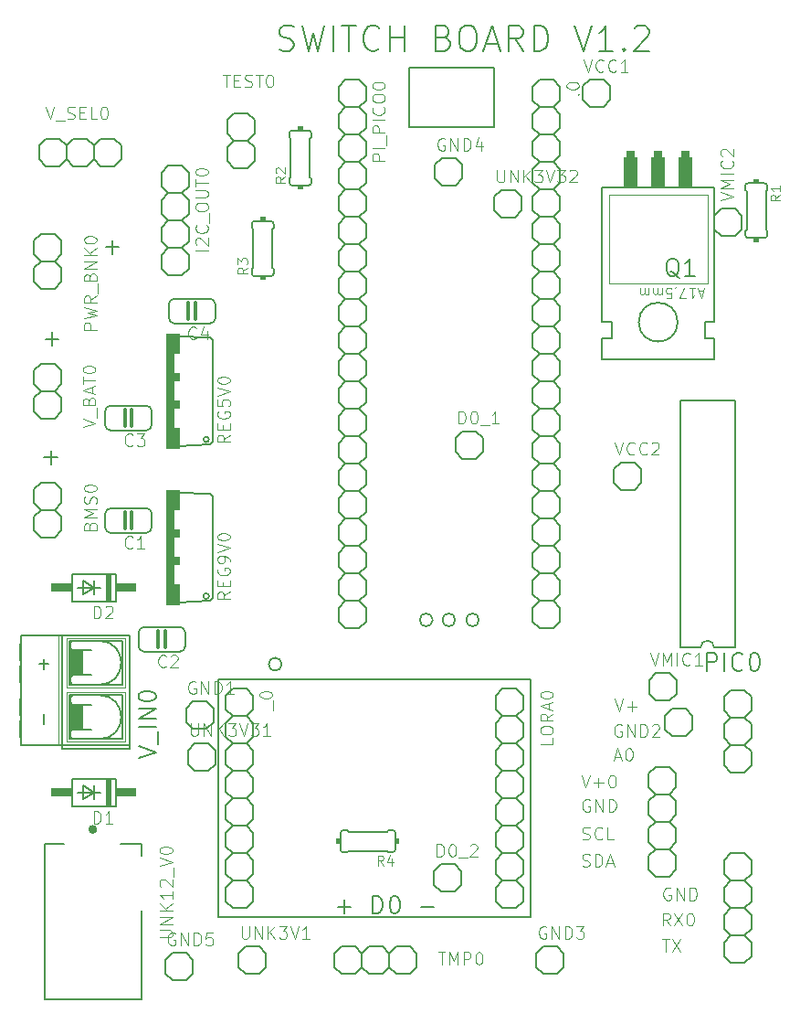
<source format=gbr>
%TF.GenerationSoftware,KiCad,Pcbnew,9.0.2*%
%TF.CreationDate,2025-06-17T11:42:23-05:00*%
%TF.ProjectId,board1,626f6172-6431-42e6-9b69-6361645f7063,rev?*%
%TF.SameCoordinates,Original*%
%TF.FileFunction,Legend,Top*%
%TF.FilePolarity,Positive*%
%FSLAX46Y46*%
G04 Gerber Fmt 4.6, Leading zero omitted, Abs format (unit mm)*
G04 Created by KiCad (PCBNEW 9.0.2) date 2025-06-17 11:42:23*
%MOMM*%
%LPD*%
G01*
G04 APERTURE LIST*
%ADD10C,0.152400*%
%ADD11C,0.101600*%
%ADD12C,0.203200*%
%ADD13C,0.142240*%
%ADD14C,0.114300*%
%ADD15C,0.089154*%
%ADD16C,0.093549*%
%ADD17C,0.160020*%
%ADD18C,0.127000*%
%ADD19C,0.000000*%
%ADD20C,0.400000*%
%ADD21C,0.304800*%
%ADD22C,0.050800*%
G04 APERTURE END LIST*
D10*
X156001100Y-116203600D02*
G75*
G02*
X154801100Y-116203600I-600000J0D01*
G01*
X154801100Y-116203600D02*
G75*
G02*
X156001100Y-116203600I600000J0D01*
G01*
X137701100Y-120303600D02*
G75*
G02*
X136501100Y-120303600I-600000J0D01*
G01*
X136501100Y-120303600D02*
G75*
G02*
X137701100Y-120303600I600000J0D01*
G01*
X157401100Y-65103600D02*
X149501100Y-65103600D01*
X153801100Y-116203600D02*
G75*
G02*
X152601100Y-116203600I-600000J0D01*
G01*
X152601100Y-116203600D02*
G75*
G02*
X153801100Y-116203600I600000J0D01*
G01*
X151701100Y-116203600D02*
G75*
G02*
X150501100Y-116203600I-600000J0D01*
G01*
X150501100Y-116203600D02*
G75*
G02*
X151701100Y-116203600I600000J0D01*
G01*
X131801100Y-143743600D02*
X131801100Y-121743600D01*
X149501100Y-70603600D02*
X157401100Y-70603600D01*
X131801100Y-121743600D02*
X160801100Y-121743600D01*
X157401100Y-65103600D02*
X157401100Y-70603600D01*
X160801100Y-143743600D02*
X131801100Y-143743600D01*
X149501100Y-65103600D02*
X149501100Y-70603600D01*
X160801100Y-121743600D02*
X160801100Y-143743600D01*
D11*
X165590494Y-136499688D02*
X165757408Y-136555326D01*
X165757408Y-136555326D02*
X166035599Y-136555326D01*
X166035599Y-136555326D02*
X166146875Y-136499688D01*
X166146875Y-136499688D02*
X166202513Y-136444049D01*
X166202513Y-136444049D02*
X166258151Y-136332773D01*
X166258151Y-136332773D02*
X166258151Y-136221497D01*
X166258151Y-136221497D02*
X166202513Y-136110221D01*
X166202513Y-136110221D02*
X166146875Y-136054583D01*
X166146875Y-136054583D02*
X166035599Y-135998945D01*
X166035599Y-135998945D02*
X165813046Y-135943307D01*
X165813046Y-135943307D02*
X165701770Y-135887668D01*
X165701770Y-135887668D02*
X165646132Y-135832030D01*
X165646132Y-135832030D02*
X165590494Y-135720754D01*
X165590494Y-135720754D02*
X165590494Y-135609478D01*
X165590494Y-135609478D02*
X165646132Y-135498202D01*
X165646132Y-135498202D02*
X165701770Y-135442564D01*
X165701770Y-135442564D02*
X165813046Y-135386926D01*
X165813046Y-135386926D02*
X166091237Y-135386926D01*
X166091237Y-135386926D02*
X166258151Y-135442564D01*
X167426551Y-136444049D02*
X167370913Y-136499688D01*
X167370913Y-136499688D02*
X167203999Y-136555326D01*
X167203999Y-136555326D02*
X167092723Y-136555326D01*
X167092723Y-136555326D02*
X166925808Y-136499688D01*
X166925808Y-136499688D02*
X166814532Y-136388411D01*
X166814532Y-136388411D02*
X166758894Y-136277135D01*
X166758894Y-136277135D02*
X166703256Y-136054583D01*
X166703256Y-136054583D02*
X166703256Y-135887668D01*
X166703256Y-135887668D02*
X166758894Y-135665116D01*
X166758894Y-135665116D02*
X166814532Y-135553840D01*
X166814532Y-135553840D02*
X166925808Y-135442564D01*
X166925808Y-135442564D02*
X167092723Y-135386926D01*
X167092723Y-135386926D02*
X167203999Y-135386926D01*
X167203999Y-135386926D02*
X167370913Y-135442564D01*
X167370913Y-135442564D02*
X167426551Y-135498202D01*
X168483675Y-136555326D02*
X167927294Y-136555326D01*
X167927294Y-136555326D02*
X167927294Y-135386926D01*
X172979218Y-145786926D02*
X173646875Y-145786926D01*
X173313046Y-146955326D02*
X173313046Y-145786926D01*
X173925066Y-145786926D02*
X174703999Y-146955326D01*
X174703999Y-145786926D02*
X173925066Y-146955326D01*
D12*
X137499888Y-63395777D02*
X137833717Y-63507053D01*
X137833717Y-63507053D02*
X138390098Y-63507053D01*
X138390098Y-63507053D02*
X138612650Y-63395777D01*
X138612650Y-63395777D02*
X138723926Y-63284500D01*
X138723926Y-63284500D02*
X138835203Y-63061948D01*
X138835203Y-63061948D02*
X138835203Y-62839396D01*
X138835203Y-62839396D02*
X138723926Y-62616843D01*
X138723926Y-62616843D02*
X138612650Y-62505567D01*
X138612650Y-62505567D02*
X138390098Y-62394291D01*
X138390098Y-62394291D02*
X137944993Y-62283015D01*
X137944993Y-62283015D02*
X137722441Y-62171738D01*
X137722441Y-62171738D02*
X137611164Y-62060462D01*
X137611164Y-62060462D02*
X137499888Y-61837910D01*
X137499888Y-61837910D02*
X137499888Y-61615357D01*
X137499888Y-61615357D02*
X137611164Y-61392805D01*
X137611164Y-61392805D02*
X137722441Y-61281529D01*
X137722441Y-61281529D02*
X137944993Y-61170253D01*
X137944993Y-61170253D02*
X138501374Y-61170253D01*
X138501374Y-61170253D02*
X138835203Y-61281529D01*
X139614136Y-61170253D02*
X140170517Y-63507053D01*
X140170517Y-63507053D02*
X140615622Y-61837910D01*
X140615622Y-61837910D02*
X141060727Y-63507053D01*
X141060727Y-63507053D02*
X141617108Y-61170253D01*
X142507317Y-63507053D02*
X142507317Y-61170253D01*
X143286251Y-61170253D02*
X144621565Y-61170253D01*
X143953908Y-63507053D02*
X143953908Y-61170253D01*
X146735813Y-63284500D02*
X146624537Y-63395777D01*
X146624537Y-63395777D02*
X146290708Y-63507053D01*
X146290708Y-63507053D02*
X146068156Y-63507053D01*
X146068156Y-63507053D02*
X145734327Y-63395777D01*
X145734327Y-63395777D02*
X145511775Y-63173224D01*
X145511775Y-63173224D02*
X145400498Y-62950672D01*
X145400498Y-62950672D02*
X145289222Y-62505567D01*
X145289222Y-62505567D02*
X145289222Y-62171738D01*
X145289222Y-62171738D02*
X145400498Y-61726634D01*
X145400498Y-61726634D02*
X145511775Y-61504081D01*
X145511775Y-61504081D02*
X145734327Y-61281529D01*
X145734327Y-61281529D02*
X146068156Y-61170253D01*
X146068156Y-61170253D02*
X146290708Y-61170253D01*
X146290708Y-61170253D02*
X146624537Y-61281529D01*
X146624537Y-61281529D02*
X146735813Y-61392805D01*
X147737298Y-63507053D02*
X147737298Y-61170253D01*
X147737298Y-62283015D02*
X149072613Y-62283015D01*
X149072613Y-63507053D02*
X149072613Y-61170253D01*
X152744727Y-62283015D02*
X153078555Y-62394291D01*
X153078555Y-62394291D02*
X153189832Y-62505567D01*
X153189832Y-62505567D02*
X153301108Y-62728119D01*
X153301108Y-62728119D02*
X153301108Y-63061948D01*
X153301108Y-63061948D02*
X153189832Y-63284500D01*
X153189832Y-63284500D02*
X153078555Y-63395777D01*
X153078555Y-63395777D02*
X152856003Y-63507053D01*
X152856003Y-63507053D02*
X151965793Y-63507053D01*
X151965793Y-63507053D02*
X151965793Y-61170253D01*
X151965793Y-61170253D02*
X152744727Y-61170253D01*
X152744727Y-61170253D02*
X152967279Y-61281529D01*
X152967279Y-61281529D02*
X153078555Y-61392805D01*
X153078555Y-61392805D02*
X153189832Y-61615357D01*
X153189832Y-61615357D02*
X153189832Y-61837910D01*
X153189832Y-61837910D02*
X153078555Y-62060462D01*
X153078555Y-62060462D02*
X152967279Y-62171738D01*
X152967279Y-62171738D02*
X152744727Y-62283015D01*
X152744727Y-62283015D02*
X151965793Y-62283015D01*
X154747698Y-61170253D02*
X155192803Y-61170253D01*
X155192803Y-61170253D02*
X155415355Y-61281529D01*
X155415355Y-61281529D02*
X155637908Y-61504081D01*
X155637908Y-61504081D02*
X155749184Y-61949186D01*
X155749184Y-61949186D02*
X155749184Y-62728119D01*
X155749184Y-62728119D02*
X155637908Y-63173224D01*
X155637908Y-63173224D02*
X155415355Y-63395777D01*
X155415355Y-63395777D02*
X155192803Y-63507053D01*
X155192803Y-63507053D02*
X154747698Y-63507053D01*
X154747698Y-63507053D02*
X154525146Y-63395777D01*
X154525146Y-63395777D02*
X154302593Y-63173224D01*
X154302593Y-63173224D02*
X154191317Y-62728119D01*
X154191317Y-62728119D02*
X154191317Y-61949186D01*
X154191317Y-61949186D02*
X154302593Y-61504081D01*
X154302593Y-61504081D02*
X154525146Y-61281529D01*
X154525146Y-61281529D02*
X154747698Y-61170253D01*
X156639393Y-62839396D02*
X157752155Y-62839396D01*
X156416841Y-63507053D02*
X157195774Y-61170253D01*
X157195774Y-61170253D02*
X157974708Y-63507053D01*
X160088955Y-63507053D02*
X159310021Y-62394291D01*
X158753640Y-63507053D02*
X158753640Y-61170253D01*
X158753640Y-61170253D02*
X159643850Y-61170253D01*
X159643850Y-61170253D02*
X159866402Y-61281529D01*
X159866402Y-61281529D02*
X159977679Y-61392805D01*
X159977679Y-61392805D02*
X160088955Y-61615357D01*
X160088955Y-61615357D02*
X160088955Y-61949186D01*
X160088955Y-61949186D02*
X159977679Y-62171738D01*
X159977679Y-62171738D02*
X159866402Y-62283015D01*
X159866402Y-62283015D02*
X159643850Y-62394291D01*
X159643850Y-62394291D02*
X158753640Y-62394291D01*
X161090440Y-63507053D02*
X161090440Y-61170253D01*
X161090440Y-61170253D02*
X161646821Y-61170253D01*
X161646821Y-61170253D02*
X161980650Y-61281529D01*
X161980650Y-61281529D02*
X162203202Y-61504081D01*
X162203202Y-61504081D02*
X162314479Y-61726634D01*
X162314479Y-61726634D02*
X162425755Y-62171738D01*
X162425755Y-62171738D02*
X162425755Y-62505567D01*
X162425755Y-62505567D02*
X162314479Y-62950672D01*
X162314479Y-62950672D02*
X162203202Y-63173224D01*
X162203202Y-63173224D02*
X161980650Y-63395777D01*
X161980650Y-63395777D02*
X161646821Y-63507053D01*
X161646821Y-63507053D02*
X161090440Y-63507053D01*
X164873831Y-61170253D02*
X165652764Y-63507053D01*
X165652764Y-63507053D02*
X166431698Y-61170253D01*
X168434669Y-63507053D02*
X167099354Y-63507053D01*
X167767011Y-63507053D02*
X167767011Y-61170253D01*
X167767011Y-61170253D02*
X167544459Y-61504081D01*
X167544459Y-61504081D02*
X167321907Y-61726634D01*
X167321907Y-61726634D02*
X167099354Y-61837910D01*
X169436154Y-63284500D02*
X169547431Y-63395777D01*
X169547431Y-63395777D02*
X169436154Y-63507053D01*
X169436154Y-63507053D02*
X169324878Y-63395777D01*
X169324878Y-63395777D02*
X169436154Y-63284500D01*
X169436154Y-63284500D02*
X169436154Y-63507053D01*
X170437640Y-61392805D02*
X170548916Y-61281529D01*
X170548916Y-61281529D02*
X170771469Y-61170253D01*
X170771469Y-61170253D02*
X171327850Y-61170253D01*
X171327850Y-61170253D02*
X171550402Y-61281529D01*
X171550402Y-61281529D02*
X171661678Y-61392805D01*
X171661678Y-61392805D02*
X171772955Y-61615357D01*
X171772955Y-61615357D02*
X171772955Y-61837910D01*
X171772955Y-61837910D02*
X171661678Y-62171738D01*
X171661678Y-62171738D02*
X170326364Y-63507053D01*
X170326364Y-63507053D02*
X171772955Y-63507053D01*
D13*
X142884144Y-142772870D02*
X144130438Y-142772870D01*
X143507291Y-143396017D02*
X143507291Y-142149724D01*
X146155664Y-143396017D02*
X146155664Y-141760257D01*
X146155664Y-141760257D02*
X146545131Y-141760257D01*
X146545131Y-141760257D02*
X146778811Y-141838150D01*
X146778811Y-141838150D02*
X146934598Y-141993937D01*
X146934598Y-141993937D02*
X147012491Y-142149724D01*
X147012491Y-142149724D02*
X147090384Y-142461297D01*
X147090384Y-142461297D02*
X147090384Y-142694977D01*
X147090384Y-142694977D02*
X147012491Y-143006550D01*
X147012491Y-143006550D02*
X146934598Y-143162337D01*
X146934598Y-143162337D02*
X146778811Y-143318124D01*
X146778811Y-143318124D02*
X146545131Y-143396017D01*
X146545131Y-143396017D02*
X146155664Y-143396017D01*
X148102998Y-141760257D02*
X148258784Y-141760257D01*
X148258784Y-141760257D02*
X148414571Y-141838150D01*
X148414571Y-141838150D02*
X148492464Y-141916044D01*
X148492464Y-141916044D02*
X148570358Y-142071830D01*
X148570358Y-142071830D02*
X148648251Y-142383404D01*
X148648251Y-142383404D02*
X148648251Y-142772870D01*
X148648251Y-142772870D02*
X148570358Y-143084444D01*
X148570358Y-143084444D02*
X148492464Y-143240230D01*
X148492464Y-143240230D02*
X148414571Y-143318124D01*
X148414571Y-143318124D02*
X148258784Y-143396017D01*
X148258784Y-143396017D02*
X148102998Y-143396017D01*
X148102998Y-143396017D02*
X147947211Y-143318124D01*
X147947211Y-143318124D02*
X147869318Y-143240230D01*
X147869318Y-143240230D02*
X147791424Y-143084444D01*
X147791424Y-143084444D02*
X147713531Y-142772870D01*
X147713531Y-142772870D02*
X147713531Y-142383404D01*
X147713531Y-142383404D02*
X147791424Y-142071830D01*
X147791424Y-142071830D02*
X147869318Y-141916044D01*
X147869318Y-141916044D02*
X147947211Y-141838150D01*
X147947211Y-141838150D02*
X148102998Y-141760257D01*
X150595584Y-142772870D02*
X151841878Y-142772870D01*
D11*
X173758151Y-141042564D02*
X173646875Y-140986926D01*
X173646875Y-140986926D02*
X173479961Y-140986926D01*
X173479961Y-140986926D02*
X173313046Y-141042564D01*
X173313046Y-141042564D02*
X173201770Y-141153840D01*
X173201770Y-141153840D02*
X173146132Y-141265116D01*
X173146132Y-141265116D02*
X173090494Y-141487668D01*
X173090494Y-141487668D02*
X173090494Y-141654583D01*
X173090494Y-141654583D02*
X173146132Y-141877135D01*
X173146132Y-141877135D02*
X173201770Y-141988411D01*
X173201770Y-141988411D02*
X173313046Y-142099688D01*
X173313046Y-142099688D02*
X173479961Y-142155326D01*
X173479961Y-142155326D02*
X173591237Y-142155326D01*
X173591237Y-142155326D02*
X173758151Y-142099688D01*
X173758151Y-142099688D02*
X173813789Y-142044049D01*
X173813789Y-142044049D02*
X173813789Y-141654583D01*
X173813789Y-141654583D02*
X173591237Y-141654583D01*
X174314532Y-142155326D02*
X174314532Y-140986926D01*
X174314532Y-140986926D02*
X174982189Y-142155326D01*
X174982189Y-142155326D02*
X174982189Y-140986926D01*
X175538570Y-142155326D02*
X175538570Y-140986926D01*
X175538570Y-140986926D02*
X175816760Y-140986926D01*
X175816760Y-140986926D02*
X175983675Y-141042564D01*
X175983675Y-141042564D02*
X176094951Y-141153840D01*
X176094951Y-141153840D02*
X176150589Y-141265116D01*
X176150589Y-141265116D02*
X176206227Y-141487668D01*
X176206227Y-141487668D02*
X176206227Y-141654583D01*
X176206227Y-141654583D02*
X176150589Y-141877135D01*
X176150589Y-141877135D02*
X176094951Y-141988411D01*
X176094951Y-141988411D02*
X175983675Y-142099688D01*
X175983675Y-142099688D02*
X175816760Y-142155326D01*
X175816760Y-142155326D02*
X175538570Y-142155326D01*
X166258151Y-132842564D02*
X166146875Y-132786926D01*
X166146875Y-132786926D02*
X165979961Y-132786926D01*
X165979961Y-132786926D02*
X165813046Y-132842564D01*
X165813046Y-132842564D02*
X165701770Y-132953840D01*
X165701770Y-132953840D02*
X165646132Y-133065116D01*
X165646132Y-133065116D02*
X165590494Y-133287668D01*
X165590494Y-133287668D02*
X165590494Y-133454583D01*
X165590494Y-133454583D02*
X165646132Y-133677135D01*
X165646132Y-133677135D02*
X165701770Y-133788411D01*
X165701770Y-133788411D02*
X165813046Y-133899688D01*
X165813046Y-133899688D02*
X165979961Y-133955326D01*
X165979961Y-133955326D02*
X166091237Y-133955326D01*
X166091237Y-133955326D02*
X166258151Y-133899688D01*
X166258151Y-133899688D02*
X166313789Y-133844049D01*
X166313789Y-133844049D02*
X166313789Y-133454583D01*
X166313789Y-133454583D02*
X166091237Y-133454583D01*
X166814532Y-133955326D02*
X166814532Y-132786926D01*
X166814532Y-132786926D02*
X167482189Y-133955326D01*
X167482189Y-133955326D02*
X167482189Y-132786926D01*
X168038570Y-133955326D02*
X168038570Y-132786926D01*
X168038570Y-132786926D02*
X168316760Y-132786926D01*
X168316760Y-132786926D02*
X168483675Y-132842564D01*
X168483675Y-132842564D02*
X168594951Y-132953840D01*
X168594951Y-132953840D02*
X168650589Y-133065116D01*
X168650589Y-133065116D02*
X168706227Y-133287668D01*
X168706227Y-133287668D02*
X168706227Y-133454583D01*
X168706227Y-133454583D02*
X168650589Y-133677135D01*
X168650589Y-133677135D02*
X168594951Y-133788411D01*
X168594951Y-133788411D02*
X168483675Y-133899688D01*
X168483675Y-133899688D02*
X168316760Y-133955326D01*
X168316760Y-133955326D02*
X168038570Y-133955326D01*
X168579218Y-123486926D02*
X168968684Y-124655326D01*
X168968684Y-124655326D02*
X169358151Y-123486926D01*
X169747618Y-124210221D02*
X170637828Y-124210221D01*
X170192723Y-124655326D02*
X170192723Y-123765116D01*
D13*
X115684144Y-101172870D02*
X116930438Y-101172870D01*
X116307291Y-101796017D02*
X116307291Y-100549724D01*
X121384144Y-81672870D02*
X122630438Y-81672870D01*
X122007291Y-82296017D02*
X122007291Y-81049724D01*
D11*
X165590494Y-138999688D02*
X165757408Y-139055326D01*
X165757408Y-139055326D02*
X166035599Y-139055326D01*
X166035599Y-139055326D02*
X166146875Y-138999688D01*
X166146875Y-138999688D02*
X166202513Y-138944049D01*
X166202513Y-138944049D02*
X166258151Y-138832773D01*
X166258151Y-138832773D02*
X166258151Y-138721497D01*
X166258151Y-138721497D02*
X166202513Y-138610221D01*
X166202513Y-138610221D02*
X166146875Y-138554583D01*
X166146875Y-138554583D02*
X166035599Y-138498945D01*
X166035599Y-138498945D02*
X165813046Y-138443307D01*
X165813046Y-138443307D02*
X165701770Y-138387668D01*
X165701770Y-138387668D02*
X165646132Y-138332030D01*
X165646132Y-138332030D02*
X165590494Y-138220754D01*
X165590494Y-138220754D02*
X165590494Y-138109478D01*
X165590494Y-138109478D02*
X165646132Y-137998202D01*
X165646132Y-137998202D02*
X165701770Y-137942564D01*
X165701770Y-137942564D02*
X165813046Y-137886926D01*
X165813046Y-137886926D02*
X166091237Y-137886926D01*
X166091237Y-137886926D02*
X166258151Y-137942564D01*
X166758894Y-139055326D02*
X166758894Y-137886926D01*
X166758894Y-137886926D02*
X167037084Y-137886926D01*
X167037084Y-137886926D02*
X167203999Y-137942564D01*
X167203999Y-137942564D02*
X167315275Y-138053840D01*
X167315275Y-138053840D02*
X167370913Y-138165116D01*
X167370913Y-138165116D02*
X167426551Y-138387668D01*
X167426551Y-138387668D02*
X167426551Y-138554583D01*
X167426551Y-138554583D02*
X167370913Y-138777135D01*
X167370913Y-138777135D02*
X167315275Y-138888411D01*
X167315275Y-138888411D02*
X167203999Y-138999688D01*
X167203999Y-138999688D02*
X167037084Y-139055326D01*
X167037084Y-139055326D02*
X166758894Y-139055326D01*
X167871656Y-138721497D02*
X168428037Y-138721497D01*
X167760380Y-139055326D02*
X168149846Y-137886926D01*
X168149846Y-137886926D02*
X168539313Y-139055326D01*
D13*
X115784144Y-90172870D02*
X117030438Y-90172870D01*
X116407291Y-90796017D02*
X116407291Y-89549724D01*
D14*
X132898920Y-99072836D02*
X132348587Y-99458069D01*
X132898920Y-99733236D02*
X131743220Y-99733236D01*
X131743220Y-99733236D02*
X131743220Y-99292969D01*
X131743220Y-99292969D02*
X131798253Y-99182903D01*
X131798253Y-99182903D02*
X131853287Y-99127869D01*
X131853287Y-99127869D02*
X131963353Y-99072836D01*
X131963353Y-99072836D02*
X132128453Y-99072836D01*
X132128453Y-99072836D02*
X132238520Y-99127869D01*
X132238520Y-99127869D02*
X132293553Y-99182903D01*
X132293553Y-99182903D02*
X132348587Y-99292969D01*
X132348587Y-99292969D02*
X132348587Y-99733236D01*
X132293553Y-98577536D02*
X132293553Y-98192303D01*
X132898920Y-98027203D02*
X132898920Y-98577536D01*
X132898920Y-98577536D02*
X131743220Y-98577536D01*
X131743220Y-98577536D02*
X131743220Y-98027203D01*
X131798253Y-96926536D02*
X131743220Y-97036603D01*
X131743220Y-97036603D02*
X131743220Y-97201703D01*
X131743220Y-97201703D02*
X131798253Y-97366803D01*
X131798253Y-97366803D02*
X131908320Y-97476870D01*
X131908320Y-97476870D02*
X132018387Y-97531903D01*
X132018387Y-97531903D02*
X132238520Y-97586936D01*
X132238520Y-97586936D02*
X132403620Y-97586936D01*
X132403620Y-97586936D02*
X132623753Y-97531903D01*
X132623753Y-97531903D02*
X132733820Y-97476870D01*
X132733820Y-97476870D02*
X132843887Y-97366803D01*
X132843887Y-97366803D02*
X132898920Y-97201703D01*
X132898920Y-97201703D02*
X132898920Y-97091636D01*
X132898920Y-97091636D02*
X132843887Y-96926536D01*
X132843887Y-96926536D02*
X132788853Y-96871503D01*
X132788853Y-96871503D02*
X132403620Y-96871503D01*
X132403620Y-96871503D02*
X132403620Y-97091636D01*
X131743220Y-95825870D02*
X131743220Y-96376203D01*
X131743220Y-96376203D02*
X132293553Y-96431236D01*
X132293553Y-96431236D02*
X132238520Y-96376203D01*
X132238520Y-96376203D02*
X132183487Y-96266136D01*
X132183487Y-96266136D02*
X132183487Y-95990970D01*
X132183487Y-95990970D02*
X132238520Y-95880903D01*
X132238520Y-95880903D02*
X132293553Y-95825870D01*
X132293553Y-95825870D02*
X132403620Y-95770836D01*
X132403620Y-95770836D02*
X132678787Y-95770836D01*
X132678787Y-95770836D02*
X132788853Y-95825870D01*
X132788853Y-95825870D02*
X132843887Y-95880903D01*
X132843887Y-95880903D02*
X132898920Y-95990970D01*
X132898920Y-95990970D02*
X132898920Y-96266136D01*
X132898920Y-96266136D02*
X132843887Y-96376203D01*
X132843887Y-96376203D02*
X132788853Y-96431236D01*
X131743220Y-95440636D02*
X132898920Y-95055403D01*
X132898920Y-95055403D02*
X131743220Y-94670169D01*
X131743220Y-94064803D02*
X131743220Y-93954736D01*
X131743220Y-93954736D02*
X131798253Y-93844669D01*
X131798253Y-93844669D02*
X131853287Y-93789636D01*
X131853287Y-93789636D02*
X131963353Y-93734603D01*
X131963353Y-93734603D02*
X132183487Y-93679569D01*
X132183487Y-93679569D02*
X132458653Y-93679569D01*
X132458653Y-93679569D02*
X132678787Y-93734603D01*
X132678787Y-93734603D02*
X132788853Y-93789636D01*
X132788853Y-93789636D02*
X132843887Y-93844669D01*
X132843887Y-93844669D02*
X132898920Y-93954736D01*
X132898920Y-93954736D02*
X132898920Y-94064803D01*
X132898920Y-94064803D02*
X132843887Y-94174869D01*
X132843887Y-94174869D02*
X132788853Y-94229903D01*
X132788853Y-94229903D02*
X132678787Y-94284936D01*
X132678787Y-94284936D02*
X132458653Y-94339969D01*
X132458653Y-94339969D02*
X132183487Y-94339969D01*
X132183487Y-94339969D02*
X131963353Y-94284936D01*
X131963353Y-94284936D02*
X131853287Y-94229903D01*
X131853287Y-94229903D02*
X131798253Y-94174869D01*
X131798253Y-94174869D02*
X131743220Y-94064803D01*
X132898920Y-113572836D02*
X132348587Y-113958069D01*
X132898920Y-114233236D02*
X131743220Y-114233236D01*
X131743220Y-114233236D02*
X131743220Y-113792969D01*
X131743220Y-113792969D02*
X131798253Y-113682903D01*
X131798253Y-113682903D02*
X131853287Y-113627869D01*
X131853287Y-113627869D02*
X131963353Y-113572836D01*
X131963353Y-113572836D02*
X132128453Y-113572836D01*
X132128453Y-113572836D02*
X132238520Y-113627869D01*
X132238520Y-113627869D02*
X132293553Y-113682903D01*
X132293553Y-113682903D02*
X132348587Y-113792969D01*
X132348587Y-113792969D02*
X132348587Y-114233236D01*
X132293553Y-113077536D02*
X132293553Y-112692303D01*
X132898920Y-112527203D02*
X132898920Y-113077536D01*
X132898920Y-113077536D02*
X131743220Y-113077536D01*
X131743220Y-113077536D02*
X131743220Y-112527203D01*
X131798253Y-111426536D02*
X131743220Y-111536603D01*
X131743220Y-111536603D02*
X131743220Y-111701703D01*
X131743220Y-111701703D02*
X131798253Y-111866803D01*
X131798253Y-111866803D02*
X131908320Y-111976870D01*
X131908320Y-111976870D02*
X132018387Y-112031903D01*
X132018387Y-112031903D02*
X132238520Y-112086936D01*
X132238520Y-112086936D02*
X132403620Y-112086936D01*
X132403620Y-112086936D02*
X132623753Y-112031903D01*
X132623753Y-112031903D02*
X132733820Y-111976870D01*
X132733820Y-111976870D02*
X132843887Y-111866803D01*
X132843887Y-111866803D02*
X132898920Y-111701703D01*
X132898920Y-111701703D02*
X132898920Y-111591636D01*
X132898920Y-111591636D02*
X132843887Y-111426536D01*
X132843887Y-111426536D02*
X132788853Y-111371503D01*
X132788853Y-111371503D02*
X132403620Y-111371503D01*
X132403620Y-111371503D02*
X132403620Y-111591636D01*
X132898920Y-110821170D02*
X132898920Y-110601036D01*
X132898920Y-110601036D02*
X132843887Y-110490970D01*
X132843887Y-110490970D02*
X132788853Y-110435936D01*
X132788853Y-110435936D02*
X132623753Y-110325870D01*
X132623753Y-110325870D02*
X132403620Y-110270836D01*
X132403620Y-110270836D02*
X131963353Y-110270836D01*
X131963353Y-110270836D02*
X131853287Y-110325870D01*
X131853287Y-110325870D02*
X131798253Y-110380903D01*
X131798253Y-110380903D02*
X131743220Y-110490970D01*
X131743220Y-110490970D02*
X131743220Y-110711103D01*
X131743220Y-110711103D02*
X131798253Y-110821170D01*
X131798253Y-110821170D02*
X131853287Y-110876203D01*
X131853287Y-110876203D02*
X131963353Y-110931236D01*
X131963353Y-110931236D02*
X132238520Y-110931236D01*
X132238520Y-110931236D02*
X132348587Y-110876203D01*
X132348587Y-110876203D02*
X132403620Y-110821170D01*
X132403620Y-110821170D02*
X132458653Y-110711103D01*
X132458653Y-110711103D02*
X132458653Y-110490970D01*
X132458653Y-110490970D02*
X132403620Y-110380903D01*
X132403620Y-110380903D02*
X132348587Y-110325870D01*
X132348587Y-110325870D02*
X132238520Y-110270836D01*
X131743220Y-109940636D02*
X132898920Y-109555403D01*
X132898920Y-109555403D02*
X131743220Y-109170169D01*
X131743220Y-108564803D02*
X131743220Y-108454736D01*
X131743220Y-108454736D02*
X131798253Y-108344669D01*
X131798253Y-108344669D02*
X131853287Y-108289636D01*
X131853287Y-108289636D02*
X131963353Y-108234603D01*
X131963353Y-108234603D02*
X132183487Y-108179569D01*
X132183487Y-108179569D02*
X132458653Y-108179569D01*
X132458653Y-108179569D02*
X132678787Y-108234603D01*
X132678787Y-108234603D02*
X132788853Y-108289636D01*
X132788853Y-108289636D02*
X132843887Y-108344669D01*
X132843887Y-108344669D02*
X132898920Y-108454736D01*
X132898920Y-108454736D02*
X132898920Y-108564803D01*
X132898920Y-108564803D02*
X132843887Y-108674869D01*
X132843887Y-108674869D02*
X132788853Y-108729903D01*
X132788853Y-108729903D02*
X132678787Y-108784936D01*
X132678787Y-108784936D02*
X132458653Y-108839969D01*
X132458653Y-108839969D02*
X132183487Y-108839969D01*
X132183487Y-108839969D02*
X131963353Y-108784936D01*
X131963353Y-108784936D02*
X131853287Y-108729903D01*
X131853287Y-108729903D02*
X131798253Y-108674869D01*
X131798253Y-108674869D02*
X131743220Y-108564803D01*
X130854689Y-81977329D02*
X129698989Y-81977329D01*
X129809056Y-81482029D02*
X129754022Y-81426996D01*
X129754022Y-81426996D02*
X129698989Y-81316929D01*
X129698989Y-81316929D02*
X129698989Y-81041763D01*
X129698989Y-81041763D02*
X129754022Y-80931696D01*
X129754022Y-80931696D02*
X129809056Y-80876663D01*
X129809056Y-80876663D02*
X129919122Y-80821629D01*
X129919122Y-80821629D02*
X130029189Y-80821629D01*
X130029189Y-80821629D02*
X130194289Y-80876663D01*
X130194289Y-80876663D02*
X130854689Y-81537063D01*
X130854689Y-81537063D02*
X130854689Y-80821629D01*
X130744622Y-79665929D02*
X130799656Y-79720962D01*
X130799656Y-79720962D02*
X130854689Y-79886062D01*
X130854689Y-79886062D02*
X130854689Y-79996129D01*
X130854689Y-79996129D02*
X130799656Y-80161229D01*
X130799656Y-80161229D02*
X130689589Y-80271296D01*
X130689589Y-80271296D02*
X130579522Y-80326329D01*
X130579522Y-80326329D02*
X130359389Y-80381362D01*
X130359389Y-80381362D02*
X130194289Y-80381362D01*
X130194289Y-80381362D02*
X129974156Y-80326329D01*
X129974156Y-80326329D02*
X129864089Y-80271296D01*
X129864089Y-80271296D02*
X129754022Y-80161229D01*
X129754022Y-80161229D02*
X129698989Y-79996129D01*
X129698989Y-79996129D02*
X129698989Y-79886062D01*
X129698989Y-79886062D02*
X129754022Y-79720962D01*
X129754022Y-79720962D02*
X129809056Y-79665929D01*
X130964756Y-79445796D02*
X130964756Y-78565262D01*
X129698989Y-78069963D02*
X129698989Y-77849829D01*
X129698989Y-77849829D02*
X129754022Y-77739763D01*
X129754022Y-77739763D02*
X129864089Y-77629696D01*
X129864089Y-77629696D02*
X130084222Y-77574663D01*
X130084222Y-77574663D02*
X130469456Y-77574663D01*
X130469456Y-77574663D02*
X130689589Y-77629696D01*
X130689589Y-77629696D02*
X130799656Y-77739763D01*
X130799656Y-77739763D02*
X130854689Y-77849829D01*
X130854689Y-77849829D02*
X130854689Y-78069963D01*
X130854689Y-78069963D02*
X130799656Y-78180029D01*
X130799656Y-78180029D02*
X130689589Y-78290096D01*
X130689589Y-78290096D02*
X130469456Y-78345129D01*
X130469456Y-78345129D02*
X130084222Y-78345129D01*
X130084222Y-78345129D02*
X129864089Y-78290096D01*
X129864089Y-78290096D02*
X129754022Y-78180029D01*
X129754022Y-78180029D02*
X129698989Y-78069963D01*
X129698989Y-77079363D02*
X130634556Y-77079363D01*
X130634556Y-77079363D02*
X130744622Y-77024330D01*
X130744622Y-77024330D02*
X130799656Y-76969296D01*
X130799656Y-76969296D02*
X130854689Y-76859230D01*
X130854689Y-76859230D02*
X130854689Y-76639096D01*
X130854689Y-76639096D02*
X130799656Y-76529030D01*
X130799656Y-76529030D02*
X130744622Y-76473996D01*
X130744622Y-76473996D02*
X130634556Y-76418963D01*
X130634556Y-76418963D02*
X129698989Y-76418963D01*
X129698989Y-76033730D02*
X129698989Y-75373330D01*
X130854689Y-75703530D02*
X129698989Y-75703530D01*
X129698989Y-74767964D02*
X129698989Y-74657897D01*
X129698989Y-74657897D02*
X129754022Y-74547830D01*
X129754022Y-74547830D02*
X129809056Y-74492797D01*
X129809056Y-74492797D02*
X129919122Y-74437764D01*
X129919122Y-74437764D02*
X130139256Y-74382730D01*
X130139256Y-74382730D02*
X130414422Y-74382730D01*
X130414422Y-74382730D02*
X130634556Y-74437764D01*
X130634556Y-74437764D02*
X130744622Y-74492797D01*
X130744622Y-74492797D02*
X130799656Y-74547830D01*
X130799656Y-74547830D02*
X130854689Y-74657897D01*
X130854689Y-74657897D02*
X130854689Y-74767964D01*
X130854689Y-74767964D02*
X130799656Y-74878030D01*
X130799656Y-74878030D02*
X130744622Y-74933064D01*
X130744622Y-74933064D02*
X130634556Y-74988097D01*
X130634556Y-74988097D02*
X130414422Y-75043130D01*
X130414422Y-75043130D02*
X130139256Y-75043130D01*
X130139256Y-75043130D02*
X129919122Y-74988097D01*
X129919122Y-74988097D02*
X129809056Y-74933064D01*
X129809056Y-74933064D02*
X129754022Y-74878030D01*
X129754022Y-74878030D02*
X129698989Y-74767964D01*
X178431820Y-77369536D02*
X179587520Y-76984303D01*
X179587520Y-76984303D02*
X178431820Y-76599069D01*
X179587520Y-76213836D02*
X178431820Y-76213836D01*
X178431820Y-76213836D02*
X179257320Y-75828603D01*
X179257320Y-75828603D02*
X178431820Y-75443369D01*
X178431820Y-75443369D02*
X179587520Y-75443369D01*
X179587520Y-74893036D02*
X178431820Y-74893036D01*
X179477453Y-73682303D02*
X179532487Y-73737336D01*
X179532487Y-73737336D02*
X179587520Y-73902436D01*
X179587520Y-73902436D02*
X179587520Y-74012503D01*
X179587520Y-74012503D02*
X179532487Y-74177603D01*
X179532487Y-74177603D02*
X179422420Y-74287670D01*
X179422420Y-74287670D02*
X179312353Y-74342703D01*
X179312353Y-74342703D02*
X179092220Y-74397736D01*
X179092220Y-74397736D02*
X178927120Y-74397736D01*
X178927120Y-74397736D02*
X178706987Y-74342703D01*
X178706987Y-74342703D02*
X178596920Y-74287670D01*
X178596920Y-74287670D02*
X178486853Y-74177603D01*
X178486853Y-74177603D02*
X178431820Y-74012503D01*
X178431820Y-74012503D02*
X178431820Y-73902436D01*
X178431820Y-73902436D02*
X178486853Y-73737336D01*
X178486853Y-73737336D02*
X178541887Y-73682303D01*
X178541887Y-73242036D02*
X178486853Y-73187003D01*
X178486853Y-73187003D02*
X178431820Y-73076936D01*
X178431820Y-73076936D02*
X178431820Y-72801770D01*
X178431820Y-72801770D02*
X178486853Y-72691703D01*
X178486853Y-72691703D02*
X178541887Y-72636670D01*
X178541887Y-72636670D02*
X178651953Y-72581636D01*
X178651953Y-72581636D02*
X178762020Y-72581636D01*
X178762020Y-72581636D02*
X178927120Y-72636670D01*
X178927120Y-72636670D02*
X179587520Y-73297070D01*
X179587520Y-73297070D02*
X179587520Y-72581636D01*
X129710630Y-121946753D02*
X129600563Y-121891720D01*
X129600563Y-121891720D02*
X129435463Y-121891720D01*
X129435463Y-121891720D02*
X129270363Y-121946753D01*
X129270363Y-121946753D02*
X129160297Y-122056820D01*
X129160297Y-122056820D02*
X129105263Y-122166887D01*
X129105263Y-122166887D02*
X129050230Y-122387020D01*
X129050230Y-122387020D02*
X129050230Y-122552120D01*
X129050230Y-122552120D02*
X129105263Y-122772253D01*
X129105263Y-122772253D02*
X129160297Y-122882320D01*
X129160297Y-122882320D02*
X129270363Y-122992387D01*
X129270363Y-122992387D02*
X129435463Y-123047420D01*
X129435463Y-123047420D02*
X129545530Y-123047420D01*
X129545530Y-123047420D02*
X129710630Y-122992387D01*
X129710630Y-122992387D02*
X129765663Y-122937353D01*
X129765663Y-122937353D02*
X129765663Y-122552120D01*
X129765663Y-122552120D02*
X129545530Y-122552120D01*
X130260963Y-123047420D02*
X130260963Y-121891720D01*
X130260963Y-121891720D02*
X130921363Y-123047420D01*
X130921363Y-123047420D02*
X130921363Y-121891720D01*
X131471696Y-123047420D02*
X131471696Y-121891720D01*
X131471696Y-121891720D02*
X131746863Y-121891720D01*
X131746863Y-121891720D02*
X131911963Y-121946753D01*
X131911963Y-121946753D02*
X132022030Y-122056820D01*
X132022030Y-122056820D02*
X132077063Y-122166887D01*
X132077063Y-122166887D02*
X132132096Y-122387020D01*
X132132096Y-122387020D02*
X132132096Y-122552120D01*
X132132096Y-122552120D02*
X132077063Y-122772253D01*
X132077063Y-122772253D02*
X132022030Y-122882320D01*
X132022030Y-122882320D02*
X131911963Y-122992387D01*
X131911963Y-122992387D02*
X131746863Y-123047420D01*
X131746863Y-123047420D02*
X131471696Y-123047420D01*
X133232763Y-123047420D02*
X132572363Y-123047420D01*
X132902563Y-123047420D02*
X132902563Y-121891720D01*
X132902563Y-121891720D02*
X132792496Y-122056820D01*
X132792496Y-122056820D02*
X132682430Y-122166887D01*
X132682430Y-122166887D02*
X132572363Y-122221920D01*
D15*
X147152223Y-138938735D02*
X146851741Y-138509475D01*
X146637111Y-138938735D02*
X146637111Y-138037289D01*
X146637111Y-138037289D02*
X146980519Y-138037289D01*
X146980519Y-138037289D02*
X147066371Y-138080215D01*
X147066371Y-138080215D02*
X147109297Y-138123141D01*
X147109297Y-138123141D02*
X147152223Y-138208993D01*
X147152223Y-138208993D02*
X147152223Y-138337771D01*
X147152223Y-138337771D02*
X147109297Y-138423623D01*
X147109297Y-138423623D02*
X147066371Y-138466549D01*
X147066371Y-138466549D02*
X146980519Y-138509475D01*
X146980519Y-138509475D02*
X146637111Y-138509475D01*
X147924891Y-138337771D02*
X147924891Y-138938735D01*
X147710261Y-137994363D02*
X147495631Y-138638253D01*
X147495631Y-138638253D02*
X148053669Y-138638253D01*
D14*
X120534689Y-89322963D02*
X119378989Y-89322963D01*
X119378989Y-89322963D02*
X119378989Y-88882696D01*
X119378989Y-88882696D02*
X119434022Y-88772630D01*
X119434022Y-88772630D02*
X119489056Y-88717596D01*
X119489056Y-88717596D02*
X119599122Y-88662563D01*
X119599122Y-88662563D02*
X119764222Y-88662563D01*
X119764222Y-88662563D02*
X119874289Y-88717596D01*
X119874289Y-88717596D02*
X119929322Y-88772630D01*
X119929322Y-88772630D02*
X119984356Y-88882696D01*
X119984356Y-88882696D02*
X119984356Y-89322963D01*
X119378989Y-88277330D02*
X120534689Y-88002163D01*
X120534689Y-88002163D02*
X119709189Y-87782030D01*
X119709189Y-87782030D02*
X120534689Y-87561896D01*
X120534689Y-87561896D02*
X119378989Y-87286730D01*
X120534689Y-86186063D02*
X119984356Y-86571296D01*
X120534689Y-86846463D02*
X119378989Y-86846463D01*
X119378989Y-86846463D02*
X119378989Y-86406196D01*
X119378989Y-86406196D02*
X119434022Y-86296130D01*
X119434022Y-86296130D02*
X119489056Y-86241096D01*
X119489056Y-86241096D02*
X119599122Y-86186063D01*
X119599122Y-86186063D02*
X119764222Y-86186063D01*
X119764222Y-86186063D02*
X119874289Y-86241096D01*
X119874289Y-86241096D02*
X119929322Y-86296130D01*
X119929322Y-86296130D02*
X119984356Y-86406196D01*
X119984356Y-86406196D02*
X119984356Y-86846463D01*
X120644756Y-85965930D02*
X120644756Y-85085396D01*
X119929322Y-84424997D02*
X119984356Y-84259897D01*
X119984356Y-84259897D02*
X120039389Y-84204863D01*
X120039389Y-84204863D02*
X120149456Y-84149830D01*
X120149456Y-84149830D02*
X120314556Y-84149830D01*
X120314556Y-84149830D02*
X120424622Y-84204863D01*
X120424622Y-84204863D02*
X120479656Y-84259897D01*
X120479656Y-84259897D02*
X120534689Y-84369963D01*
X120534689Y-84369963D02*
X120534689Y-84810230D01*
X120534689Y-84810230D02*
X119378989Y-84810230D01*
X119378989Y-84810230D02*
X119378989Y-84424997D01*
X119378989Y-84424997D02*
X119434022Y-84314930D01*
X119434022Y-84314930D02*
X119489056Y-84259897D01*
X119489056Y-84259897D02*
X119599122Y-84204863D01*
X119599122Y-84204863D02*
X119709189Y-84204863D01*
X119709189Y-84204863D02*
X119819256Y-84259897D01*
X119819256Y-84259897D02*
X119874289Y-84314930D01*
X119874289Y-84314930D02*
X119929322Y-84424997D01*
X119929322Y-84424997D02*
X119929322Y-84810230D01*
X120534689Y-83654530D02*
X119378989Y-83654530D01*
X119378989Y-83654530D02*
X120534689Y-82994130D01*
X120534689Y-82994130D02*
X119378989Y-82994130D01*
X120534689Y-82443797D02*
X119378989Y-82443797D01*
X120534689Y-81783397D02*
X119874289Y-82278697D01*
X119378989Y-81783397D02*
X120039389Y-82443797D01*
X119378989Y-81067964D02*
X119378989Y-80957897D01*
X119378989Y-80957897D02*
X119434022Y-80847830D01*
X119434022Y-80847830D02*
X119489056Y-80792797D01*
X119489056Y-80792797D02*
X119599122Y-80737764D01*
X119599122Y-80737764D02*
X119819256Y-80682730D01*
X119819256Y-80682730D02*
X120094422Y-80682730D01*
X120094422Y-80682730D02*
X120314556Y-80737764D01*
X120314556Y-80737764D02*
X120424622Y-80792797D01*
X120424622Y-80792797D02*
X120479656Y-80847830D01*
X120479656Y-80847830D02*
X120534689Y-80957897D01*
X120534689Y-80957897D02*
X120534689Y-81067964D01*
X120534689Y-81067964D02*
X120479656Y-81178030D01*
X120479656Y-81178030D02*
X120424622Y-81233064D01*
X120424622Y-81233064D02*
X120314556Y-81288097D01*
X120314556Y-81288097D02*
X120094422Y-81343130D01*
X120094422Y-81343130D02*
X119819256Y-81343130D01*
X119819256Y-81343130D02*
X119599122Y-81288097D01*
X119599122Y-81288097D02*
X119489056Y-81233064D01*
X119489056Y-81233064D02*
X119434022Y-81178030D01*
X119434022Y-81178030D02*
X119378989Y-81067964D01*
D16*
X126387396Y-145609582D02*
X127340611Y-145609582D01*
X127340611Y-145609582D02*
X127452754Y-145553511D01*
X127452754Y-145553511D02*
X127508826Y-145497439D01*
X127508826Y-145497439D02*
X127564897Y-145385296D01*
X127564897Y-145385296D02*
X127564897Y-145161010D01*
X127564897Y-145161010D02*
X127508826Y-145048867D01*
X127508826Y-145048867D02*
X127452754Y-144992796D01*
X127452754Y-144992796D02*
X127340611Y-144936724D01*
X127340611Y-144936724D02*
X126387396Y-144936724D01*
X127564897Y-144376010D02*
X126387396Y-144376010D01*
X126387396Y-144376010D02*
X127564897Y-143703152D01*
X127564897Y-143703152D02*
X126387396Y-143703152D01*
X127564897Y-143142438D02*
X126387396Y-143142438D01*
X127564897Y-142469580D02*
X126892039Y-142974224D01*
X126387396Y-142469580D02*
X127060254Y-143142438D01*
X127564897Y-141348151D02*
X127564897Y-142021009D01*
X127564897Y-141684580D02*
X126387396Y-141684580D01*
X126387396Y-141684580D02*
X126555610Y-141796723D01*
X126555610Y-141796723D02*
X126667753Y-141908866D01*
X126667753Y-141908866D02*
X126723825Y-142021009D01*
X126499539Y-140899579D02*
X126443467Y-140843507D01*
X126443467Y-140843507D02*
X126387396Y-140731364D01*
X126387396Y-140731364D02*
X126387396Y-140451007D01*
X126387396Y-140451007D02*
X126443467Y-140338864D01*
X126443467Y-140338864D02*
X126499539Y-140282792D01*
X126499539Y-140282792D02*
X126611682Y-140226721D01*
X126611682Y-140226721D02*
X126723825Y-140226721D01*
X126723825Y-140226721D02*
X126892039Y-140282792D01*
X126892039Y-140282792D02*
X127564897Y-140955650D01*
X127564897Y-140955650D02*
X127564897Y-140226721D01*
X127677040Y-140002435D02*
X127677040Y-139105291D01*
X126387396Y-138993148D02*
X127564897Y-138600647D01*
X127564897Y-138600647D02*
X126387396Y-138208147D01*
X126387396Y-137591360D02*
X126387396Y-137479217D01*
X126387396Y-137479217D02*
X126443467Y-137367074D01*
X126443467Y-137367074D02*
X126499539Y-137311003D01*
X126499539Y-137311003D02*
X126611682Y-137254931D01*
X126611682Y-137254931D02*
X126835968Y-137198860D01*
X126835968Y-137198860D02*
X127116325Y-137198860D01*
X127116325Y-137198860D02*
X127340611Y-137254931D01*
X127340611Y-137254931D02*
X127452754Y-137311003D01*
X127452754Y-137311003D02*
X127508826Y-137367074D01*
X127508826Y-137367074D02*
X127564897Y-137479217D01*
X127564897Y-137479217D02*
X127564897Y-137591360D01*
X127564897Y-137591360D02*
X127508826Y-137703503D01*
X127508826Y-137703503D02*
X127452754Y-137759575D01*
X127452754Y-137759575D02*
X127340611Y-137815646D01*
X127340611Y-137815646D02*
X127116325Y-137871718D01*
X127116325Y-137871718D02*
X126835968Y-137871718D01*
X126835968Y-137871718D02*
X126611682Y-137815646D01*
X126611682Y-137815646D02*
X126499539Y-137759575D01*
X126499539Y-137759575D02*
X126443467Y-137703503D01*
X126443467Y-137703503D02*
X126387396Y-137591360D01*
D14*
X126983102Y-120495322D02*
X126928069Y-120550356D01*
X126928069Y-120550356D02*
X126762969Y-120605389D01*
X126762969Y-120605389D02*
X126652902Y-120605389D01*
X126652902Y-120605389D02*
X126487802Y-120550356D01*
X126487802Y-120550356D02*
X126377736Y-120440289D01*
X126377736Y-120440289D02*
X126322702Y-120330222D01*
X126322702Y-120330222D02*
X126267669Y-120110089D01*
X126267669Y-120110089D02*
X126267669Y-119944989D01*
X126267669Y-119944989D02*
X126322702Y-119724856D01*
X126322702Y-119724856D02*
X126377736Y-119614789D01*
X126377736Y-119614789D02*
X126487802Y-119504722D01*
X126487802Y-119504722D02*
X126652902Y-119449689D01*
X126652902Y-119449689D02*
X126762969Y-119449689D01*
X126762969Y-119449689D02*
X126928069Y-119504722D01*
X126928069Y-119504722D02*
X126983102Y-119559756D01*
X127423369Y-119559756D02*
X127478402Y-119504722D01*
X127478402Y-119504722D02*
X127588469Y-119449689D01*
X127588469Y-119449689D02*
X127863636Y-119449689D01*
X127863636Y-119449689D02*
X127973702Y-119504722D01*
X127973702Y-119504722D02*
X128028736Y-119559756D01*
X128028736Y-119559756D02*
X128083769Y-119669822D01*
X128083769Y-119669822D02*
X128083769Y-119779889D01*
X128083769Y-119779889D02*
X128028736Y-119944989D01*
X128028736Y-119944989D02*
X127368336Y-120605389D01*
X127368336Y-120605389D02*
X128083769Y-120605389D01*
X165720163Y-64291720D02*
X166105397Y-65447420D01*
X166105397Y-65447420D02*
X166490630Y-64291720D01*
X167536263Y-65337353D02*
X167481230Y-65392387D01*
X167481230Y-65392387D02*
X167316130Y-65447420D01*
X167316130Y-65447420D02*
X167206063Y-65447420D01*
X167206063Y-65447420D02*
X167040963Y-65392387D01*
X167040963Y-65392387D02*
X166930897Y-65282320D01*
X166930897Y-65282320D02*
X166875863Y-65172253D01*
X166875863Y-65172253D02*
X166820830Y-64952120D01*
X166820830Y-64952120D02*
X166820830Y-64787020D01*
X166820830Y-64787020D02*
X166875863Y-64566887D01*
X166875863Y-64566887D02*
X166930897Y-64456820D01*
X166930897Y-64456820D02*
X167040963Y-64346753D01*
X167040963Y-64346753D02*
X167206063Y-64291720D01*
X167206063Y-64291720D02*
X167316130Y-64291720D01*
X167316130Y-64291720D02*
X167481230Y-64346753D01*
X167481230Y-64346753D02*
X167536263Y-64401787D01*
X168691963Y-65337353D02*
X168636930Y-65392387D01*
X168636930Y-65392387D02*
X168471830Y-65447420D01*
X168471830Y-65447420D02*
X168361763Y-65447420D01*
X168361763Y-65447420D02*
X168196663Y-65392387D01*
X168196663Y-65392387D02*
X168086597Y-65282320D01*
X168086597Y-65282320D02*
X168031563Y-65172253D01*
X168031563Y-65172253D02*
X167976530Y-64952120D01*
X167976530Y-64952120D02*
X167976530Y-64787020D01*
X167976530Y-64787020D02*
X168031563Y-64566887D01*
X168031563Y-64566887D02*
X168086597Y-64456820D01*
X168086597Y-64456820D02*
X168196663Y-64346753D01*
X168196663Y-64346753D02*
X168361763Y-64291720D01*
X168361763Y-64291720D02*
X168471830Y-64291720D01*
X168471830Y-64291720D02*
X168636930Y-64346753D01*
X168636930Y-64346753D02*
X168691963Y-64401787D01*
X169792630Y-65447420D02*
X169132230Y-65447420D01*
X169462430Y-65447420D02*
X169462430Y-64291720D01*
X169462430Y-64291720D02*
X169352363Y-64456820D01*
X169352363Y-64456820D02*
X169242297Y-64566887D01*
X169242297Y-64566887D02*
X169132230Y-64621920D01*
X136944756Y-124563797D02*
X136944756Y-123683263D01*
X135678989Y-123187964D02*
X135678989Y-123077897D01*
X135678989Y-123077897D02*
X135734022Y-122967830D01*
X135734022Y-122967830D02*
X135789056Y-122912797D01*
X135789056Y-122912797D02*
X135899122Y-122857764D01*
X135899122Y-122857764D02*
X136119256Y-122802730D01*
X136119256Y-122802730D02*
X136394422Y-122802730D01*
X136394422Y-122802730D02*
X136614556Y-122857764D01*
X136614556Y-122857764D02*
X136724622Y-122912797D01*
X136724622Y-122912797D02*
X136779656Y-122967830D01*
X136779656Y-122967830D02*
X136834689Y-123077897D01*
X136834689Y-123077897D02*
X136834689Y-123187964D01*
X136834689Y-123187964D02*
X136779656Y-123298030D01*
X136779656Y-123298030D02*
X136724622Y-123353064D01*
X136724622Y-123353064D02*
X136614556Y-123408097D01*
X136614556Y-123408097D02*
X136394422Y-123463130D01*
X136394422Y-123463130D02*
X136119256Y-123463130D01*
X136119256Y-123463130D02*
X135899122Y-123408097D01*
X135899122Y-123408097D02*
X135789056Y-123353064D01*
X135789056Y-123353064D02*
X135734022Y-123298030D01*
X135734022Y-123298030D02*
X135678989Y-123187964D01*
D17*
X177143697Y-120902104D02*
X177143697Y-119284124D01*
X177143697Y-119284124D02*
X177760070Y-119284124D01*
X177760070Y-119284124D02*
X177914164Y-119361171D01*
X177914164Y-119361171D02*
X177991210Y-119438218D01*
X177991210Y-119438218D02*
X178068257Y-119592311D01*
X178068257Y-119592311D02*
X178068257Y-119823451D01*
X178068257Y-119823451D02*
X177991210Y-119977544D01*
X177991210Y-119977544D02*
X177914164Y-120054591D01*
X177914164Y-120054591D02*
X177760070Y-120131638D01*
X177760070Y-120131638D02*
X177143697Y-120131638D01*
X178761677Y-120902104D02*
X178761677Y-119284124D01*
X180456704Y-120748011D02*
X180379657Y-120825058D01*
X180379657Y-120825058D02*
X180148517Y-120902104D01*
X180148517Y-120902104D02*
X179994424Y-120902104D01*
X179994424Y-120902104D02*
X179763284Y-120825058D01*
X179763284Y-120825058D02*
X179609191Y-120670964D01*
X179609191Y-120670964D02*
X179532144Y-120516871D01*
X179532144Y-120516871D02*
X179455097Y-120208684D01*
X179455097Y-120208684D02*
X179455097Y-119977544D01*
X179455097Y-119977544D02*
X179532144Y-119669358D01*
X179532144Y-119669358D02*
X179609191Y-119515264D01*
X179609191Y-119515264D02*
X179763284Y-119361171D01*
X179763284Y-119361171D02*
X179994424Y-119284124D01*
X179994424Y-119284124D02*
X180148517Y-119284124D01*
X180148517Y-119284124D02*
X180379657Y-119361171D01*
X180379657Y-119361171D02*
X180456704Y-119438218D01*
X181458311Y-119284124D02*
X181612404Y-119284124D01*
X181612404Y-119284124D02*
X181766497Y-119361171D01*
X181766497Y-119361171D02*
X181843544Y-119438218D01*
X181843544Y-119438218D02*
X181920591Y-119592311D01*
X181920591Y-119592311D02*
X181997637Y-119900498D01*
X181997637Y-119900498D02*
X181997637Y-120285731D01*
X181997637Y-120285731D02*
X181920591Y-120593918D01*
X181920591Y-120593918D02*
X181843544Y-120748011D01*
X181843544Y-120748011D02*
X181766497Y-120825058D01*
X181766497Y-120825058D02*
X181612404Y-120902104D01*
X181612404Y-120902104D02*
X181458311Y-120902104D01*
X181458311Y-120902104D02*
X181304217Y-120825058D01*
X181304217Y-120825058D02*
X181227171Y-120748011D01*
X181227171Y-120748011D02*
X181150124Y-120593918D01*
X181150124Y-120593918D02*
X181073077Y-120285731D01*
X181073077Y-120285731D02*
X181073077Y-119900498D01*
X181073077Y-119900498D02*
X181150124Y-119592311D01*
X181150124Y-119592311D02*
X181227171Y-119438218D01*
X181227171Y-119438218D02*
X181304217Y-119361171D01*
X181304217Y-119361171D02*
X181458311Y-119284124D01*
D14*
X157685263Y-74531720D02*
X157685263Y-75467287D01*
X157685263Y-75467287D02*
X157740297Y-75577353D01*
X157740297Y-75577353D02*
X157795330Y-75632387D01*
X157795330Y-75632387D02*
X157905397Y-75687420D01*
X157905397Y-75687420D02*
X158125530Y-75687420D01*
X158125530Y-75687420D02*
X158235597Y-75632387D01*
X158235597Y-75632387D02*
X158290630Y-75577353D01*
X158290630Y-75577353D02*
X158345663Y-75467287D01*
X158345663Y-75467287D02*
X158345663Y-74531720D01*
X158895996Y-75687420D02*
X158895996Y-74531720D01*
X158895996Y-74531720D02*
X159556396Y-75687420D01*
X159556396Y-75687420D02*
X159556396Y-74531720D01*
X160106729Y-75687420D02*
X160106729Y-74531720D01*
X160767129Y-75687420D02*
X160271829Y-75027020D01*
X160767129Y-74531720D02*
X160106729Y-75192120D01*
X161152363Y-74531720D02*
X161867796Y-74531720D01*
X161867796Y-74531720D02*
X161482563Y-74971987D01*
X161482563Y-74971987D02*
X161647663Y-74971987D01*
X161647663Y-74971987D02*
X161757729Y-75027020D01*
X161757729Y-75027020D02*
X161812763Y-75082053D01*
X161812763Y-75082053D02*
X161867796Y-75192120D01*
X161867796Y-75192120D02*
X161867796Y-75467287D01*
X161867796Y-75467287D02*
X161812763Y-75577353D01*
X161812763Y-75577353D02*
X161757729Y-75632387D01*
X161757729Y-75632387D02*
X161647663Y-75687420D01*
X161647663Y-75687420D02*
X161317463Y-75687420D01*
X161317463Y-75687420D02*
X161207396Y-75632387D01*
X161207396Y-75632387D02*
X161152363Y-75577353D01*
X162197996Y-74531720D02*
X162583230Y-75687420D01*
X162583230Y-75687420D02*
X162968463Y-74531720D01*
X163243630Y-74531720D02*
X163959063Y-74531720D01*
X163959063Y-74531720D02*
X163573830Y-74971987D01*
X163573830Y-74971987D02*
X163738930Y-74971987D01*
X163738930Y-74971987D02*
X163848996Y-75027020D01*
X163848996Y-75027020D02*
X163904030Y-75082053D01*
X163904030Y-75082053D02*
X163959063Y-75192120D01*
X163959063Y-75192120D02*
X163959063Y-75467287D01*
X163959063Y-75467287D02*
X163904030Y-75577353D01*
X163904030Y-75577353D02*
X163848996Y-75632387D01*
X163848996Y-75632387D02*
X163738930Y-75687420D01*
X163738930Y-75687420D02*
X163408730Y-75687420D01*
X163408730Y-75687420D02*
X163298663Y-75632387D01*
X163298663Y-75632387D02*
X163243630Y-75577353D01*
X164399330Y-74641787D02*
X164454363Y-74586753D01*
X164454363Y-74586753D02*
X164564430Y-74531720D01*
X164564430Y-74531720D02*
X164839597Y-74531720D01*
X164839597Y-74531720D02*
X164949663Y-74586753D01*
X164949663Y-74586753D02*
X165004697Y-74641787D01*
X165004697Y-74641787D02*
X165059730Y-74751853D01*
X165059730Y-74751853D02*
X165059730Y-74861920D01*
X165059730Y-74861920D02*
X165004697Y-75027020D01*
X165004697Y-75027020D02*
X164344297Y-75687420D01*
X164344297Y-75687420D02*
X165059730Y-75687420D01*
X129783102Y-90095322D02*
X129728069Y-90150356D01*
X129728069Y-90150356D02*
X129562969Y-90205389D01*
X129562969Y-90205389D02*
X129452902Y-90205389D01*
X129452902Y-90205389D02*
X129287802Y-90150356D01*
X129287802Y-90150356D02*
X129177736Y-90040289D01*
X129177736Y-90040289D02*
X129122702Y-89930222D01*
X129122702Y-89930222D02*
X129067669Y-89710089D01*
X129067669Y-89710089D02*
X129067669Y-89544989D01*
X129067669Y-89544989D02*
X129122702Y-89324856D01*
X129122702Y-89324856D02*
X129177736Y-89214789D01*
X129177736Y-89214789D02*
X129287802Y-89104722D01*
X129287802Y-89104722D02*
X129452902Y-89049689D01*
X129452902Y-89049689D02*
X129562969Y-89049689D01*
X129562969Y-89049689D02*
X129728069Y-89104722D01*
X129728069Y-89104722D02*
X129783102Y-89159756D01*
X130773702Y-89434922D02*
X130773702Y-90205389D01*
X130498536Y-88994656D02*
X130223369Y-89820156D01*
X130223369Y-89820156D02*
X130938802Y-89820156D01*
X154105263Y-98027420D02*
X154105263Y-96871720D01*
X154105263Y-96871720D02*
X154380430Y-96871720D01*
X154380430Y-96871720D02*
X154545530Y-96926753D01*
X154545530Y-96926753D02*
X154655597Y-97036820D01*
X154655597Y-97036820D02*
X154710630Y-97146887D01*
X154710630Y-97146887D02*
X154765663Y-97367020D01*
X154765663Y-97367020D02*
X154765663Y-97532120D01*
X154765663Y-97532120D02*
X154710630Y-97752253D01*
X154710630Y-97752253D02*
X154655597Y-97862320D01*
X154655597Y-97862320D02*
X154545530Y-97972387D01*
X154545530Y-97972387D02*
X154380430Y-98027420D01*
X154380430Y-98027420D02*
X154105263Y-98027420D01*
X155481097Y-96871720D02*
X155591163Y-96871720D01*
X155591163Y-96871720D02*
X155701230Y-96926753D01*
X155701230Y-96926753D02*
X155756263Y-96981787D01*
X155756263Y-96981787D02*
X155811297Y-97091853D01*
X155811297Y-97091853D02*
X155866330Y-97311987D01*
X155866330Y-97311987D02*
X155866330Y-97587153D01*
X155866330Y-97587153D02*
X155811297Y-97807287D01*
X155811297Y-97807287D02*
X155756263Y-97917353D01*
X155756263Y-97917353D02*
X155701230Y-97972387D01*
X155701230Y-97972387D02*
X155591163Y-98027420D01*
X155591163Y-98027420D02*
X155481097Y-98027420D01*
X155481097Y-98027420D02*
X155371030Y-97972387D01*
X155371030Y-97972387D02*
X155315997Y-97917353D01*
X155315997Y-97917353D02*
X155260963Y-97807287D01*
X155260963Y-97807287D02*
X155205930Y-97587153D01*
X155205930Y-97587153D02*
X155205930Y-97311987D01*
X155205930Y-97311987D02*
X155260963Y-97091853D01*
X155260963Y-97091853D02*
X155315997Y-96981787D01*
X155315997Y-96981787D02*
X155371030Y-96926753D01*
X155371030Y-96926753D02*
X155481097Y-96871720D01*
X156086464Y-98137487D02*
X156966997Y-98137487D01*
X157847530Y-98027420D02*
X157187130Y-98027420D01*
X157517330Y-98027420D02*
X157517330Y-96871720D01*
X157517330Y-96871720D02*
X157407263Y-97036820D01*
X157407263Y-97036820D02*
X157297197Y-97146887D01*
X157297197Y-97146887D02*
X157187130Y-97201920D01*
D15*
X134530744Y-83575205D02*
X134101484Y-83875687D01*
X134530744Y-84090317D02*
X133629298Y-84090317D01*
X133629298Y-84090317D02*
X133629298Y-83746909D01*
X133629298Y-83746909D02*
X133672224Y-83661057D01*
X133672224Y-83661057D02*
X133715150Y-83618131D01*
X133715150Y-83618131D02*
X133801002Y-83575205D01*
X133801002Y-83575205D02*
X133929780Y-83575205D01*
X133929780Y-83575205D02*
X134015632Y-83618131D01*
X134015632Y-83618131D02*
X134058558Y-83661057D01*
X134058558Y-83661057D02*
X134101484Y-83746909D01*
X134101484Y-83746909D02*
X134101484Y-84090317D01*
X133629298Y-83274723D02*
X133629298Y-82716685D01*
X133629298Y-82716685D02*
X133972706Y-83017167D01*
X133972706Y-83017167D02*
X133972706Y-82888389D01*
X133972706Y-82888389D02*
X134015632Y-82802537D01*
X134015632Y-82802537D02*
X134058558Y-82759611D01*
X134058558Y-82759611D02*
X134144410Y-82716685D01*
X134144410Y-82716685D02*
X134359040Y-82716685D01*
X134359040Y-82716685D02*
X134444892Y-82759611D01*
X134444892Y-82759611D02*
X134487818Y-82802537D01*
X134487818Y-82802537D02*
X134530744Y-82888389D01*
X134530744Y-82888389D02*
X134530744Y-83145945D01*
X134530744Y-83145945D02*
X134487818Y-83231797D01*
X134487818Y-83231797D02*
X134444892Y-83274723D01*
D14*
X127810630Y-145226753D02*
X127700563Y-145171720D01*
X127700563Y-145171720D02*
X127535463Y-145171720D01*
X127535463Y-145171720D02*
X127370363Y-145226753D01*
X127370363Y-145226753D02*
X127260297Y-145336820D01*
X127260297Y-145336820D02*
X127205263Y-145446887D01*
X127205263Y-145446887D02*
X127150230Y-145667020D01*
X127150230Y-145667020D02*
X127150230Y-145832120D01*
X127150230Y-145832120D02*
X127205263Y-146052253D01*
X127205263Y-146052253D02*
X127260297Y-146162320D01*
X127260297Y-146162320D02*
X127370363Y-146272387D01*
X127370363Y-146272387D02*
X127535463Y-146327420D01*
X127535463Y-146327420D02*
X127645530Y-146327420D01*
X127645530Y-146327420D02*
X127810630Y-146272387D01*
X127810630Y-146272387D02*
X127865663Y-146217353D01*
X127865663Y-146217353D02*
X127865663Y-145832120D01*
X127865663Y-145832120D02*
X127645530Y-145832120D01*
X128360963Y-146327420D02*
X128360963Y-145171720D01*
X128360963Y-145171720D02*
X129021363Y-146327420D01*
X129021363Y-146327420D02*
X129021363Y-145171720D01*
X129571696Y-146327420D02*
X129571696Y-145171720D01*
X129571696Y-145171720D02*
X129846863Y-145171720D01*
X129846863Y-145171720D02*
X130011963Y-145226753D01*
X130011963Y-145226753D02*
X130122030Y-145336820D01*
X130122030Y-145336820D02*
X130177063Y-145446887D01*
X130177063Y-145446887D02*
X130232096Y-145667020D01*
X130232096Y-145667020D02*
X130232096Y-145832120D01*
X130232096Y-145832120D02*
X130177063Y-146052253D01*
X130177063Y-146052253D02*
X130122030Y-146162320D01*
X130122030Y-146162320D02*
X130011963Y-146272387D01*
X130011963Y-146272387D02*
X129846863Y-146327420D01*
X129846863Y-146327420D02*
X129571696Y-146327420D01*
X131277730Y-145171720D02*
X130727396Y-145171720D01*
X130727396Y-145171720D02*
X130672363Y-145722053D01*
X130672363Y-145722053D02*
X130727396Y-145667020D01*
X130727396Y-145667020D02*
X130837463Y-145611987D01*
X130837463Y-145611987D02*
X131112630Y-145611987D01*
X131112630Y-145611987D02*
X131222696Y-145667020D01*
X131222696Y-145667020D02*
X131277730Y-145722053D01*
X131277730Y-145722053D02*
X131332763Y-145832120D01*
X131332763Y-145832120D02*
X131332763Y-146107287D01*
X131332763Y-146107287D02*
X131277730Y-146217353D01*
X131277730Y-146217353D02*
X131222696Y-146272387D01*
X131222696Y-146272387D02*
X131112630Y-146327420D01*
X131112630Y-146327420D02*
X130837463Y-146327420D01*
X130837463Y-146327420D02*
X130727396Y-146272387D01*
X130727396Y-146272387D02*
X130672363Y-146217353D01*
X165164622Y-67558430D02*
X165219656Y-67503397D01*
X165219656Y-67503397D02*
X165274689Y-67558430D01*
X165274689Y-67558430D02*
X165219656Y-67613463D01*
X165219656Y-67613463D02*
X165164622Y-67558430D01*
X165164622Y-67558430D02*
X165274689Y-67558430D01*
X164118989Y-66787964D02*
X164118989Y-66677897D01*
X164118989Y-66677897D02*
X164174022Y-66567830D01*
X164174022Y-66567830D02*
X164229056Y-66512797D01*
X164229056Y-66512797D02*
X164339122Y-66457764D01*
X164339122Y-66457764D02*
X164559256Y-66402730D01*
X164559256Y-66402730D02*
X164834422Y-66402730D01*
X164834422Y-66402730D02*
X165054556Y-66457764D01*
X165054556Y-66457764D02*
X165164622Y-66512797D01*
X165164622Y-66512797D02*
X165219656Y-66567830D01*
X165219656Y-66567830D02*
X165274689Y-66677897D01*
X165274689Y-66677897D02*
X165274689Y-66787964D01*
X165274689Y-66787964D02*
X165219656Y-66898030D01*
X165219656Y-66898030D02*
X165164622Y-66953064D01*
X165164622Y-66953064D02*
X165054556Y-67008097D01*
X165054556Y-67008097D02*
X164834422Y-67063130D01*
X164834422Y-67063130D02*
X164559256Y-67063130D01*
X164559256Y-67063130D02*
X164339122Y-67008097D01*
X164339122Y-67008097D02*
X164229056Y-66953064D01*
X164229056Y-66953064D02*
X164174022Y-66898030D01*
X164174022Y-66898030D02*
X164118989Y-66787964D01*
D15*
X138030744Y-75175205D02*
X137601484Y-75475687D01*
X138030744Y-75690317D02*
X137129298Y-75690317D01*
X137129298Y-75690317D02*
X137129298Y-75346909D01*
X137129298Y-75346909D02*
X137172224Y-75261057D01*
X137172224Y-75261057D02*
X137215150Y-75218131D01*
X137215150Y-75218131D02*
X137301002Y-75175205D01*
X137301002Y-75175205D02*
X137429780Y-75175205D01*
X137429780Y-75175205D02*
X137515632Y-75218131D01*
X137515632Y-75218131D02*
X137558558Y-75261057D01*
X137558558Y-75261057D02*
X137601484Y-75346909D01*
X137601484Y-75346909D02*
X137601484Y-75690317D01*
X137215150Y-74831797D02*
X137172224Y-74788871D01*
X137172224Y-74788871D02*
X137129298Y-74703019D01*
X137129298Y-74703019D02*
X137129298Y-74488389D01*
X137129298Y-74488389D02*
X137172224Y-74402537D01*
X137172224Y-74402537D02*
X137215150Y-74359611D01*
X137215150Y-74359611D02*
X137301002Y-74316685D01*
X137301002Y-74316685D02*
X137386854Y-74316685D01*
X137386854Y-74316685D02*
X137515632Y-74359611D01*
X137515632Y-74359611D02*
X138030744Y-74874723D01*
X138030744Y-74874723D02*
X138030744Y-74316685D01*
D14*
X168600163Y-99751720D02*
X168985397Y-100907420D01*
X168985397Y-100907420D02*
X169370630Y-99751720D01*
X170416263Y-100797353D02*
X170361230Y-100852387D01*
X170361230Y-100852387D02*
X170196130Y-100907420D01*
X170196130Y-100907420D02*
X170086063Y-100907420D01*
X170086063Y-100907420D02*
X169920963Y-100852387D01*
X169920963Y-100852387D02*
X169810897Y-100742320D01*
X169810897Y-100742320D02*
X169755863Y-100632253D01*
X169755863Y-100632253D02*
X169700830Y-100412120D01*
X169700830Y-100412120D02*
X169700830Y-100247020D01*
X169700830Y-100247020D02*
X169755863Y-100026887D01*
X169755863Y-100026887D02*
X169810897Y-99916820D01*
X169810897Y-99916820D02*
X169920963Y-99806753D01*
X169920963Y-99806753D02*
X170086063Y-99751720D01*
X170086063Y-99751720D02*
X170196130Y-99751720D01*
X170196130Y-99751720D02*
X170361230Y-99806753D01*
X170361230Y-99806753D02*
X170416263Y-99861787D01*
X171571963Y-100797353D02*
X171516930Y-100852387D01*
X171516930Y-100852387D02*
X171351830Y-100907420D01*
X171351830Y-100907420D02*
X171241763Y-100907420D01*
X171241763Y-100907420D02*
X171076663Y-100852387D01*
X171076663Y-100852387D02*
X170966597Y-100742320D01*
X170966597Y-100742320D02*
X170911563Y-100632253D01*
X170911563Y-100632253D02*
X170856530Y-100412120D01*
X170856530Y-100412120D02*
X170856530Y-100247020D01*
X170856530Y-100247020D02*
X170911563Y-100026887D01*
X170911563Y-100026887D02*
X170966597Y-99916820D01*
X170966597Y-99916820D02*
X171076663Y-99806753D01*
X171076663Y-99806753D02*
X171241763Y-99751720D01*
X171241763Y-99751720D02*
X171351830Y-99751720D01*
X171351830Y-99751720D02*
X171516930Y-99806753D01*
X171516930Y-99806753D02*
X171571963Y-99861787D01*
X172012230Y-99861787D02*
X172067263Y-99806753D01*
X172067263Y-99806753D02*
X172177330Y-99751720D01*
X172177330Y-99751720D02*
X172452497Y-99751720D01*
X172452497Y-99751720D02*
X172562563Y-99806753D01*
X172562563Y-99806753D02*
X172617597Y-99861787D01*
X172617597Y-99861787D02*
X172672630Y-99971853D01*
X172672630Y-99971853D02*
X172672630Y-100081920D01*
X172672630Y-100081920D02*
X172617597Y-100247020D01*
X172617597Y-100247020D02*
X171957197Y-100907420D01*
X171957197Y-100907420D02*
X172672630Y-100907420D01*
X165490163Y-130571720D02*
X165875397Y-131727420D01*
X165875397Y-131727420D02*
X166260630Y-130571720D01*
X166645863Y-131287153D02*
X167526397Y-131287153D01*
X167086130Y-131727420D02*
X167086130Y-130846887D01*
X168296864Y-130571720D02*
X168406930Y-130571720D01*
X168406930Y-130571720D02*
X168516997Y-130626753D01*
X168516997Y-130626753D02*
X168572030Y-130681787D01*
X168572030Y-130681787D02*
X168627064Y-130791853D01*
X168627064Y-130791853D02*
X168682097Y-131011987D01*
X168682097Y-131011987D02*
X168682097Y-131287153D01*
X168682097Y-131287153D02*
X168627064Y-131507287D01*
X168627064Y-131507287D02*
X168572030Y-131617353D01*
X168572030Y-131617353D02*
X168516997Y-131672387D01*
X168516997Y-131672387D02*
X168406930Y-131727420D01*
X168406930Y-131727420D02*
X168296864Y-131727420D01*
X168296864Y-131727420D02*
X168186797Y-131672387D01*
X168186797Y-131672387D02*
X168131764Y-131617353D01*
X168131764Y-131617353D02*
X168076730Y-131507287D01*
X168076730Y-131507287D02*
X168021697Y-131287153D01*
X168021697Y-131287153D02*
X168021697Y-131011987D01*
X168021697Y-131011987D02*
X168076730Y-130791853D01*
X168076730Y-130791853D02*
X168131764Y-130681787D01*
X168131764Y-130681787D02*
X168186797Y-130626753D01*
X168186797Y-130626753D02*
X168296864Y-130571720D01*
D15*
X183936235Y-76852477D02*
X183506975Y-77152959D01*
X183936235Y-77367589D02*
X183034789Y-77367589D01*
X183034789Y-77367589D02*
X183034789Y-77024181D01*
X183034789Y-77024181D02*
X183077715Y-76938329D01*
X183077715Y-76938329D02*
X183120641Y-76895403D01*
X183120641Y-76895403D02*
X183206493Y-76852477D01*
X183206493Y-76852477D02*
X183335271Y-76852477D01*
X183335271Y-76852477D02*
X183421123Y-76895403D01*
X183421123Y-76895403D02*
X183464049Y-76938329D01*
X183464049Y-76938329D02*
X183506975Y-77024181D01*
X183506975Y-77024181D02*
X183506975Y-77367589D01*
X183936235Y-75993957D02*
X183936235Y-76509069D01*
X183936235Y-76251513D02*
X183034789Y-76251513D01*
X183034789Y-76251513D02*
X183163567Y-76337365D01*
X183163567Y-76337365D02*
X183249419Y-76423217D01*
X183249419Y-76423217D02*
X183292345Y-76509069D01*
D14*
X162834689Y-127150364D02*
X162834689Y-127700697D01*
X162834689Y-127700697D02*
X161678989Y-127700697D01*
X161678989Y-126544997D02*
X161678989Y-126324863D01*
X161678989Y-126324863D02*
X161734022Y-126214797D01*
X161734022Y-126214797D02*
X161844089Y-126104730D01*
X161844089Y-126104730D02*
X162064222Y-126049697D01*
X162064222Y-126049697D02*
X162449456Y-126049697D01*
X162449456Y-126049697D02*
X162669589Y-126104730D01*
X162669589Y-126104730D02*
X162779656Y-126214797D01*
X162779656Y-126214797D02*
X162834689Y-126324863D01*
X162834689Y-126324863D02*
X162834689Y-126544997D01*
X162834689Y-126544997D02*
X162779656Y-126655063D01*
X162779656Y-126655063D02*
X162669589Y-126765130D01*
X162669589Y-126765130D02*
X162449456Y-126820163D01*
X162449456Y-126820163D02*
X162064222Y-126820163D01*
X162064222Y-126820163D02*
X161844089Y-126765130D01*
X161844089Y-126765130D02*
X161734022Y-126655063D01*
X161734022Y-126655063D02*
X161678989Y-126544997D01*
X162834689Y-124893997D02*
X162284356Y-125279230D01*
X162834689Y-125554397D02*
X161678989Y-125554397D01*
X161678989Y-125554397D02*
X161678989Y-125114130D01*
X161678989Y-125114130D02*
X161734022Y-125004064D01*
X161734022Y-125004064D02*
X161789056Y-124949030D01*
X161789056Y-124949030D02*
X161899122Y-124893997D01*
X161899122Y-124893997D02*
X162064222Y-124893997D01*
X162064222Y-124893997D02*
X162174289Y-124949030D01*
X162174289Y-124949030D02*
X162229322Y-125004064D01*
X162229322Y-125004064D02*
X162284356Y-125114130D01*
X162284356Y-125114130D02*
X162284356Y-125554397D01*
X162504489Y-124453730D02*
X162504489Y-123903397D01*
X162834689Y-124563797D02*
X161678989Y-124178564D01*
X161678989Y-124178564D02*
X162834689Y-123793330D01*
X161678989Y-123187964D02*
X161678989Y-123077897D01*
X161678989Y-123077897D02*
X161734022Y-122967830D01*
X161734022Y-122967830D02*
X161789056Y-122912797D01*
X161789056Y-122912797D02*
X161899122Y-122857764D01*
X161899122Y-122857764D02*
X162119256Y-122802730D01*
X162119256Y-122802730D02*
X162394422Y-122802730D01*
X162394422Y-122802730D02*
X162614556Y-122857764D01*
X162614556Y-122857764D02*
X162724622Y-122912797D01*
X162724622Y-122912797D02*
X162779656Y-122967830D01*
X162779656Y-122967830D02*
X162834689Y-123077897D01*
X162834689Y-123077897D02*
X162834689Y-123187964D01*
X162834689Y-123187964D02*
X162779656Y-123298030D01*
X162779656Y-123298030D02*
X162724622Y-123353064D01*
X162724622Y-123353064D02*
X162614556Y-123408097D01*
X162614556Y-123408097D02*
X162394422Y-123463130D01*
X162394422Y-123463130D02*
X162119256Y-123463130D01*
X162119256Y-123463130D02*
X161899122Y-123408097D01*
X161899122Y-123408097D02*
X161789056Y-123353064D01*
X161789056Y-123353064D02*
X161734022Y-123298030D01*
X161734022Y-123298030D02*
X161678989Y-123187964D01*
X169210630Y-125926753D02*
X169100563Y-125871720D01*
X169100563Y-125871720D02*
X168935463Y-125871720D01*
X168935463Y-125871720D02*
X168770363Y-125926753D01*
X168770363Y-125926753D02*
X168660297Y-126036820D01*
X168660297Y-126036820D02*
X168605263Y-126146887D01*
X168605263Y-126146887D02*
X168550230Y-126367020D01*
X168550230Y-126367020D02*
X168550230Y-126532120D01*
X168550230Y-126532120D02*
X168605263Y-126752253D01*
X168605263Y-126752253D02*
X168660297Y-126862320D01*
X168660297Y-126862320D02*
X168770363Y-126972387D01*
X168770363Y-126972387D02*
X168935463Y-127027420D01*
X168935463Y-127027420D02*
X169045530Y-127027420D01*
X169045530Y-127027420D02*
X169210630Y-126972387D01*
X169210630Y-126972387D02*
X169265663Y-126917353D01*
X169265663Y-126917353D02*
X169265663Y-126532120D01*
X169265663Y-126532120D02*
X169045530Y-126532120D01*
X169760963Y-127027420D02*
X169760963Y-125871720D01*
X169760963Y-125871720D02*
X170421363Y-127027420D01*
X170421363Y-127027420D02*
X170421363Y-125871720D01*
X170971696Y-127027420D02*
X170971696Y-125871720D01*
X170971696Y-125871720D02*
X171246863Y-125871720D01*
X171246863Y-125871720D02*
X171411963Y-125926753D01*
X171411963Y-125926753D02*
X171522030Y-126036820D01*
X171522030Y-126036820D02*
X171577063Y-126146887D01*
X171577063Y-126146887D02*
X171632096Y-126367020D01*
X171632096Y-126367020D02*
X171632096Y-126532120D01*
X171632096Y-126532120D02*
X171577063Y-126752253D01*
X171577063Y-126752253D02*
X171522030Y-126862320D01*
X171522030Y-126862320D02*
X171411963Y-126972387D01*
X171411963Y-126972387D02*
X171246863Y-127027420D01*
X171246863Y-127027420D02*
X170971696Y-127027420D01*
X172072363Y-125981787D02*
X172127396Y-125926753D01*
X172127396Y-125926753D02*
X172237463Y-125871720D01*
X172237463Y-125871720D02*
X172512630Y-125871720D01*
X172512630Y-125871720D02*
X172622696Y-125926753D01*
X172622696Y-125926753D02*
X172677730Y-125981787D01*
X172677730Y-125981787D02*
X172732763Y-126091853D01*
X172732763Y-126091853D02*
X172732763Y-126201920D01*
X172732763Y-126201920D02*
X172677730Y-126367020D01*
X172677730Y-126367020D02*
X172017330Y-127027420D01*
X172017330Y-127027420D02*
X172732763Y-127027420D01*
X120276702Y-116059389D02*
X120276702Y-114903689D01*
X120276702Y-114903689D02*
X120551869Y-114903689D01*
X120551869Y-114903689D02*
X120716969Y-114958722D01*
X120716969Y-114958722D02*
X120827036Y-115068789D01*
X120827036Y-115068789D02*
X120882069Y-115178856D01*
X120882069Y-115178856D02*
X120937102Y-115398989D01*
X120937102Y-115398989D02*
X120937102Y-115564089D01*
X120937102Y-115564089D02*
X120882069Y-115784222D01*
X120882069Y-115784222D02*
X120827036Y-115894289D01*
X120827036Y-115894289D02*
X120716969Y-116004356D01*
X120716969Y-116004356D02*
X120551869Y-116059389D01*
X120551869Y-116059389D02*
X120276702Y-116059389D01*
X121377369Y-115013756D02*
X121432402Y-114958722D01*
X121432402Y-114958722D02*
X121542469Y-114903689D01*
X121542469Y-114903689D02*
X121817636Y-114903689D01*
X121817636Y-114903689D02*
X121927702Y-114958722D01*
X121927702Y-114958722D02*
X121982736Y-115013756D01*
X121982736Y-115013756D02*
X122037769Y-115123822D01*
X122037769Y-115123822D02*
X122037769Y-115233889D01*
X122037769Y-115233889D02*
X121982736Y-115398989D01*
X121982736Y-115398989D02*
X121322336Y-116059389D01*
X121322336Y-116059389D02*
X122037769Y-116059389D01*
X152810630Y-71626753D02*
X152700563Y-71571720D01*
X152700563Y-71571720D02*
X152535463Y-71571720D01*
X152535463Y-71571720D02*
X152370363Y-71626753D01*
X152370363Y-71626753D02*
X152260297Y-71736820D01*
X152260297Y-71736820D02*
X152205263Y-71846887D01*
X152205263Y-71846887D02*
X152150230Y-72067020D01*
X152150230Y-72067020D02*
X152150230Y-72232120D01*
X152150230Y-72232120D02*
X152205263Y-72452253D01*
X152205263Y-72452253D02*
X152260297Y-72562320D01*
X152260297Y-72562320D02*
X152370363Y-72672387D01*
X152370363Y-72672387D02*
X152535463Y-72727420D01*
X152535463Y-72727420D02*
X152645530Y-72727420D01*
X152645530Y-72727420D02*
X152810630Y-72672387D01*
X152810630Y-72672387D02*
X152865663Y-72617353D01*
X152865663Y-72617353D02*
X152865663Y-72232120D01*
X152865663Y-72232120D02*
X152645530Y-72232120D01*
X153360963Y-72727420D02*
X153360963Y-71571720D01*
X153360963Y-71571720D02*
X154021363Y-72727420D01*
X154021363Y-72727420D02*
X154021363Y-71571720D01*
X154571696Y-72727420D02*
X154571696Y-71571720D01*
X154571696Y-71571720D02*
X154846863Y-71571720D01*
X154846863Y-71571720D02*
X155011963Y-71626753D01*
X155011963Y-71626753D02*
X155122030Y-71736820D01*
X155122030Y-71736820D02*
X155177063Y-71846887D01*
X155177063Y-71846887D02*
X155232096Y-72067020D01*
X155232096Y-72067020D02*
X155232096Y-72232120D01*
X155232096Y-72232120D02*
X155177063Y-72452253D01*
X155177063Y-72452253D02*
X155122030Y-72562320D01*
X155122030Y-72562320D02*
X155011963Y-72672387D01*
X155011963Y-72672387D02*
X154846863Y-72727420D01*
X154846863Y-72727420D02*
X154571696Y-72727420D01*
X156222696Y-71956953D02*
X156222696Y-72727420D01*
X155947530Y-71516687D02*
X155672363Y-72342187D01*
X155672363Y-72342187D02*
X156387796Y-72342187D01*
X152105263Y-138127420D02*
X152105263Y-136971720D01*
X152105263Y-136971720D02*
X152380430Y-136971720D01*
X152380430Y-136971720D02*
X152545530Y-137026753D01*
X152545530Y-137026753D02*
X152655597Y-137136820D01*
X152655597Y-137136820D02*
X152710630Y-137246887D01*
X152710630Y-137246887D02*
X152765663Y-137467020D01*
X152765663Y-137467020D02*
X152765663Y-137632120D01*
X152765663Y-137632120D02*
X152710630Y-137852253D01*
X152710630Y-137852253D02*
X152655597Y-137962320D01*
X152655597Y-137962320D02*
X152545530Y-138072387D01*
X152545530Y-138072387D02*
X152380430Y-138127420D01*
X152380430Y-138127420D02*
X152105263Y-138127420D01*
X153481097Y-136971720D02*
X153591163Y-136971720D01*
X153591163Y-136971720D02*
X153701230Y-137026753D01*
X153701230Y-137026753D02*
X153756263Y-137081787D01*
X153756263Y-137081787D02*
X153811297Y-137191853D01*
X153811297Y-137191853D02*
X153866330Y-137411987D01*
X153866330Y-137411987D02*
X153866330Y-137687153D01*
X153866330Y-137687153D02*
X153811297Y-137907287D01*
X153811297Y-137907287D02*
X153756263Y-138017353D01*
X153756263Y-138017353D02*
X153701230Y-138072387D01*
X153701230Y-138072387D02*
X153591163Y-138127420D01*
X153591163Y-138127420D02*
X153481097Y-138127420D01*
X153481097Y-138127420D02*
X153371030Y-138072387D01*
X153371030Y-138072387D02*
X153315997Y-138017353D01*
X153315997Y-138017353D02*
X153260963Y-137907287D01*
X153260963Y-137907287D02*
X153205930Y-137687153D01*
X153205930Y-137687153D02*
X153205930Y-137411987D01*
X153205930Y-137411987D02*
X153260963Y-137191853D01*
X153260963Y-137191853D02*
X153315997Y-137081787D01*
X153315997Y-137081787D02*
X153371030Y-137026753D01*
X153371030Y-137026753D02*
X153481097Y-136971720D01*
X154086464Y-138237487D02*
X154966997Y-138237487D01*
X155187130Y-137081787D02*
X155242163Y-137026753D01*
X155242163Y-137026753D02*
X155352230Y-136971720D01*
X155352230Y-136971720D02*
X155627397Y-136971720D01*
X155627397Y-136971720D02*
X155737463Y-137026753D01*
X155737463Y-137026753D02*
X155792497Y-137081787D01*
X155792497Y-137081787D02*
X155847530Y-137191853D01*
X155847530Y-137191853D02*
X155847530Y-137301920D01*
X155847530Y-137301920D02*
X155792497Y-137467020D01*
X155792497Y-137467020D02*
X155132097Y-138127420D01*
X155132097Y-138127420D02*
X155847530Y-138127420D01*
X171880163Y-119251720D02*
X172265397Y-120407420D01*
X172265397Y-120407420D02*
X172650630Y-119251720D01*
X173035863Y-120407420D02*
X173035863Y-119251720D01*
X173035863Y-119251720D02*
X173421097Y-120077220D01*
X173421097Y-120077220D02*
X173806330Y-119251720D01*
X173806330Y-119251720D02*
X173806330Y-120407420D01*
X174356663Y-120407420D02*
X174356663Y-119251720D01*
X175567396Y-120297353D02*
X175512363Y-120352387D01*
X175512363Y-120352387D02*
X175347263Y-120407420D01*
X175347263Y-120407420D02*
X175237196Y-120407420D01*
X175237196Y-120407420D02*
X175072096Y-120352387D01*
X175072096Y-120352387D02*
X174962030Y-120242320D01*
X174962030Y-120242320D02*
X174906996Y-120132253D01*
X174906996Y-120132253D02*
X174851963Y-119912120D01*
X174851963Y-119912120D02*
X174851963Y-119747020D01*
X174851963Y-119747020D02*
X174906996Y-119526887D01*
X174906996Y-119526887D02*
X174962030Y-119416820D01*
X174962030Y-119416820D02*
X175072096Y-119306753D01*
X175072096Y-119306753D02*
X175237196Y-119251720D01*
X175237196Y-119251720D02*
X175347263Y-119251720D01*
X175347263Y-119251720D02*
X175512363Y-119306753D01*
X175512363Y-119306753D02*
X175567396Y-119361787D01*
X176668063Y-120407420D02*
X176007663Y-120407420D01*
X176337863Y-120407420D02*
X176337863Y-119251720D01*
X176337863Y-119251720D02*
X176227796Y-119416820D01*
X176227796Y-119416820D02*
X176117730Y-119526887D01*
X176117730Y-119526887D02*
X176007663Y-119581920D01*
X173700663Y-144520020D02*
X173315430Y-143969687D01*
X173040263Y-144520020D02*
X173040263Y-143364320D01*
X173040263Y-143364320D02*
X173480530Y-143364320D01*
X173480530Y-143364320D02*
X173590597Y-143419353D01*
X173590597Y-143419353D02*
X173645630Y-143474387D01*
X173645630Y-143474387D02*
X173700663Y-143584453D01*
X173700663Y-143584453D02*
X173700663Y-143749553D01*
X173700663Y-143749553D02*
X173645630Y-143859620D01*
X173645630Y-143859620D02*
X173590597Y-143914653D01*
X173590597Y-143914653D02*
X173480530Y-143969687D01*
X173480530Y-143969687D02*
X173040263Y-143969687D01*
X174085897Y-143364320D02*
X174856363Y-144520020D01*
X174856363Y-143364320D02*
X174085897Y-144520020D01*
X175516764Y-143364320D02*
X175626830Y-143364320D01*
X175626830Y-143364320D02*
X175736897Y-143419353D01*
X175736897Y-143419353D02*
X175791930Y-143474387D01*
X175791930Y-143474387D02*
X175846964Y-143584453D01*
X175846964Y-143584453D02*
X175901997Y-143804587D01*
X175901997Y-143804587D02*
X175901997Y-144079753D01*
X175901997Y-144079753D02*
X175846964Y-144299887D01*
X175846964Y-144299887D02*
X175791930Y-144409953D01*
X175791930Y-144409953D02*
X175736897Y-144464987D01*
X175736897Y-144464987D02*
X175626830Y-144520020D01*
X175626830Y-144520020D02*
X175516764Y-144520020D01*
X175516764Y-144520020D02*
X175406697Y-144464987D01*
X175406697Y-144464987D02*
X175351664Y-144409953D01*
X175351664Y-144409953D02*
X175296630Y-144299887D01*
X175296630Y-144299887D02*
X175241597Y-144079753D01*
X175241597Y-144079753D02*
X175241597Y-143804587D01*
X175241597Y-143804587D02*
X175296630Y-143584453D01*
X175296630Y-143584453D02*
X175351664Y-143474387D01*
X175351664Y-143474387D02*
X175406697Y-143419353D01*
X175406697Y-143419353D02*
X175516764Y-143364320D01*
X134005263Y-144571720D02*
X134005263Y-145507287D01*
X134005263Y-145507287D02*
X134060297Y-145617353D01*
X134060297Y-145617353D02*
X134115330Y-145672387D01*
X134115330Y-145672387D02*
X134225397Y-145727420D01*
X134225397Y-145727420D02*
X134445530Y-145727420D01*
X134445530Y-145727420D02*
X134555597Y-145672387D01*
X134555597Y-145672387D02*
X134610630Y-145617353D01*
X134610630Y-145617353D02*
X134665663Y-145507287D01*
X134665663Y-145507287D02*
X134665663Y-144571720D01*
X135215996Y-145727420D02*
X135215996Y-144571720D01*
X135215996Y-144571720D02*
X135876396Y-145727420D01*
X135876396Y-145727420D02*
X135876396Y-144571720D01*
X136426729Y-145727420D02*
X136426729Y-144571720D01*
X137087129Y-145727420D02*
X136591829Y-145067020D01*
X137087129Y-144571720D02*
X136426729Y-145232120D01*
X137472363Y-144571720D02*
X138187796Y-144571720D01*
X138187796Y-144571720D02*
X137802563Y-145011987D01*
X137802563Y-145011987D02*
X137967663Y-145011987D01*
X137967663Y-145011987D02*
X138077729Y-145067020D01*
X138077729Y-145067020D02*
X138132763Y-145122053D01*
X138132763Y-145122053D02*
X138187796Y-145232120D01*
X138187796Y-145232120D02*
X138187796Y-145507287D01*
X138187796Y-145507287D02*
X138132763Y-145617353D01*
X138132763Y-145617353D02*
X138077729Y-145672387D01*
X138077729Y-145672387D02*
X137967663Y-145727420D01*
X137967663Y-145727420D02*
X137637463Y-145727420D01*
X137637463Y-145727420D02*
X137527396Y-145672387D01*
X137527396Y-145672387D02*
X137472363Y-145617353D01*
X138517996Y-144571720D02*
X138903230Y-145727420D01*
X138903230Y-145727420D02*
X139288463Y-144571720D01*
X140279063Y-145727420D02*
X139618663Y-145727420D01*
X139948863Y-145727420D02*
X139948863Y-144571720D01*
X139948863Y-144571720D02*
X139838796Y-144736820D01*
X139838796Y-144736820D02*
X139728730Y-144846887D01*
X139728730Y-144846887D02*
X139618663Y-144901920D01*
X119278989Y-98351163D02*
X120434689Y-97965930D01*
X120434689Y-97965930D02*
X119278989Y-97580696D01*
X120544756Y-97470630D02*
X120544756Y-96590096D01*
X119829322Y-95929697D02*
X119884356Y-95764597D01*
X119884356Y-95764597D02*
X119939389Y-95709563D01*
X119939389Y-95709563D02*
X120049456Y-95654530D01*
X120049456Y-95654530D02*
X120214556Y-95654530D01*
X120214556Y-95654530D02*
X120324622Y-95709563D01*
X120324622Y-95709563D02*
X120379656Y-95764597D01*
X120379656Y-95764597D02*
X120434689Y-95874663D01*
X120434689Y-95874663D02*
X120434689Y-96314930D01*
X120434689Y-96314930D02*
X119278989Y-96314930D01*
X119278989Y-96314930D02*
X119278989Y-95929697D01*
X119278989Y-95929697D02*
X119334022Y-95819630D01*
X119334022Y-95819630D02*
X119389056Y-95764597D01*
X119389056Y-95764597D02*
X119499122Y-95709563D01*
X119499122Y-95709563D02*
X119609189Y-95709563D01*
X119609189Y-95709563D02*
X119719256Y-95764597D01*
X119719256Y-95764597D02*
X119774289Y-95819630D01*
X119774289Y-95819630D02*
X119829322Y-95929697D01*
X119829322Y-95929697D02*
X119829322Y-96314930D01*
X120104489Y-95214263D02*
X120104489Y-94663930D01*
X120434689Y-95324330D02*
X119278989Y-94939097D01*
X119278989Y-94939097D02*
X120434689Y-94553863D01*
X119278989Y-94333730D02*
X119278989Y-93673330D01*
X120434689Y-94003530D02*
X119278989Y-94003530D01*
X119278989Y-93067964D02*
X119278989Y-92957897D01*
X119278989Y-92957897D02*
X119334022Y-92847830D01*
X119334022Y-92847830D02*
X119389056Y-92792797D01*
X119389056Y-92792797D02*
X119499122Y-92737764D01*
X119499122Y-92737764D02*
X119719256Y-92682730D01*
X119719256Y-92682730D02*
X119994422Y-92682730D01*
X119994422Y-92682730D02*
X120214556Y-92737764D01*
X120214556Y-92737764D02*
X120324622Y-92792797D01*
X120324622Y-92792797D02*
X120379656Y-92847830D01*
X120379656Y-92847830D02*
X120434689Y-92957897D01*
X120434689Y-92957897D02*
X120434689Y-93067964D01*
X120434689Y-93067964D02*
X120379656Y-93178030D01*
X120379656Y-93178030D02*
X120324622Y-93233064D01*
X120324622Y-93233064D02*
X120214556Y-93288097D01*
X120214556Y-93288097D02*
X119994422Y-93343130D01*
X119994422Y-93343130D02*
X119719256Y-93343130D01*
X119719256Y-93343130D02*
X119499122Y-93288097D01*
X119499122Y-93288097D02*
X119389056Y-93233064D01*
X119389056Y-93233064D02*
X119334022Y-93178030D01*
X119334022Y-93178030D02*
X119278989Y-93067964D01*
X123883102Y-109495322D02*
X123828069Y-109550356D01*
X123828069Y-109550356D02*
X123662969Y-109605389D01*
X123662969Y-109605389D02*
X123552902Y-109605389D01*
X123552902Y-109605389D02*
X123387802Y-109550356D01*
X123387802Y-109550356D02*
X123277736Y-109440289D01*
X123277736Y-109440289D02*
X123222702Y-109330222D01*
X123222702Y-109330222D02*
X123167669Y-109110089D01*
X123167669Y-109110089D02*
X123167669Y-108944989D01*
X123167669Y-108944989D02*
X123222702Y-108724856D01*
X123222702Y-108724856D02*
X123277736Y-108614789D01*
X123277736Y-108614789D02*
X123387802Y-108504722D01*
X123387802Y-108504722D02*
X123552902Y-108449689D01*
X123552902Y-108449689D02*
X123662969Y-108449689D01*
X123662969Y-108449689D02*
X123828069Y-108504722D01*
X123828069Y-108504722D02*
X123883102Y-108559756D01*
X124983769Y-109605389D02*
X124323369Y-109605389D01*
X124653569Y-109605389D02*
X124653569Y-108449689D01*
X124653569Y-108449689D02*
X124543502Y-108614789D01*
X124543502Y-108614789D02*
X124433436Y-108724856D01*
X124433436Y-108724856D02*
X124323369Y-108779889D01*
X168585230Y-128899820D02*
X169135563Y-128899820D01*
X168475163Y-129230020D02*
X168860397Y-128074320D01*
X168860397Y-128074320D02*
X169245630Y-129230020D01*
X169850997Y-128074320D02*
X169961063Y-128074320D01*
X169961063Y-128074320D02*
X170071130Y-128129353D01*
X170071130Y-128129353D02*
X170126163Y-128184387D01*
X170126163Y-128184387D02*
X170181197Y-128294453D01*
X170181197Y-128294453D02*
X170236230Y-128514587D01*
X170236230Y-128514587D02*
X170236230Y-128789753D01*
X170236230Y-128789753D02*
X170181197Y-129009887D01*
X170181197Y-129009887D02*
X170126163Y-129119953D01*
X170126163Y-129119953D02*
X170071130Y-129174987D01*
X170071130Y-129174987D02*
X169961063Y-129230020D01*
X169961063Y-129230020D02*
X169850997Y-129230020D01*
X169850997Y-129230020D02*
X169740930Y-129174987D01*
X169740930Y-129174987D02*
X169685897Y-129119953D01*
X169685897Y-129119953D02*
X169630863Y-129009887D01*
X169630863Y-129009887D02*
X169575830Y-128789753D01*
X169575830Y-128789753D02*
X169575830Y-128514587D01*
X169575830Y-128514587D02*
X169630863Y-128294453D01*
X169630863Y-128294453D02*
X169685897Y-128184387D01*
X169685897Y-128184387D02*
X169740930Y-128129353D01*
X169740930Y-128129353D02*
X169850997Y-128074320D01*
D17*
X124425824Y-128986196D02*
X126043804Y-128446870D01*
X126043804Y-128446870D02*
X124425824Y-127907543D01*
X126197898Y-127753450D02*
X126197898Y-126520703D01*
X126043804Y-126135469D02*
X124425824Y-126135469D01*
X126043804Y-125365002D02*
X124425824Y-125365002D01*
X124425824Y-125365002D02*
X126043804Y-124440442D01*
X126043804Y-124440442D02*
X124425824Y-124440442D01*
X124425824Y-123361789D02*
X124425824Y-123207695D01*
X124425824Y-123207695D02*
X124502871Y-123053602D01*
X124502871Y-123053602D02*
X124579918Y-122976555D01*
X124579918Y-122976555D02*
X124734011Y-122899509D01*
X124734011Y-122899509D02*
X125042198Y-122822462D01*
X125042198Y-122822462D02*
X125427431Y-122822462D01*
X125427431Y-122822462D02*
X125735618Y-122899509D01*
X125735618Y-122899509D02*
X125889711Y-122976555D01*
X125889711Y-122976555D02*
X125966758Y-123053602D01*
X125966758Y-123053602D02*
X126043804Y-123207695D01*
X126043804Y-123207695D02*
X126043804Y-123361789D01*
X126043804Y-123361789D02*
X125966758Y-123515882D01*
X125966758Y-123515882D02*
X125889711Y-123592929D01*
X125889711Y-123592929D02*
X125735618Y-123669975D01*
X125735618Y-123669975D02*
X125427431Y-123747022D01*
X125427431Y-123747022D02*
X125042198Y-123747022D01*
X125042198Y-123747022D02*
X124734011Y-123669975D01*
X124734011Y-123669975D02*
X124579918Y-123592929D01*
X124579918Y-123592929D02*
X124502871Y-123515882D01*
X124502871Y-123515882D02*
X124425824Y-123361789D01*
D18*
X115668014Y-119869694D02*
X115668014Y-120740552D01*
X115232585Y-120305123D02*
X116103442Y-120305123D01*
X115668014Y-124949694D02*
X115668014Y-125820552D01*
D14*
X132255163Y-65704320D02*
X132915563Y-65704320D01*
X132585363Y-66860020D02*
X132585363Y-65704320D01*
X133300796Y-66254653D02*
X133686030Y-66254653D01*
X133851130Y-66860020D02*
X133300796Y-66860020D01*
X133300796Y-66860020D02*
X133300796Y-65704320D01*
X133300796Y-65704320D02*
X133851130Y-65704320D01*
X134291396Y-66804987D02*
X134456496Y-66860020D01*
X134456496Y-66860020D02*
X134731663Y-66860020D01*
X134731663Y-66860020D02*
X134841729Y-66804987D01*
X134841729Y-66804987D02*
X134896763Y-66749953D01*
X134896763Y-66749953D02*
X134951796Y-66639887D01*
X134951796Y-66639887D02*
X134951796Y-66529820D01*
X134951796Y-66529820D02*
X134896763Y-66419753D01*
X134896763Y-66419753D02*
X134841729Y-66364720D01*
X134841729Y-66364720D02*
X134731663Y-66309687D01*
X134731663Y-66309687D02*
X134511529Y-66254653D01*
X134511529Y-66254653D02*
X134401463Y-66199620D01*
X134401463Y-66199620D02*
X134346429Y-66144587D01*
X134346429Y-66144587D02*
X134291396Y-66034520D01*
X134291396Y-66034520D02*
X134291396Y-65924453D01*
X134291396Y-65924453D02*
X134346429Y-65814387D01*
X134346429Y-65814387D02*
X134401463Y-65759353D01*
X134401463Y-65759353D02*
X134511529Y-65704320D01*
X134511529Y-65704320D02*
X134786696Y-65704320D01*
X134786696Y-65704320D02*
X134951796Y-65759353D01*
X135281996Y-65704320D02*
X135942396Y-65704320D01*
X135612196Y-66860020D02*
X135612196Y-65704320D01*
X136547763Y-65704320D02*
X136657829Y-65704320D01*
X136657829Y-65704320D02*
X136767896Y-65759353D01*
X136767896Y-65759353D02*
X136822929Y-65814387D01*
X136822929Y-65814387D02*
X136877963Y-65924453D01*
X136877963Y-65924453D02*
X136932996Y-66144587D01*
X136932996Y-66144587D02*
X136932996Y-66419753D01*
X136932996Y-66419753D02*
X136877963Y-66639887D01*
X136877963Y-66639887D02*
X136822929Y-66749953D01*
X136822929Y-66749953D02*
X136767896Y-66804987D01*
X136767896Y-66804987D02*
X136657829Y-66860020D01*
X136657829Y-66860020D02*
X136547763Y-66860020D01*
X136547763Y-66860020D02*
X136437696Y-66804987D01*
X136437696Y-66804987D02*
X136382663Y-66749953D01*
X136382663Y-66749953D02*
X136327629Y-66639887D01*
X136327629Y-66639887D02*
X136272596Y-66419753D01*
X136272596Y-66419753D02*
X136272596Y-66144587D01*
X136272596Y-66144587D02*
X136327629Y-65924453D01*
X136327629Y-65924453D02*
X136382663Y-65814387D01*
X136382663Y-65814387D02*
X136437696Y-65759353D01*
X136437696Y-65759353D02*
X136547763Y-65704320D01*
X123883102Y-99995322D02*
X123828069Y-100050356D01*
X123828069Y-100050356D02*
X123662969Y-100105389D01*
X123662969Y-100105389D02*
X123552902Y-100105389D01*
X123552902Y-100105389D02*
X123387802Y-100050356D01*
X123387802Y-100050356D02*
X123277736Y-99940289D01*
X123277736Y-99940289D02*
X123222702Y-99830222D01*
X123222702Y-99830222D02*
X123167669Y-99610089D01*
X123167669Y-99610089D02*
X123167669Y-99444989D01*
X123167669Y-99444989D02*
X123222702Y-99224856D01*
X123222702Y-99224856D02*
X123277736Y-99114789D01*
X123277736Y-99114789D02*
X123387802Y-99004722D01*
X123387802Y-99004722D02*
X123552902Y-98949689D01*
X123552902Y-98949689D02*
X123662969Y-98949689D01*
X123662969Y-98949689D02*
X123828069Y-99004722D01*
X123828069Y-99004722D02*
X123883102Y-99059756D01*
X124268336Y-98949689D02*
X124983769Y-98949689D01*
X124983769Y-98949689D02*
X124598536Y-99389956D01*
X124598536Y-99389956D02*
X124763636Y-99389956D01*
X124763636Y-99389956D02*
X124873702Y-99444989D01*
X124873702Y-99444989D02*
X124928736Y-99500022D01*
X124928736Y-99500022D02*
X124983769Y-99610089D01*
X124983769Y-99610089D02*
X124983769Y-99885256D01*
X124983769Y-99885256D02*
X124928736Y-99995322D01*
X124928736Y-99995322D02*
X124873702Y-100050356D01*
X124873702Y-100050356D02*
X124763636Y-100105389D01*
X124763636Y-100105389D02*
X124433436Y-100105389D01*
X124433436Y-100105389D02*
X124323369Y-100050356D01*
X124323369Y-100050356D02*
X124268336Y-99995322D01*
X129285263Y-125791720D02*
X129285263Y-126727287D01*
X129285263Y-126727287D02*
X129340297Y-126837353D01*
X129340297Y-126837353D02*
X129395330Y-126892387D01*
X129395330Y-126892387D02*
X129505397Y-126947420D01*
X129505397Y-126947420D02*
X129725530Y-126947420D01*
X129725530Y-126947420D02*
X129835597Y-126892387D01*
X129835597Y-126892387D02*
X129890630Y-126837353D01*
X129890630Y-126837353D02*
X129945663Y-126727287D01*
X129945663Y-126727287D02*
X129945663Y-125791720D01*
X130495996Y-126947420D02*
X130495996Y-125791720D01*
X130495996Y-125791720D02*
X131156396Y-126947420D01*
X131156396Y-126947420D02*
X131156396Y-125791720D01*
X131706729Y-126947420D02*
X131706729Y-125791720D01*
X132367129Y-126947420D02*
X131871829Y-126287020D01*
X132367129Y-125791720D02*
X131706729Y-126452120D01*
X132752363Y-125791720D02*
X133467796Y-125791720D01*
X133467796Y-125791720D02*
X133082563Y-126231987D01*
X133082563Y-126231987D02*
X133247663Y-126231987D01*
X133247663Y-126231987D02*
X133357729Y-126287020D01*
X133357729Y-126287020D02*
X133412763Y-126342053D01*
X133412763Y-126342053D02*
X133467796Y-126452120D01*
X133467796Y-126452120D02*
X133467796Y-126727287D01*
X133467796Y-126727287D02*
X133412763Y-126837353D01*
X133412763Y-126837353D02*
X133357729Y-126892387D01*
X133357729Y-126892387D02*
X133247663Y-126947420D01*
X133247663Y-126947420D02*
X132917463Y-126947420D01*
X132917463Y-126947420D02*
X132807396Y-126892387D01*
X132807396Y-126892387D02*
X132752363Y-126837353D01*
X133797996Y-125791720D02*
X134183230Y-126947420D01*
X134183230Y-126947420D02*
X134568463Y-125791720D01*
X134843630Y-125791720D02*
X135559063Y-125791720D01*
X135559063Y-125791720D02*
X135173830Y-126231987D01*
X135173830Y-126231987D02*
X135338930Y-126231987D01*
X135338930Y-126231987D02*
X135448996Y-126287020D01*
X135448996Y-126287020D02*
X135504030Y-126342053D01*
X135504030Y-126342053D02*
X135559063Y-126452120D01*
X135559063Y-126452120D02*
X135559063Y-126727287D01*
X135559063Y-126727287D02*
X135504030Y-126837353D01*
X135504030Y-126837353D02*
X135448996Y-126892387D01*
X135448996Y-126892387D02*
X135338930Y-126947420D01*
X135338930Y-126947420D02*
X135008730Y-126947420D01*
X135008730Y-126947420D02*
X134898663Y-126892387D01*
X134898663Y-126892387D02*
X134843630Y-126837353D01*
X136659730Y-126947420D02*
X135999330Y-126947420D01*
X136329530Y-126947420D02*
X136329530Y-125791720D01*
X136329530Y-125791720D02*
X136219463Y-125956820D01*
X136219463Y-125956820D02*
X136109397Y-126066887D01*
X136109397Y-126066887D02*
X135999330Y-126121920D01*
X152200163Y-146971720D02*
X152860563Y-146971720D01*
X152530363Y-148127420D02*
X152530363Y-146971720D01*
X153245796Y-148127420D02*
X153245796Y-146971720D01*
X153245796Y-146971720D02*
X153631030Y-147797220D01*
X153631030Y-147797220D02*
X154016263Y-146971720D01*
X154016263Y-146971720D02*
X154016263Y-148127420D01*
X154566596Y-148127420D02*
X154566596Y-146971720D01*
X154566596Y-146971720D02*
X155006863Y-146971720D01*
X155006863Y-146971720D02*
X155116930Y-147026753D01*
X155116930Y-147026753D02*
X155171963Y-147081787D01*
X155171963Y-147081787D02*
X155226996Y-147191853D01*
X155226996Y-147191853D02*
X155226996Y-147356953D01*
X155226996Y-147356953D02*
X155171963Y-147467020D01*
X155171963Y-147467020D02*
X155116930Y-147522053D01*
X155116930Y-147522053D02*
X155006863Y-147577087D01*
X155006863Y-147577087D02*
X154566596Y-147577087D01*
X155942430Y-146971720D02*
X156052496Y-146971720D01*
X156052496Y-146971720D02*
X156162563Y-147026753D01*
X156162563Y-147026753D02*
X156217596Y-147081787D01*
X156217596Y-147081787D02*
X156272630Y-147191853D01*
X156272630Y-147191853D02*
X156327663Y-147411987D01*
X156327663Y-147411987D02*
X156327663Y-147687153D01*
X156327663Y-147687153D02*
X156272630Y-147907287D01*
X156272630Y-147907287D02*
X156217596Y-148017353D01*
X156217596Y-148017353D02*
X156162563Y-148072387D01*
X156162563Y-148072387D02*
X156052496Y-148127420D01*
X156052496Y-148127420D02*
X155942430Y-148127420D01*
X155942430Y-148127420D02*
X155832363Y-148072387D01*
X155832363Y-148072387D02*
X155777330Y-148017353D01*
X155777330Y-148017353D02*
X155722296Y-147907287D01*
X155722296Y-147907287D02*
X155667263Y-147687153D01*
X155667263Y-147687153D02*
X155667263Y-147411987D01*
X155667263Y-147411987D02*
X155722296Y-147191853D01*
X155722296Y-147191853D02*
X155777330Y-147081787D01*
X155777330Y-147081787D02*
X155832363Y-147026753D01*
X155832363Y-147026753D02*
X155942430Y-146971720D01*
X162210630Y-144626753D02*
X162100563Y-144571720D01*
X162100563Y-144571720D02*
X161935463Y-144571720D01*
X161935463Y-144571720D02*
X161770363Y-144626753D01*
X161770363Y-144626753D02*
X161660297Y-144736820D01*
X161660297Y-144736820D02*
X161605263Y-144846887D01*
X161605263Y-144846887D02*
X161550230Y-145067020D01*
X161550230Y-145067020D02*
X161550230Y-145232120D01*
X161550230Y-145232120D02*
X161605263Y-145452253D01*
X161605263Y-145452253D02*
X161660297Y-145562320D01*
X161660297Y-145562320D02*
X161770363Y-145672387D01*
X161770363Y-145672387D02*
X161935463Y-145727420D01*
X161935463Y-145727420D02*
X162045530Y-145727420D01*
X162045530Y-145727420D02*
X162210630Y-145672387D01*
X162210630Y-145672387D02*
X162265663Y-145617353D01*
X162265663Y-145617353D02*
X162265663Y-145232120D01*
X162265663Y-145232120D02*
X162045530Y-145232120D01*
X162760963Y-145727420D02*
X162760963Y-144571720D01*
X162760963Y-144571720D02*
X163421363Y-145727420D01*
X163421363Y-145727420D02*
X163421363Y-144571720D01*
X163971696Y-145727420D02*
X163971696Y-144571720D01*
X163971696Y-144571720D02*
X164246863Y-144571720D01*
X164246863Y-144571720D02*
X164411963Y-144626753D01*
X164411963Y-144626753D02*
X164522030Y-144736820D01*
X164522030Y-144736820D02*
X164577063Y-144846887D01*
X164577063Y-144846887D02*
X164632096Y-145067020D01*
X164632096Y-145067020D02*
X164632096Y-145232120D01*
X164632096Y-145232120D02*
X164577063Y-145452253D01*
X164577063Y-145452253D02*
X164522030Y-145562320D01*
X164522030Y-145562320D02*
X164411963Y-145672387D01*
X164411963Y-145672387D02*
X164246863Y-145727420D01*
X164246863Y-145727420D02*
X163971696Y-145727420D01*
X165017330Y-144571720D02*
X165732763Y-144571720D01*
X165732763Y-144571720D02*
X165347530Y-145011987D01*
X165347530Y-145011987D02*
X165512630Y-145011987D01*
X165512630Y-145011987D02*
X165622696Y-145067020D01*
X165622696Y-145067020D02*
X165677730Y-145122053D01*
X165677730Y-145122053D02*
X165732763Y-145232120D01*
X165732763Y-145232120D02*
X165732763Y-145507287D01*
X165732763Y-145507287D02*
X165677730Y-145617353D01*
X165677730Y-145617353D02*
X165622696Y-145672387D01*
X165622696Y-145672387D02*
X165512630Y-145727420D01*
X165512630Y-145727420D02*
X165182430Y-145727420D01*
X165182430Y-145727420D02*
X165072363Y-145672387D01*
X165072363Y-145672387D02*
X165017330Y-145617353D01*
X120276702Y-135059389D02*
X120276702Y-133903689D01*
X120276702Y-133903689D02*
X120551869Y-133903689D01*
X120551869Y-133903689D02*
X120716969Y-133958722D01*
X120716969Y-133958722D02*
X120827036Y-134068789D01*
X120827036Y-134068789D02*
X120882069Y-134178856D01*
X120882069Y-134178856D02*
X120937102Y-134398989D01*
X120937102Y-134398989D02*
X120937102Y-134564089D01*
X120937102Y-134564089D02*
X120882069Y-134784222D01*
X120882069Y-134784222D02*
X120827036Y-134894289D01*
X120827036Y-134894289D02*
X120716969Y-135004356D01*
X120716969Y-135004356D02*
X120551869Y-135059389D01*
X120551869Y-135059389D02*
X120276702Y-135059389D01*
X122037769Y-135059389D02*
X121377369Y-135059389D01*
X121707569Y-135059389D02*
X121707569Y-133903689D01*
X121707569Y-133903689D02*
X121597502Y-134068789D01*
X121597502Y-134068789D02*
X121487436Y-134178856D01*
X121487436Y-134178856D02*
X121377369Y-134233889D01*
X115857563Y-68686720D02*
X116242797Y-69842420D01*
X116242797Y-69842420D02*
X116628030Y-68686720D01*
X116738097Y-69952487D02*
X117618630Y-69952487D01*
X117838763Y-69787387D02*
X118003863Y-69842420D01*
X118003863Y-69842420D02*
X118279030Y-69842420D01*
X118279030Y-69842420D02*
X118389096Y-69787387D01*
X118389096Y-69787387D02*
X118444130Y-69732353D01*
X118444130Y-69732353D02*
X118499163Y-69622287D01*
X118499163Y-69622287D02*
X118499163Y-69512220D01*
X118499163Y-69512220D02*
X118444130Y-69402153D01*
X118444130Y-69402153D02*
X118389096Y-69347120D01*
X118389096Y-69347120D02*
X118279030Y-69292087D01*
X118279030Y-69292087D02*
X118058896Y-69237053D01*
X118058896Y-69237053D02*
X117948830Y-69182020D01*
X117948830Y-69182020D02*
X117893796Y-69126987D01*
X117893796Y-69126987D02*
X117838763Y-69016920D01*
X117838763Y-69016920D02*
X117838763Y-68906853D01*
X117838763Y-68906853D02*
X117893796Y-68796787D01*
X117893796Y-68796787D02*
X117948830Y-68741753D01*
X117948830Y-68741753D02*
X118058896Y-68686720D01*
X118058896Y-68686720D02*
X118334063Y-68686720D01*
X118334063Y-68686720D02*
X118499163Y-68741753D01*
X118994463Y-69237053D02*
X119379697Y-69237053D01*
X119544797Y-69842420D02*
X118994463Y-69842420D01*
X118994463Y-69842420D02*
X118994463Y-68686720D01*
X118994463Y-68686720D02*
X119544797Y-68686720D01*
X120590430Y-69842420D02*
X120040096Y-69842420D01*
X120040096Y-69842420D02*
X120040096Y-68686720D01*
X121195797Y-68686720D02*
X121305863Y-68686720D01*
X121305863Y-68686720D02*
X121415930Y-68741753D01*
X121415930Y-68741753D02*
X121470963Y-68796787D01*
X121470963Y-68796787D02*
X121525997Y-68906853D01*
X121525997Y-68906853D02*
X121581030Y-69126987D01*
X121581030Y-69126987D02*
X121581030Y-69402153D01*
X121581030Y-69402153D02*
X121525997Y-69622287D01*
X121525997Y-69622287D02*
X121470963Y-69732353D01*
X121470963Y-69732353D02*
X121415930Y-69787387D01*
X121415930Y-69787387D02*
X121305863Y-69842420D01*
X121305863Y-69842420D02*
X121195797Y-69842420D01*
X121195797Y-69842420D02*
X121085730Y-69787387D01*
X121085730Y-69787387D02*
X121030697Y-69732353D01*
X121030697Y-69732353D02*
X120975663Y-69622287D01*
X120975663Y-69622287D02*
X120920630Y-69402153D01*
X120920630Y-69402153D02*
X120920630Y-69126987D01*
X120920630Y-69126987D02*
X120975663Y-68906853D01*
X120975663Y-68906853D02*
X121030697Y-68796787D01*
X121030697Y-68796787D02*
X121085730Y-68741753D01*
X121085730Y-68741753D02*
X121195797Y-68686720D01*
X119929322Y-107480031D02*
X119984356Y-107314931D01*
X119984356Y-107314931D02*
X120039389Y-107259897D01*
X120039389Y-107259897D02*
X120149456Y-107204864D01*
X120149456Y-107204864D02*
X120314556Y-107204864D01*
X120314556Y-107204864D02*
X120424622Y-107259897D01*
X120424622Y-107259897D02*
X120479656Y-107314931D01*
X120479656Y-107314931D02*
X120534689Y-107424997D01*
X120534689Y-107424997D02*
X120534689Y-107865264D01*
X120534689Y-107865264D02*
X119378989Y-107865264D01*
X119378989Y-107865264D02*
X119378989Y-107480031D01*
X119378989Y-107480031D02*
X119434022Y-107369964D01*
X119434022Y-107369964D02*
X119489056Y-107314931D01*
X119489056Y-107314931D02*
X119599122Y-107259897D01*
X119599122Y-107259897D02*
X119709189Y-107259897D01*
X119709189Y-107259897D02*
X119819256Y-107314931D01*
X119819256Y-107314931D02*
X119874289Y-107369964D01*
X119874289Y-107369964D02*
X119929322Y-107480031D01*
X119929322Y-107480031D02*
X119929322Y-107865264D01*
X120534689Y-106709564D02*
X119378989Y-106709564D01*
X119378989Y-106709564D02*
X120204489Y-106324331D01*
X120204489Y-106324331D02*
X119378989Y-105939097D01*
X119378989Y-105939097D02*
X120534689Y-105939097D01*
X120479656Y-105443797D02*
X120534689Y-105278697D01*
X120534689Y-105278697D02*
X120534689Y-105003531D01*
X120534689Y-105003531D02*
X120479656Y-104893464D01*
X120479656Y-104893464D02*
X120424622Y-104838431D01*
X120424622Y-104838431D02*
X120314556Y-104783397D01*
X120314556Y-104783397D02*
X120204489Y-104783397D01*
X120204489Y-104783397D02*
X120094422Y-104838431D01*
X120094422Y-104838431D02*
X120039389Y-104893464D01*
X120039389Y-104893464D02*
X119984356Y-105003531D01*
X119984356Y-105003531D02*
X119929322Y-105223664D01*
X119929322Y-105223664D02*
X119874289Y-105333731D01*
X119874289Y-105333731D02*
X119819256Y-105388764D01*
X119819256Y-105388764D02*
X119709189Y-105443797D01*
X119709189Y-105443797D02*
X119599122Y-105443797D01*
X119599122Y-105443797D02*
X119489056Y-105388764D01*
X119489056Y-105388764D02*
X119434022Y-105333731D01*
X119434022Y-105333731D02*
X119378989Y-105223664D01*
X119378989Y-105223664D02*
X119378989Y-104948497D01*
X119378989Y-104948497D02*
X119434022Y-104783397D01*
X119378989Y-104067964D02*
X119378989Y-103957897D01*
X119378989Y-103957897D02*
X119434022Y-103847830D01*
X119434022Y-103847830D02*
X119489056Y-103792797D01*
X119489056Y-103792797D02*
X119599122Y-103737764D01*
X119599122Y-103737764D02*
X119819256Y-103682730D01*
X119819256Y-103682730D02*
X120094422Y-103682730D01*
X120094422Y-103682730D02*
X120314556Y-103737764D01*
X120314556Y-103737764D02*
X120424622Y-103792797D01*
X120424622Y-103792797D02*
X120479656Y-103847830D01*
X120479656Y-103847830D02*
X120534689Y-103957897D01*
X120534689Y-103957897D02*
X120534689Y-104067964D01*
X120534689Y-104067964D02*
X120479656Y-104178030D01*
X120479656Y-104178030D02*
X120424622Y-104233064D01*
X120424622Y-104233064D02*
X120314556Y-104288097D01*
X120314556Y-104288097D02*
X120094422Y-104343130D01*
X120094422Y-104343130D02*
X119819256Y-104343130D01*
X119819256Y-104343130D02*
X119599122Y-104288097D01*
X119599122Y-104288097D02*
X119489056Y-104233064D01*
X119489056Y-104233064D02*
X119434022Y-104178030D01*
X119434022Y-104178030D02*
X119378989Y-104067964D01*
D17*
X174543750Y-84501398D02*
X174389657Y-84424351D01*
X174389657Y-84424351D02*
X174235564Y-84270258D01*
X174235564Y-84270258D02*
X174004424Y-84039118D01*
X174004424Y-84039118D02*
X173850330Y-83962071D01*
X173850330Y-83962071D02*
X173696237Y-83962071D01*
X173773284Y-84347304D02*
X173619190Y-84270258D01*
X173619190Y-84270258D02*
X173465097Y-84116164D01*
X173465097Y-84116164D02*
X173388050Y-83807978D01*
X173388050Y-83807978D02*
X173388050Y-83268651D01*
X173388050Y-83268651D02*
X173465097Y-82960464D01*
X173465097Y-82960464D02*
X173619190Y-82806371D01*
X173619190Y-82806371D02*
X173773284Y-82729324D01*
X173773284Y-82729324D02*
X174081470Y-82729324D01*
X174081470Y-82729324D02*
X174235564Y-82806371D01*
X174235564Y-82806371D02*
X174389657Y-82960464D01*
X174389657Y-82960464D02*
X174466704Y-83268651D01*
X174466704Y-83268651D02*
X174466704Y-83807978D01*
X174466704Y-83807978D02*
X174389657Y-84116164D01*
X174389657Y-84116164D02*
X174235564Y-84270258D01*
X174235564Y-84270258D02*
X174081470Y-84347304D01*
X174081470Y-84347304D02*
X173773284Y-84347304D01*
X176007637Y-84347304D02*
X175083077Y-84347304D01*
X175545357Y-84347304D02*
X175545357Y-82729324D01*
X175545357Y-82729324D02*
X175391264Y-82960464D01*
X175391264Y-82960464D02*
X175237171Y-83114558D01*
X175237171Y-83114558D02*
X175083077Y-83191604D01*
D11*
X176815086Y-85706046D02*
X176379658Y-85706046D01*
X176902172Y-85444789D02*
X176597372Y-86359189D01*
X176597372Y-86359189D02*
X176292572Y-85444789D01*
X175508801Y-85444789D02*
X176031315Y-85444789D01*
X175770058Y-85444789D02*
X175770058Y-86359189D01*
X175770058Y-86359189D02*
X175857144Y-86228560D01*
X175857144Y-86228560D02*
X175944229Y-86141474D01*
X175944229Y-86141474D02*
X176031315Y-86097932D01*
X175204001Y-86359189D02*
X174594401Y-86359189D01*
X174594401Y-86359189D02*
X174986287Y-85444789D01*
X174202515Y-85488332D02*
X174202515Y-85444789D01*
X174202515Y-85444789D02*
X174246058Y-85357703D01*
X174246058Y-85357703D02*
X174289601Y-85314160D01*
X173375201Y-86359189D02*
X173810629Y-86359189D01*
X173810629Y-86359189D02*
X173854172Y-85923760D01*
X173854172Y-85923760D02*
X173810629Y-85967303D01*
X173810629Y-85967303D02*
X173723544Y-86010846D01*
X173723544Y-86010846D02*
X173505829Y-86010846D01*
X173505829Y-86010846D02*
X173418744Y-85967303D01*
X173418744Y-85967303D02*
X173375201Y-85923760D01*
X173375201Y-85923760D02*
X173331658Y-85836674D01*
X173331658Y-85836674D02*
X173331658Y-85618960D01*
X173331658Y-85618960D02*
X173375201Y-85531874D01*
X173375201Y-85531874D02*
X173418744Y-85488332D01*
X173418744Y-85488332D02*
X173505829Y-85444789D01*
X173505829Y-85444789D02*
X173723544Y-85444789D01*
X173723544Y-85444789D02*
X173810629Y-85488332D01*
X173810629Y-85488332D02*
X173854172Y-85531874D01*
X172939772Y-85444789D02*
X172939772Y-86054389D01*
X172939772Y-85967303D02*
X172896229Y-86010846D01*
X172896229Y-86010846D02*
X172809144Y-86054389D01*
X172809144Y-86054389D02*
X172678515Y-86054389D01*
X172678515Y-86054389D02*
X172591429Y-86010846D01*
X172591429Y-86010846D02*
X172547887Y-85923760D01*
X172547887Y-85923760D02*
X172547887Y-85444789D01*
X172547887Y-85923760D02*
X172504344Y-86010846D01*
X172504344Y-86010846D02*
X172417258Y-86054389D01*
X172417258Y-86054389D02*
X172286629Y-86054389D01*
X172286629Y-86054389D02*
X172199544Y-86010846D01*
X172199544Y-86010846D02*
X172156001Y-85923760D01*
X172156001Y-85923760D02*
X172156001Y-85444789D01*
X171720572Y-85444789D02*
X171720572Y-86054389D01*
X171720572Y-85967303D02*
X171677029Y-86010846D01*
X171677029Y-86010846D02*
X171589944Y-86054389D01*
X171589944Y-86054389D02*
X171459315Y-86054389D01*
X171459315Y-86054389D02*
X171372229Y-86010846D01*
X171372229Y-86010846D02*
X171328687Y-85923760D01*
X171328687Y-85923760D02*
X171328687Y-85444789D01*
X171328687Y-85923760D02*
X171285144Y-86010846D01*
X171285144Y-86010846D02*
X171198058Y-86054389D01*
X171198058Y-86054389D02*
X171067429Y-86054389D01*
X171067429Y-86054389D02*
X170980344Y-86010846D01*
X170980344Y-86010846D02*
X170936801Y-85923760D01*
X170936801Y-85923760D02*
X170936801Y-85444789D01*
D14*
X147274689Y-73667129D02*
X146118989Y-73667129D01*
X146118989Y-73667129D02*
X146118989Y-73226862D01*
X146118989Y-73226862D02*
X146174022Y-73116796D01*
X146174022Y-73116796D02*
X146229056Y-73061762D01*
X146229056Y-73061762D02*
X146339122Y-73006729D01*
X146339122Y-73006729D02*
X146504222Y-73006729D01*
X146504222Y-73006729D02*
X146614289Y-73061762D01*
X146614289Y-73061762D02*
X146669322Y-73116796D01*
X146669322Y-73116796D02*
X146724356Y-73226862D01*
X146724356Y-73226862D02*
X146724356Y-73667129D01*
X147274689Y-72511429D02*
X146118989Y-72511429D01*
X147384756Y-72236263D02*
X147384756Y-71355729D01*
X147274689Y-71080563D02*
X146118989Y-71080563D01*
X146118989Y-71080563D02*
X146118989Y-70640296D01*
X146118989Y-70640296D02*
X146174022Y-70530230D01*
X146174022Y-70530230D02*
X146229056Y-70475196D01*
X146229056Y-70475196D02*
X146339122Y-70420163D01*
X146339122Y-70420163D02*
X146504222Y-70420163D01*
X146504222Y-70420163D02*
X146614289Y-70475196D01*
X146614289Y-70475196D02*
X146669322Y-70530230D01*
X146669322Y-70530230D02*
X146724356Y-70640296D01*
X146724356Y-70640296D02*
X146724356Y-71080563D01*
X147274689Y-69924863D02*
X146118989Y-69924863D01*
X147164622Y-68714130D02*
X147219656Y-68769163D01*
X147219656Y-68769163D02*
X147274689Y-68934263D01*
X147274689Y-68934263D02*
X147274689Y-69044330D01*
X147274689Y-69044330D02*
X147219656Y-69209430D01*
X147219656Y-69209430D02*
X147109589Y-69319497D01*
X147109589Y-69319497D02*
X146999522Y-69374530D01*
X146999522Y-69374530D02*
X146779389Y-69429563D01*
X146779389Y-69429563D02*
X146614289Y-69429563D01*
X146614289Y-69429563D02*
X146394156Y-69374530D01*
X146394156Y-69374530D02*
X146284089Y-69319497D01*
X146284089Y-69319497D02*
X146174022Y-69209430D01*
X146174022Y-69209430D02*
X146118989Y-69044330D01*
X146118989Y-69044330D02*
X146118989Y-68934263D01*
X146118989Y-68934263D02*
X146174022Y-68769163D01*
X146174022Y-68769163D02*
X146229056Y-68714130D01*
X146118989Y-67998697D02*
X146118989Y-67778563D01*
X146118989Y-67778563D02*
X146174022Y-67668497D01*
X146174022Y-67668497D02*
X146284089Y-67558430D01*
X146284089Y-67558430D02*
X146504222Y-67503397D01*
X146504222Y-67503397D02*
X146889456Y-67503397D01*
X146889456Y-67503397D02*
X147109589Y-67558430D01*
X147109589Y-67558430D02*
X147219656Y-67668497D01*
X147219656Y-67668497D02*
X147274689Y-67778563D01*
X147274689Y-67778563D02*
X147274689Y-67998697D01*
X147274689Y-67998697D02*
X147219656Y-68108763D01*
X147219656Y-68108763D02*
X147109589Y-68218830D01*
X147109589Y-68218830D02*
X146889456Y-68273863D01*
X146889456Y-68273863D02*
X146504222Y-68273863D01*
X146504222Y-68273863D02*
X146284089Y-68218830D01*
X146284089Y-68218830D02*
X146174022Y-68108763D01*
X146174022Y-68108763D02*
X146118989Y-67998697D01*
X146118989Y-66787964D02*
X146118989Y-66677897D01*
X146118989Y-66677897D02*
X146174022Y-66567830D01*
X146174022Y-66567830D02*
X146229056Y-66512797D01*
X146229056Y-66512797D02*
X146339122Y-66457764D01*
X146339122Y-66457764D02*
X146559256Y-66402730D01*
X146559256Y-66402730D02*
X146834422Y-66402730D01*
X146834422Y-66402730D02*
X147054556Y-66457764D01*
X147054556Y-66457764D02*
X147164622Y-66512797D01*
X147164622Y-66512797D02*
X147219656Y-66567830D01*
X147219656Y-66567830D02*
X147274689Y-66677897D01*
X147274689Y-66677897D02*
X147274689Y-66787964D01*
X147274689Y-66787964D02*
X147219656Y-66898030D01*
X147219656Y-66898030D02*
X147164622Y-66953064D01*
X147164622Y-66953064D02*
X147054556Y-67008097D01*
X147054556Y-67008097D02*
X146834422Y-67063130D01*
X146834422Y-67063130D02*
X146559256Y-67063130D01*
X146559256Y-67063130D02*
X146339122Y-67008097D01*
X146339122Y-67008097D02*
X146229056Y-66953064D01*
X146229056Y-66953064D02*
X146174022Y-66898030D01*
X146174022Y-66898030D02*
X146118989Y-66787964D01*
D18*
%TO.C,REG5V0*%
X128144100Y-89923600D02*
X131065100Y-90050600D01*
X131065100Y-99956600D02*
X128144100Y-100083600D01*
X131065100Y-99956600D02*
X131319100Y-99702600D01*
X131319100Y-90304600D02*
X131065100Y-90050600D01*
X131319100Y-90304600D02*
X131319100Y-99702600D01*
X130963500Y-99499400D02*
G75*
G02*
X130455500Y-99499400I-254000J0D01*
G01*
X130455500Y-99499400D02*
G75*
G02*
X130963500Y-99499400I254000J0D01*
G01*
D19*
G36*
X127763100Y-100337600D02*
G01*
X127001100Y-100337600D01*
X127001100Y-89669600D01*
X127763100Y-89669600D01*
X127763100Y-100337600D01*
G37*
G36*
X128271100Y-91574600D02*
G01*
X127763100Y-91574600D01*
X127763100Y-89669600D01*
X128271100Y-89669600D01*
X128271100Y-91574600D01*
G37*
G36*
X128271100Y-94114600D02*
G01*
X127763100Y-94114600D01*
X127763100Y-93352600D01*
X128271100Y-93352600D01*
X128271100Y-94114600D01*
G37*
G36*
X128271100Y-96654600D02*
G01*
X127763100Y-96654600D01*
X127763100Y-95892600D01*
X128271100Y-95892600D01*
X128271100Y-96654600D01*
G37*
G36*
X128271100Y-100337600D02*
G01*
X127763100Y-100337600D01*
X127763100Y-98432600D01*
X128271100Y-98432600D01*
X128271100Y-100337600D01*
G37*
D18*
%TO.C,REG9V0*%
X128144100Y-104423600D02*
X131065100Y-104550600D01*
X131065100Y-114456600D02*
X128144100Y-114583600D01*
X131065100Y-114456600D02*
X131319100Y-114202600D01*
X131319100Y-104804600D02*
X131065100Y-104550600D01*
X131319100Y-104804600D02*
X131319100Y-114202600D01*
X130963500Y-113999400D02*
G75*
G02*
X130455500Y-113999400I-254000J0D01*
G01*
X130455500Y-113999400D02*
G75*
G02*
X130963500Y-113999400I254000J0D01*
G01*
D19*
G36*
X127763100Y-114837600D02*
G01*
X127001100Y-114837600D01*
X127001100Y-104169600D01*
X127763100Y-104169600D01*
X127763100Y-114837600D01*
G37*
G36*
X128271100Y-106074600D02*
G01*
X127763100Y-106074600D01*
X127763100Y-104169600D01*
X128271100Y-104169600D01*
X128271100Y-106074600D01*
G37*
G36*
X128271100Y-108614600D02*
G01*
X127763100Y-108614600D01*
X127763100Y-107852600D01*
X128271100Y-107852600D01*
X128271100Y-108614600D01*
G37*
G36*
X128271100Y-111154600D02*
G01*
X127763100Y-111154600D01*
X127763100Y-110392600D01*
X128271100Y-110392600D01*
X128271100Y-111154600D01*
G37*
G36*
X128271100Y-114837600D02*
G01*
X127763100Y-114837600D01*
X127763100Y-112932600D01*
X128271100Y-112932600D01*
X128271100Y-114837600D01*
G37*
D10*
%TO.C,I2C_OUT0*%
X126551100Y-76068600D02*
X126551100Y-74798600D01*
X126551100Y-77338600D02*
X127186100Y-76703600D01*
X126551100Y-78608600D02*
X126551100Y-77338600D01*
X126551100Y-79878600D02*
X127186100Y-79243600D01*
X126551100Y-81148600D02*
X126551100Y-79878600D01*
X126551100Y-83688600D02*
X126551100Y-82418600D01*
X127186100Y-74163600D02*
X126551100Y-74798600D01*
X127186100Y-76703600D02*
X126551100Y-76068600D01*
X127186100Y-79243600D02*
X126551100Y-78608600D01*
X127186100Y-81783600D02*
X126551100Y-81148600D01*
X127186100Y-81783600D02*
X126551100Y-82418600D01*
X127186100Y-84323600D02*
X126551100Y-83688600D01*
X128456100Y-74163600D02*
X127186100Y-74163600D01*
X128456100Y-76703600D02*
X127186100Y-76703600D01*
X128456100Y-76703600D02*
X129091100Y-77338600D01*
X128456100Y-79243600D02*
X127186100Y-79243600D01*
X128456100Y-79243600D02*
X129091100Y-79878600D01*
X128456100Y-81783600D02*
X127186100Y-81783600D01*
X128456100Y-84323600D02*
X127186100Y-84323600D01*
X129091100Y-74798600D02*
X128456100Y-74163600D01*
X129091100Y-74798600D02*
X129091100Y-76068600D01*
X129091100Y-76068600D02*
X128456100Y-76703600D01*
X129091100Y-77338600D02*
X129091100Y-78608600D01*
X129091100Y-78608600D02*
X128456100Y-79243600D01*
X129091100Y-79878600D02*
X129091100Y-81148600D01*
X129091100Y-81148600D02*
X128456100Y-81783600D01*
X129091100Y-82418600D02*
X128456100Y-81783600D01*
X129091100Y-82418600D02*
X129091100Y-83688600D01*
X129091100Y-83688600D02*
X128456100Y-84323600D01*
%TO.C,VMIC2*%
X177811100Y-78748600D02*
X177811100Y-80018600D01*
X177811100Y-80018600D02*
X178446100Y-80653600D01*
X178446100Y-78113600D02*
X177811100Y-78748600D01*
X178446100Y-78113600D02*
X179716100Y-78113600D01*
X179716100Y-78113600D02*
X180351100Y-78748600D01*
X179716100Y-80653600D02*
X178446100Y-80653600D01*
X180351100Y-78748600D02*
X180351100Y-80018600D01*
X180351100Y-80018600D02*
X179716100Y-80653600D01*
%TO.C,GND1*%
X128831100Y-124388600D02*
X128831100Y-125658600D01*
X128831100Y-125658600D02*
X129466100Y-126293600D01*
X129466100Y-123753600D02*
X128831100Y-124388600D01*
X129466100Y-123753600D02*
X130736100Y-123753600D01*
X130736100Y-123753600D02*
X131371100Y-124388600D01*
X130736100Y-126293600D02*
X129466100Y-126293600D01*
X131371100Y-124388600D02*
X131371100Y-125658600D01*
X131371100Y-125658600D02*
X130736100Y-126293600D01*
%TO.C,R4*%
X143161100Y-135941600D02*
X143161100Y-137465600D01*
X143415100Y-135687600D02*
X143796100Y-135687600D01*
X143415100Y-137719600D02*
X143796100Y-137719600D01*
X143923100Y-135814600D02*
X143796100Y-135687600D01*
X143923100Y-135814600D02*
X147479100Y-135814600D01*
X143923100Y-137592600D02*
X143796100Y-137719600D01*
X143923100Y-137592600D02*
X147479100Y-137592600D01*
X147479100Y-135814600D02*
X147606100Y-135687600D01*
X147479100Y-137592600D02*
X147606100Y-137719600D01*
X147987100Y-135687600D02*
X147606100Y-135687600D01*
X147987100Y-137719600D02*
X147606100Y-137719600D01*
X148241100Y-135941600D02*
X148241100Y-137465600D01*
X143161100Y-135941600D02*
G75*
G02*
X143415100Y-135687600I254000J0D01*
G01*
X143415100Y-137719600D02*
G75*
G02*
X143161100Y-137465600I0J254000D01*
G01*
X147987100Y-135687600D02*
G75*
G02*
X148241100Y-135941600I0J-254000D01*
G01*
X148241100Y-137465600D02*
G75*
G02*
X147987100Y-137719600I-254000J0D01*
G01*
D19*
G36*
X143161100Y-136957600D02*
G01*
X142780100Y-136957600D01*
X142780100Y-136449600D01*
X143161100Y-136449600D01*
X143161100Y-136957600D01*
G37*
G36*
X148622100Y-136957600D02*
G01*
X148241100Y-136957600D01*
X148241100Y-136449600D01*
X148622100Y-136449600D01*
X148622100Y-136957600D01*
G37*
D10*
%TO.C,PWR_BNK0*%
X114731100Y-82368600D02*
X114731100Y-81098600D01*
X114731100Y-83638600D02*
X115366100Y-83003600D01*
X114731100Y-84908600D02*
X114731100Y-83638600D01*
X115366100Y-80463600D02*
X114731100Y-81098600D01*
X115366100Y-83003600D02*
X114731100Y-82368600D01*
X115366100Y-85543600D02*
X114731100Y-84908600D01*
X116636100Y-80463600D02*
X115366100Y-80463600D01*
X116636100Y-83003600D02*
X115366100Y-83003600D01*
X116636100Y-83003600D02*
X117271100Y-83638600D01*
X116636100Y-85543600D02*
X115366100Y-85543600D01*
X117271100Y-81098600D02*
X116636100Y-80463600D01*
X117271100Y-81098600D02*
X117271100Y-82368600D01*
X117271100Y-82368600D02*
X116636100Y-83003600D01*
X117271100Y-83638600D02*
X117271100Y-84908600D01*
X117271100Y-84908600D02*
X116636100Y-85543600D01*
D18*
%TO.C,UNK12_V0*%
X115701100Y-136903600D02*
X117551100Y-136903600D01*
X115701100Y-151303600D02*
X115701100Y-136903600D01*
X122751100Y-136903600D02*
X124701100Y-136903600D01*
X124701100Y-136903600D02*
X124701100Y-138053600D01*
X124701100Y-143153600D02*
X124701100Y-151303600D01*
X124701100Y-151303600D02*
X115701100Y-151303600D01*
D20*
X120401100Y-135603600D02*
G75*
G02*
X120001100Y-135603600I-200000J0D01*
G01*
X120001100Y-135603600D02*
G75*
G02*
X120401100Y-135603600I200000J0D01*
G01*
D10*
%TO.C,C2*%
X124442100Y-117368600D02*
X124442100Y-118638600D01*
X124950100Y-116860600D02*
X128252100Y-116860600D01*
X124950100Y-119146600D02*
X128252100Y-119146600D01*
D21*
X126270900Y-118765600D02*
X126270900Y-117241600D01*
X126905900Y-118765600D02*
X126905900Y-117241600D01*
D10*
X128760100Y-117368600D02*
X128760100Y-118638600D01*
X124442100Y-117368600D02*
G75*
G02*
X124950100Y-116860600I508000J0D01*
G01*
X124950100Y-119146600D02*
G75*
G02*
X124442100Y-118638600I0J508000D01*
G01*
X128252100Y-116860600D02*
G75*
G02*
X128760100Y-117368600I-1J-508001D01*
G01*
X128760100Y-118638600D02*
G75*
G02*
X128252100Y-119146600I-508001J1D01*
G01*
%TO.C,VCC1*%
X165611100Y-66788600D02*
X165611100Y-68058600D01*
X165611100Y-68058600D02*
X166246100Y-68693600D01*
X166246100Y-66153600D02*
X165611100Y-66788600D01*
X166246100Y-66153600D02*
X167516100Y-66153600D01*
X167516100Y-66153600D02*
X168151100Y-66788600D01*
X167516100Y-68693600D02*
X166246100Y-68693600D01*
X168151100Y-66788600D02*
X168151100Y-68058600D01*
X168151100Y-68058600D02*
X167516100Y-68693600D01*
%TO.C,_0*%
X132531100Y-124488600D02*
X132531100Y-123218600D01*
X132531100Y-125758600D02*
X133166100Y-125123600D01*
X132531100Y-127028600D02*
X132531100Y-125758600D01*
X132531100Y-128298600D02*
X133166100Y-127663600D01*
X132531100Y-129568600D02*
X132531100Y-128298600D01*
X132531100Y-132108600D02*
X132531100Y-130838600D01*
X132531100Y-133378600D02*
X133166100Y-132743600D01*
X132531100Y-134648600D02*
X132531100Y-133378600D01*
X132531100Y-135918600D02*
X133166100Y-135283600D01*
X132531100Y-137188600D02*
X132531100Y-135918600D01*
X132531100Y-139728600D02*
X132531100Y-138458600D01*
X132531100Y-142268600D02*
X132531100Y-140998600D01*
X133166100Y-122583600D02*
X132531100Y-123218600D01*
X133166100Y-125123600D02*
X132531100Y-124488600D01*
X133166100Y-127663600D02*
X132531100Y-127028600D01*
X133166100Y-130203600D02*
X132531100Y-129568600D01*
X133166100Y-130203600D02*
X132531100Y-130838600D01*
X133166100Y-132743600D02*
X132531100Y-132108600D01*
X133166100Y-135283600D02*
X132531100Y-134648600D01*
X133166100Y-137823600D02*
X132531100Y-137188600D01*
X133166100Y-137823600D02*
X132531100Y-138458600D01*
X133166100Y-140363600D02*
X132531100Y-139728600D01*
X133166100Y-140363600D02*
X132531100Y-140998600D01*
X133166100Y-142903600D02*
X132531100Y-142268600D01*
X134436100Y-122583600D02*
X133166100Y-122583600D01*
X134436100Y-125123600D02*
X133166100Y-125123600D01*
X134436100Y-125123600D02*
X135071100Y-125758600D01*
X134436100Y-127663600D02*
X133166100Y-127663600D01*
X134436100Y-127663600D02*
X135071100Y-128298600D01*
X134436100Y-130203600D02*
X133166100Y-130203600D01*
X134436100Y-132743600D02*
X133166100Y-132743600D01*
X134436100Y-132743600D02*
X135071100Y-133378600D01*
X134436100Y-135283600D02*
X133166100Y-135283600D01*
X134436100Y-135283600D02*
X135071100Y-135918600D01*
X134436100Y-137823600D02*
X133166100Y-137823600D01*
X134436100Y-140363600D02*
X133166100Y-140363600D01*
X134436100Y-142903600D02*
X133166100Y-142903600D01*
X135071100Y-123218600D02*
X134436100Y-122583600D01*
X135071100Y-123218600D02*
X135071100Y-124488600D01*
X135071100Y-124488600D02*
X134436100Y-125123600D01*
X135071100Y-125758600D02*
X135071100Y-127028600D01*
X135071100Y-127028600D02*
X134436100Y-127663600D01*
X135071100Y-128298600D02*
X135071100Y-129568600D01*
X135071100Y-129568600D02*
X134436100Y-130203600D01*
X135071100Y-130838600D02*
X134436100Y-130203600D01*
X135071100Y-130838600D02*
X135071100Y-132108600D01*
X135071100Y-132108600D02*
X134436100Y-132743600D01*
X135071100Y-133378600D02*
X135071100Y-134648600D01*
X135071100Y-134648600D02*
X134436100Y-135283600D01*
X135071100Y-135918600D02*
X135071100Y-137188600D01*
X135071100Y-137188600D02*
X134436100Y-137823600D01*
X135071100Y-138458600D02*
X134436100Y-137823600D01*
X135071100Y-138458600D02*
X135071100Y-139728600D01*
X135071100Y-139728600D02*
X134436100Y-140363600D01*
X135071100Y-140998600D02*
X134436100Y-140363600D01*
X135071100Y-140998600D02*
X135071100Y-142268600D01*
X135071100Y-142268600D02*
X134436100Y-142903600D01*
%TO.C,PIC0*%
X174631100Y-118763600D02*
X174631100Y-95903600D01*
X174631100Y-118763600D02*
X176536100Y-118763600D01*
X177806100Y-118763600D02*
X179711100Y-118763600D01*
X179711100Y-95903600D02*
X174631100Y-95903600D01*
X179711100Y-95903600D02*
X179711100Y-118763600D01*
X176536100Y-118763600D02*
G75*
G02*
X177806100Y-118763600I635000J0D01*
G01*
%TO.C,UNK3V32*%
X157411100Y-77028600D02*
X157411100Y-78298600D01*
X157411100Y-78298600D02*
X158046100Y-78933600D01*
X158046100Y-76393600D02*
X157411100Y-77028600D01*
X158046100Y-76393600D02*
X159316100Y-76393600D01*
X159316100Y-76393600D02*
X159951100Y-77028600D01*
X159316100Y-78933600D02*
X158046100Y-78933600D01*
X159951100Y-77028600D02*
X159951100Y-78298600D01*
X159951100Y-78298600D02*
X159316100Y-78933600D01*
%TO.C,C4*%
X127242100Y-86968600D02*
X127242100Y-88238600D01*
X127750100Y-86460600D02*
X131052100Y-86460600D01*
X127750100Y-88746600D02*
X131052100Y-88746600D01*
D21*
X129070900Y-88365600D02*
X129070900Y-86841600D01*
X129705900Y-88365600D02*
X129705900Y-86841600D01*
D10*
X131560100Y-86968600D02*
X131560100Y-88238600D01*
X127242100Y-86968600D02*
G75*
G02*
X127750100Y-86460600I508000J0D01*
G01*
X127750100Y-88746600D02*
G75*
G02*
X127242100Y-88238600I0J508000D01*
G01*
X131052100Y-86460600D02*
G75*
G02*
X131560100Y-86968600I-1J-508001D01*
G01*
X131560100Y-88238600D02*
G75*
G02*
X131052100Y-88746600I-508001J1D01*
G01*
%TO.C,D0_1*%
X153831100Y-99368600D02*
X153831100Y-100638600D01*
X153831100Y-100638600D02*
X154466100Y-101273600D01*
X154466100Y-98733600D02*
X153831100Y-99368600D01*
X154466100Y-98733600D02*
X155736100Y-98733600D01*
X155736100Y-98733600D02*
X156371100Y-99368600D01*
X155736100Y-101273600D02*
X154466100Y-101273600D01*
X156371100Y-99368600D02*
X156371100Y-100638600D01*
X156371100Y-100638600D02*
X155736100Y-101273600D01*
%TO.C,R3*%
X134925100Y-79537600D02*
X134925100Y-79918600D01*
X134925100Y-84109600D02*
X134925100Y-83728600D01*
X135052100Y-80045600D02*
X134925100Y-79918600D01*
X135052100Y-80045600D02*
X135052100Y-83601600D01*
X135052100Y-83601600D02*
X134925100Y-83728600D01*
X136703100Y-79283600D02*
X135179100Y-79283600D01*
X136703100Y-84363600D02*
X135179100Y-84363600D01*
X136830100Y-80045600D02*
X136830100Y-83601600D01*
X136830100Y-80045600D02*
X136957100Y-79918600D01*
X136830100Y-83601600D02*
X136957100Y-83728600D01*
X136957100Y-79537600D02*
X136957100Y-79918600D01*
X136957100Y-84109600D02*
X136957100Y-83728600D01*
X134925100Y-79537600D02*
G75*
G02*
X135179100Y-79283600I254000J0D01*
G01*
X135179100Y-84363600D02*
G75*
G02*
X134925100Y-84109600I0J254000D01*
G01*
X136703100Y-79283600D02*
G75*
G02*
X136957100Y-79537600I0J-254000D01*
G01*
X136957100Y-84109600D02*
G75*
G02*
X136703100Y-84363600I-254000J0D01*
G01*
D19*
G36*
X136195100Y-79283600D02*
G01*
X135687100Y-79283600D01*
X135687100Y-78902600D01*
X136195100Y-78902600D01*
X136195100Y-79283600D01*
G37*
G36*
X136195100Y-84744600D02*
G01*
X135687100Y-84744600D01*
X135687100Y-84363600D01*
X136195100Y-84363600D01*
X136195100Y-84744600D01*
G37*
D10*
%TO.C,GND5*%
X126931100Y-147668600D02*
X126931100Y-148938600D01*
X126931100Y-148938600D02*
X127566100Y-149573600D01*
X127566100Y-147033600D02*
X126931100Y-147668600D01*
X127566100Y-147033600D02*
X128836100Y-147033600D01*
X128836100Y-147033600D02*
X129471100Y-147668600D01*
X128836100Y-149573600D02*
X127566100Y-149573600D01*
X129471100Y-147668600D02*
X129471100Y-148938600D01*
X129471100Y-148938600D02*
X128836100Y-149573600D01*
%TO.C,.0*%
X160971100Y-68088600D02*
X160971100Y-66818600D01*
X160971100Y-69358600D02*
X161606100Y-68723600D01*
X160971100Y-70628600D02*
X160971100Y-69358600D01*
X160971100Y-71898600D02*
X161606100Y-71263600D01*
X160971100Y-73168600D02*
X160971100Y-71898600D01*
X160971100Y-75708600D02*
X160971100Y-74438600D01*
X160971100Y-76978600D02*
X161606100Y-76343600D01*
X160971100Y-78248600D02*
X160971100Y-76978600D01*
X160971100Y-79518600D02*
X161606100Y-78883600D01*
X160971100Y-80788600D02*
X160971100Y-79518600D01*
X160971100Y-83328600D02*
X160971100Y-82058600D01*
X160971100Y-84598600D02*
X161606100Y-83963600D01*
X160971100Y-85868600D02*
X160971100Y-84598600D01*
X160971100Y-87138600D02*
X161606100Y-86503600D01*
X160971100Y-88408600D02*
X160971100Y-87138600D01*
X160971100Y-90948600D02*
X160971100Y-89678600D01*
X160971100Y-92218600D02*
X161606100Y-91583600D01*
X160971100Y-93488600D02*
X160971100Y-92218600D01*
X160971100Y-94758600D02*
X161606100Y-94123600D01*
X160971100Y-96028600D02*
X160971100Y-94758600D01*
X160971100Y-98568600D02*
X160971100Y-97298600D01*
X160971100Y-99838600D02*
X161606100Y-99203600D01*
X160971100Y-101108600D02*
X160971100Y-99838600D01*
X160971100Y-102378600D02*
X161606100Y-101743600D01*
X160971100Y-103648600D02*
X160971100Y-102378600D01*
X160971100Y-106188600D02*
X160971100Y-104918600D01*
X160971100Y-107458600D02*
X161606100Y-106823600D01*
X160971100Y-108728600D02*
X160971100Y-107458600D01*
X160971100Y-109998600D02*
X161606100Y-109363600D01*
X160971100Y-111268600D02*
X160971100Y-109998600D01*
X160971100Y-113808600D02*
X160971100Y-112538600D01*
X160971100Y-116348600D02*
X160971100Y-115078600D01*
X161606100Y-66183600D02*
X160971100Y-66818600D01*
X161606100Y-68723600D02*
X160971100Y-68088600D01*
X161606100Y-71263600D02*
X160971100Y-70628600D01*
X161606100Y-73803600D02*
X160971100Y-73168600D01*
X161606100Y-73803600D02*
X160971100Y-74438600D01*
X161606100Y-76343600D02*
X160971100Y-75708600D01*
X161606100Y-78883600D02*
X160971100Y-78248600D01*
X161606100Y-81423600D02*
X160971100Y-80788600D01*
X161606100Y-81423600D02*
X160971100Y-82058600D01*
X161606100Y-83963600D02*
X160971100Y-83328600D01*
X161606100Y-86503600D02*
X160971100Y-85868600D01*
X161606100Y-89043600D02*
X160971100Y-88408600D01*
X161606100Y-89043600D02*
X160971100Y-89678600D01*
X161606100Y-91583600D02*
X160971100Y-90948600D01*
X161606100Y-94123600D02*
X160971100Y-93488600D01*
X161606100Y-96663600D02*
X160971100Y-96028600D01*
X161606100Y-96663600D02*
X160971100Y-97298600D01*
X161606100Y-99203600D02*
X160971100Y-98568600D01*
X161606100Y-101743600D02*
X160971100Y-101108600D01*
X161606100Y-104283600D02*
X160971100Y-103648600D01*
X161606100Y-104283600D02*
X160971100Y-104918600D01*
X161606100Y-106823600D02*
X160971100Y-106188600D01*
X161606100Y-109363600D02*
X160971100Y-108728600D01*
X161606100Y-111903600D02*
X160971100Y-111268600D01*
X161606100Y-111903600D02*
X160971100Y-112538600D01*
X161606100Y-114443600D02*
X160971100Y-113808600D01*
X161606100Y-114443600D02*
X160971100Y-115078600D01*
X161606100Y-116983600D02*
X160971100Y-116348600D01*
X162876100Y-66183600D02*
X161606100Y-66183600D01*
X162876100Y-68723600D02*
X161606100Y-68723600D01*
X162876100Y-68723600D02*
X163511100Y-69358600D01*
X162876100Y-71263600D02*
X161606100Y-71263600D01*
X162876100Y-71263600D02*
X163511100Y-71898600D01*
X162876100Y-73803600D02*
X161606100Y-73803600D01*
X162876100Y-76343600D02*
X161606100Y-76343600D01*
X162876100Y-76343600D02*
X163511100Y-76978600D01*
X162876100Y-78883600D02*
X161606100Y-78883600D01*
X162876100Y-78883600D02*
X163511100Y-79518600D01*
X162876100Y-81423600D02*
X161606100Y-81423600D01*
X162876100Y-83963600D02*
X161606100Y-83963600D01*
X162876100Y-83963600D02*
X163511100Y-84598600D01*
X162876100Y-86503600D02*
X161606100Y-86503600D01*
X162876100Y-86503600D02*
X163511100Y-87138600D01*
X162876100Y-89043600D02*
X161606100Y-89043600D01*
X162876100Y-91583600D02*
X161606100Y-91583600D01*
X162876100Y-91583600D02*
X163511100Y-92218600D01*
X162876100Y-94123600D02*
X161606100Y-94123600D01*
X162876100Y-94123600D02*
X163511100Y-94758600D01*
X162876100Y-96663600D02*
X161606100Y-96663600D01*
X162876100Y-99203600D02*
X161606100Y-99203600D01*
X162876100Y-99203600D02*
X163511100Y-99838600D01*
X162876100Y-101743600D02*
X161606100Y-101743600D01*
X162876100Y-101743600D02*
X163511100Y-102378600D01*
X162876100Y-104283600D02*
X161606100Y-104283600D01*
X162876100Y-106823600D02*
X161606100Y-106823600D01*
X162876100Y-106823600D02*
X163511100Y-107458600D01*
X162876100Y-109363600D02*
X161606100Y-109363600D01*
X162876100Y-109363600D02*
X163511100Y-109998600D01*
X162876100Y-111903600D02*
X161606100Y-111903600D01*
X162876100Y-114443600D02*
X161606100Y-114443600D01*
X162876100Y-116983600D02*
X161606100Y-116983600D01*
X163511100Y-66818600D02*
X162876100Y-66183600D01*
X163511100Y-66818600D02*
X163511100Y-68088600D01*
X163511100Y-68088600D02*
X162876100Y-68723600D01*
X163511100Y-69358600D02*
X163511100Y-70628600D01*
X163511100Y-70628600D02*
X162876100Y-71263600D01*
X163511100Y-71898600D02*
X163511100Y-73168600D01*
X163511100Y-73168600D02*
X162876100Y-73803600D01*
X163511100Y-74438600D02*
X162876100Y-73803600D01*
X163511100Y-74438600D02*
X163511100Y-75708600D01*
X163511100Y-75708600D02*
X162876100Y-76343600D01*
X163511100Y-76978600D02*
X163511100Y-78248600D01*
X163511100Y-78248600D02*
X162876100Y-78883600D01*
X163511100Y-79518600D02*
X163511100Y-80788600D01*
X163511100Y-80788600D02*
X162876100Y-81423600D01*
X163511100Y-82058600D02*
X162876100Y-81423600D01*
X163511100Y-82058600D02*
X163511100Y-83328600D01*
X163511100Y-83328600D02*
X162876100Y-83963600D01*
X163511100Y-84598600D02*
X163511100Y-85868600D01*
X163511100Y-85868600D02*
X162876100Y-86503600D01*
X163511100Y-87138600D02*
X163511100Y-88408600D01*
X163511100Y-88408600D02*
X162876100Y-89043600D01*
X163511100Y-89678600D02*
X162876100Y-89043600D01*
X163511100Y-89678600D02*
X163511100Y-90948600D01*
X163511100Y-90948600D02*
X162876100Y-91583600D01*
X163511100Y-92218600D02*
X163511100Y-93488600D01*
X163511100Y-93488600D02*
X162876100Y-94123600D01*
X163511100Y-94758600D02*
X163511100Y-96028600D01*
X163511100Y-96028600D02*
X162876100Y-96663600D01*
X163511100Y-97298600D02*
X162876100Y-96663600D01*
X163511100Y-97298600D02*
X163511100Y-98568600D01*
X163511100Y-98568600D02*
X162876100Y-99203600D01*
X163511100Y-99838600D02*
X163511100Y-101108600D01*
X163511100Y-101108600D02*
X162876100Y-101743600D01*
X163511100Y-102378600D02*
X163511100Y-103648600D01*
X163511100Y-103648600D02*
X162876100Y-104283600D01*
X163511100Y-104918600D02*
X162876100Y-104283600D01*
X163511100Y-104918600D02*
X163511100Y-106188600D01*
X163511100Y-106188600D02*
X162876100Y-106823600D01*
X163511100Y-107458600D02*
X163511100Y-108728600D01*
X163511100Y-108728600D02*
X162876100Y-109363600D01*
X163511100Y-109998600D02*
X163511100Y-111268600D01*
X163511100Y-111268600D02*
X162876100Y-111903600D01*
X163511100Y-112538600D02*
X162876100Y-111903600D01*
X163511100Y-112538600D02*
X163511100Y-113808600D01*
X163511100Y-113808600D02*
X162876100Y-114443600D01*
X163511100Y-115078600D02*
X162876100Y-114443600D01*
X163511100Y-115078600D02*
X163511100Y-116348600D01*
X163511100Y-116348600D02*
X162876100Y-116983600D01*
%TO.C,R2*%
X138425100Y-71137600D02*
X138425100Y-71518600D01*
X138425100Y-75709600D02*
X138425100Y-75328600D01*
X138552100Y-71645600D02*
X138425100Y-71518600D01*
X138552100Y-71645600D02*
X138552100Y-75201600D01*
X138552100Y-75201600D02*
X138425100Y-75328600D01*
X140203100Y-70883600D02*
X138679100Y-70883600D01*
X140203100Y-75963600D02*
X138679100Y-75963600D01*
X140330100Y-71645600D02*
X140330100Y-75201600D01*
X140330100Y-71645600D02*
X140457100Y-71518600D01*
X140330100Y-75201600D02*
X140457100Y-75328600D01*
X140457100Y-71137600D02*
X140457100Y-71518600D01*
X140457100Y-75709600D02*
X140457100Y-75328600D01*
X138425100Y-71137600D02*
G75*
G02*
X138679100Y-70883600I254000J0D01*
G01*
X138679100Y-75963600D02*
G75*
G02*
X138425100Y-75709600I0J254000D01*
G01*
X140203100Y-70883600D02*
G75*
G02*
X140457100Y-71137600I0J-254000D01*
G01*
X140457100Y-75709600D02*
G75*
G02*
X140203100Y-75963600I-254000J0D01*
G01*
D19*
G36*
X139695100Y-70883600D02*
G01*
X139187100Y-70883600D01*
X139187100Y-70502600D01*
X139695100Y-70502600D01*
X139695100Y-70883600D01*
G37*
G36*
X139695100Y-76344600D02*
G01*
X139187100Y-76344600D01*
X139187100Y-75963600D01*
X139695100Y-75963600D01*
X139695100Y-76344600D01*
G37*
D10*
%TO.C,VCC2*%
X168491100Y-102248600D02*
X168491100Y-103518600D01*
X168491100Y-103518600D02*
X169126100Y-104153600D01*
X169126100Y-101613600D02*
X168491100Y-102248600D01*
X169126100Y-101613600D02*
X170396100Y-101613600D01*
X170396100Y-101613600D02*
X171031100Y-102248600D01*
X170396100Y-104153600D02*
X169126100Y-104153600D01*
X171031100Y-102248600D02*
X171031100Y-103518600D01*
X171031100Y-103518600D02*
X170396100Y-104153600D01*
%TO.C,V+0*%
X171731100Y-131728600D02*
X171731100Y-130458600D01*
X171731100Y-132998600D02*
X172366100Y-132363600D01*
X171731100Y-134268600D02*
X171731100Y-132998600D01*
X171731100Y-135538600D02*
X172366100Y-134903600D01*
X171731100Y-136808600D02*
X171731100Y-135538600D01*
X171731100Y-139348600D02*
X171731100Y-138078600D01*
X172366100Y-129823600D02*
X171731100Y-130458600D01*
X172366100Y-132363600D02*
X171731100Y-131728600D01*
X172366100Y-134903600D02*
X171731100Y-134268600D01*
X172366100Y-137443600D02*
X171731100Y-136808600D01*
X172366100Y-137443600D02*
X171731100Y-138078600D01*
X172366100Y-139983600D02*
X171731100Y-139348600D01*
X173636100Y-129823600D02*
X172366100Y-129823600D01*
X173636100Y-132363600D02*
X172366100Y-132363600D01*
X173636100Y-132363600D02*
X174271100Y-132998600D01*
X173636100Y-134903600D02*
X172366100Y-134903600D01*
X173636100Y-134903600D02*
X174271100Y-135538600D01*
X173636100Y-137443600D02*
X172366100Y-137443600D01*
X173636100Y-139983600D02*
X172366100Y-139983600D01*
X174271100Y-130458600D02*
X173636100Y-129823600D01*
X174271100Y-130458600D02*
X174271100Y-131728600D01*
X174271100Y-131728600D02*
X173636100Y-132363600D01*
X174271100Y-132998600D02*
X174271100Y-134268600D01*
X174271100Y-134268600D02*
X173636100Y-134903600D01*
X174271100Y-135538600D02*
X174271100Y-136808600D01*
X174271100Y-136808600D02*
X173636100Y-137443600D01*
X174271100Y-138078600D02*
X173636100Y-137443600D01*
X174271100Y-138078600D02*
X174271100Y-139348600D01*
X174271100Y-139348600D02*
X173636100Y-139983600D01*
%TO.C,R1*%
X180685100Y-76017600D02*
X180685100Y-76398600D01*
X180685100Y-80589600D02*
X180685100Y-80208600D01*
X180812100Y-76525600D02*
X180685100Y-76398600D01*
X180812100Y-80081600D02*
X180685100Y-80208600D01*
X180812100Y-80081600D02*
X180812100Y-76525600D01*
X180939100Y-75763600D02*
X182463100Y-75763600D01*
X180939100Y-80843600D02*
X182463100Y-80843600D01*
X182590100Y-76525600D02*
X182717100Y-76398600D01*
X182590100Y-80081600D02*
X182590100Y-76525600D01*
X182590100Y-80081600D02*
X182717100Y-80208600D01*
X182717100Y-76017600D02*
X182717100Y-76398600D01*
X182717100Y-80589600D02*
X182717100Y-80208600D01*
X180685100Y-76017600D02*
G75*
G02*
X180939100Y-75763600I254000J0D01*
G01*
X180939100Y-80843600D02*
G75*
G02*
X180685100Y-80589600I0J254000D01*
G01*
X182463100Y-75763600D02*
G75*
G02*
X182717100Y-76017600I0J-254000D01*
G01*
X182717100Y-80589600D02*
G75*
G02*
X182463100Y-80843600I-254000J0D01*
G01*
D19*
G36*
X181955100Y-75763600D02*
G01*
X181447100Y-75763600D01*
X181447100Y-75382600D01*
X181955100Y-75382600D01*
X181955100Y-75763600D01*
G37*
G36*
X181955100Y-81224600D02*
G01*
X181447100Y-81224600D01*
X181447100Y-80843600D01*
X181955100Y-80843600D01*
X181955100Y-81224600D01*
G37*
D10*
%TO.C,LORA0*%
X157531100Y-124488600D02*
X157531100Y-123218600D01*
X157531100Y-125758600D02*
X158166100Y-125123600D01*
X157531100Y-127028600D02*
X157531100Y-125758600D01*
X157531100Y-128298600D02*
X158166100Y-127663600D01*
X157531100Y-129568600D02*
X157531100Y-128298600D01*
X157531100Y-132108600D02*
X157531100Y-130838600D01*
X157531100Y-133378600D02*
X158166100Y-132743600D01*
X157531100Y-134648600D02*
X157531100Y-133378600D01*
X157531100Y-135918600D02*
X158166100Y-135283600D01*
X157531100Y-137188600D02*
X157531100Y-135918600D01*
X157531100Y-139728600D02*
X157531100Y-138458600D01*
X157531100Y-142268600D02*
X157531100Y-140998600D01*
X158166100Y-122583600D02*
X157531100Y-123218600D01*
X158166100Y-125123600D02*
X157531100Y-124488600D01*
X158166100Y-127663600D02*
X157531100Y-127028600D01*
X158166100Y-130203600D02*
X157531100Y-129568600D01*
X158166100Y-130203600D02*
X157531100Y-130838600D01*
X158166100Y-132743600D02*
X157531100Y-132108600D01*
X158166100Y-135283600D02*
X157531100Y-134648600D01*
X158166100Y-137823600D02*
X157531100Y-137188600D01*
X158166100Y-137823600D02*
X157531100Y-138458600D01*
X158166100Y-140363600D02*
X157531100Y-139728600D01*
X158166100Y-140363600D02*
X157531100Y-140998600D01*
X158166100Y-142903600D02*
X157531100Y-142268600D01*
X159436100Y-122583600D02*
X158166100Y-122583600D01*
X159436100Y-125123600D02*
X158166100Y-125123600D01*
X159436100Y-125123600D02*
X160071100Y-125758600D01*
X159436100Y-127663600D02*
X158166100Y-127663600D01*
X159436100Y-127663600D02*
X160071100Y-128298600D01*
X159436100Y-130203600D02*
X158166100Y-130203600D01*
X159436100Y-132743600D02*
X158166100Y-132743600D01*
X159436100Y-132743600D02*
X160071100Y-133378600D01*
X159436100Y-135283600D02*
X158166100Y-135283600D01*
X159436100Y-135283600D02*
X160071100Y-135918600D01*
X159436100Y-137823600D02*
X158166100Y-137823600D01*
X159436100Y-140363600D02*
X158166100Y-140363600D01*
X159436100Y-142903600D02*
X158166100Y-142903600D01*
X160071100Y-123218600D02*
X159436100Y-122583600D01*
X160071100Y-123218600D02*
X160071100Y-124488600D01*
X160071100Y-124488600D02*
X159436100Y-125123600D01*
X160071100Y-125758600D02*
X160071100Y-127028600D01*
X160071100Y-127028600D02*
X159436100Y-127663600D01*
X160071100Y-128298600D02*
X160071100Y-129568600D01*
X160071100Y-129568600D02*
X159436100Y-130203600D01*
X160071100Y-130838600D02*
X159436100Y-130203600D01*
X160071100Y-130838600D02*
X160071100Y-132108600D01*
X160071100Y-132108600D02*
X159436100Y-132743600D01*
X160071100Y-133378600D02*
X160071100Y-134648600D01*
X160071100Y-134648600D02*
X159436100Y-135283600D01*
X160071100Y-135918600D02*
X160071100Y-137188600D01*
X160071100Y-137188600D02*
X159436100Y-137823600D01*
X160071100Y-138458600D02*
X159436100Y-137823600D01*
X160071100Y-138458600D02*
X160071100Y-139728600D01*
X160071100Y-139728600D02*
X159436100Y-140363600D01*
X160071100Y-140998600D02*
X159436100Y-140363600D01*
X160071100Y-140998600D02*
X160071100Y-142268600D01*
X160071100Y-142268600D02*
X159436100Y-142903600D01*
%TO.C,GND2*%
X173231100Y-125068600D02*
X173231100Y-126338600D01*
X173231100Y-126338600D02*
X173866100Y-126973600D01*
X173866100Y-124433600D02*
X173231100Y-125068600D01*
X173866100Y-124433600D02*
X175136100Y-124433600D01*
X175136100Y-124433600D02*
X175771100Y-125068600D01*
X175136100Y-126973600D02*
X173866100Y-126973600D01*
X175771100Y-125068600D02*
X175771100Y-126338600D01*
X175771100Y-126338600D02*
X175136100Y-126973600D01*
%TO.C,D2*%
X118269100Y-111933600D02*
X118269100Y-114473600D01*
X118269100Y-111933600D02*
X122333100Y-111933600D01*
X119285100Y-112568600D02*
X120301100Y-113203600D01*
X119285100Y-113838600D02*
X119285100Y-112568600D01*
X120301100Y-113203600D02*
X118777100Y-113203600D01*
X120301100Y-113203600D02*
X119285100Y-113838600D01*
X120301100Y-113203600D02*
X120301100Y-112568600D01*
X120301100Y-113838600D02*
X120301100Y-113203600D01*
X120936100Y-113203600D02*
X120301100Y-113203600D01*
X122333100Y-114473600D02*
X118269100Y-114473600D01*
X122333100Y-114473600D02*
X122333100Y-111933600D01*
D19*
G36*
X118269100Y-113584600D02*
G01*
X116364100Y-113584600D01*
X116364100Y-112822600D01*
X118269100Y-112822600D01*
X118269100Y-113584600D01*
G37*
G36*
X121952100Y-114473600D02*
G01*
X121444100Y-114473600D01*
X121444100Y-111933600D01*
X121952100Y-111933600D01*
X121952100Y-114473600D01*
G37*
G36*
X124238100Y-113584600D02*
G01*
X122333100Y-113584600D01*
X122333100Y-112822600D01*
X124238100Y-112822600D01*
X124238100Y-113584600D01*
G37*
D10*
%TO.C,GND4*%
X151931100Y-74068600D02*
X151931100Y-75338600D01*
X151931100Y-75338600D02*
X152566100Y-75973600D01*
X152566100Y-73433600D02*
X151931100Y-74068600D01*
X152566100Y-73433600D02*
X153836100Y-73433600D01*
X153836100Y-73433600D02*
X154471100Y-74068600D01*
X153836100Y-75973600D02*
X152566100Y-75973600D01*
X154471100Y-74068600D02*
X154471100Y-75338600D01*
X154471100Y-75338600D02*
X153836100Y-75973600D01*
%TO.C,D0_2*%
X151831100Y-139468600D02*
X151831100Y-140738600D01*
X151831100Y-140738600D02*
X152466100Y-141373600D01*
X152466100Y-138833600D02*
X151831100Y-139468600D01*
X152466100Y-138833600D02*
X153736100Y-138833600D01*
X153736100Y-138833600D02*
X154371100Y-139468600D01*
X153736100Y-141373600D02*
X152466100Y-141373600D01*
X154371100Y-139468600D02*
X154371100Y-140738600D01*
X154371100Y-140738600D02*
X153736100Y-141373600D01*
%TO.C,VMIC1*%
X171771100Y-121748600D02*
X171771100Y-123018600D01*
X171771100Y-123018600D02*
X172406100Y-123653600D01*
X172406100Y-121113600D02*
X171771100Y-121748600D01*
X172406100Y-121113600D02*
X173676100Y-121113600D01*
X173676100Y-121113600D02*
X174311100Y-121748600D01*
X173676100Y-123653600D02*
X172406100Y-123653600D01*
X174311100Y-121748600D02*
X174311100Y-123018600D01*
X174311100Y-123018600D02*
X173676100Y-123653600D01*
%TO.C,RX0*%
X178731100Y-139728600D02*
X178731100Y-138458600D01*
X178731100Y-140998600D02*
X179366100Y-140363600D01*
X178731100Y-142268600D02*
X178731100Y-140998600D01*
X178731100Y-143538600D02*
X179366100Y-142903600D01*
X178731100Y-144808600D02*
X178731100Y-143538600D01*
X178731100Y-147348600D02*
X178731100Y-146078600D01*
X179366100Y-137823600D02*
X178731100Y-138458600D01*
X179366100Y-140363600D02*
X178731100Y-139728600D01*
X179366100Y-142903600D02*
X178731100Y-142268600D01*
X179366100Y-145443600D02*
X178731100Y-144808600D01*
X179366100Y-145443600D02*
X178731100Y-146078600D01*
X179366100Y-147983600D02*
X178731100Y-147348600D01*
X180636100Y-137823600D02*
X179366100Y-137823600D01*
X180636100Y-140363600D02*
X179366100Y-140363600D01*
X180636100Y-140363600D02*
X181271100Y-140998600D01*
X180636100Y-142903600D02*
X179366100Y-142903600D01*
X180636100Y-142903600D02*
X181271100Y-143538600D01*
X180636100Y-145443600D02*
X179366100Y-145443600D01*
X180636100Y-147983600D02*
X179366100Y-147983600D01*
X181271100Y-138458600D02*
X180636100Y-137823600D01*
X181271100Y-138458600D02*
X181271100Y-139728600D01*
X181271100Y-139728600D02*
X180636100Y-140363600D01*
X181271100Y-140998600D02*
X181271100Y-142268600D01*
X181271100Y-142268600D02*
X180636100Y-142903600D01*
X181271100Y-143538600D02*
X181271100Y-144808600D01*
X181271100Y-144808600D02*
X180636100Y-145443600D01*
X181271100Y-146078600D02*
X180636100Y-145443600D01*
X181271100Y-146078600D02*
X181271100Y-147348600D01*
X181271100Y-147348600D02*
X180636100Y-147983600D01*
%TO.C,UNK3V1*%
X133731100Y-147068600D02*
X133731100Y-148338600D01*
X133731100Y-148338600D02*
X134366100Y-148973600D01*
X134366100Y-146433600D02*
X133731100Y-147068600D01*
X134366100Y-146433600D02*
X135636100Y-146433600D01*
X135636100Y-146433600D02*
X136271100Y-147068600D01*
X135636100Y-148973600D02*
X134366100Y-148973600D01*
X136271100Y-147068600D02*
X136271100Y-148338600D01*
X136271100Y-148338600D02*
X135636100Y-148973600D01*
%TO.C,V_BAT0*%
X114731100Y-94368600D02*
X114731100Y-93098600D01*
X114731100Y-95638600D02*
X115366100Y-95003600D01*
X114731100Y-96908600D02*
X114731100Y-95638600D01*
X115366100Y-92463600D02*
X114731100Y-93098600D01*
X115366100Y-95003600D02*
X114731100Y-94368600D01*
X115366100Y-97543600D02*
X114731100Y-96908600D01*
X116636100Y-92463600D02*
X115366100Y-92463600D01*
X116636100Y-95003600D02*
X115366100Y-95003600D01*
X116636100Y-95003600D02*
X117271100Y-95638600D01*
X116636100Y-97543600D02*
X115366100Y-97543600D01*
X117271100Y-93098600D02*
X116636100Y-92463600D01*
X117271100Y-93098600D02*
X117271100Y-94368600D01*
X117271100Y-94368600D02*
X116636100Y-95003600D01*
X117271100Y-95638600D02*
X117271100Y-96908600D01*
X117271100Y-96908600D02*
X116636100Y-97543600D01*
%TO.C,C1*%
X121342100Y-106368600D02*
X121342100Y-107638600D01*
X121850100Y-105860600D02*
X125152100Y-105860600D01*
X121850100Y-108146600D02*
X125152100Y-108146600D01*
D21*
X123170900Y-107765600D02*
X123170900Y-106241600D01*
X123805900Y-107765600D02*
X123805900Y-106241600D01*
D10*
X125660100Y-106368600D02*
X125660100Y-107638600D01*
X121342100Y-106368600D02*
G75*
G02*
X121850100Y-105860600I508000J0D01*
G01*
X121850100Y-108146600D02*
G75*
G02*
X121342100Y-107638600I0J508000D01*
G01*
X125152100Y-105860600D02*
G75*
G02*
X125660100Y-106368600I-1J-508001D01*
G01*
X125660100Y-107638600D02*
G75*
G02*
X125152100Y-108146600I-508001J1D01*
G01*
%TO.C,A0*%
X178731100Y-124598600D02*
X178731100Y-123328600D01*
X178731100Y-125868600D02*
X179366100Y-125233600D01*
X178731100Y-127138600D02*
X178731100Y-125868600D01*
X178731100Y-128408600D02*
X179366100Y-127773600D01*
X178731100Y-129678600D02*
X178731100Y-128408600D01*
X179366100Y-122693600D02*
X178731100Y-123328600D01*
X179366100Y-125233600D02*
X178731100Y-124598600D01*
X179366100Y-127773600D02*
X178731100Y-127138600D01*
X179366100Y-130313600D02*
X178731100Y-129678600D01*
X180636100Y-122693600D02*
X179366100Y-122693600D01*
X180636100Y-125233600D02*
X179366100Y-125233600D01*
X180636100Y-125233600D02*
X181271100Y-125868600D01*
X180636100Y-127773600D02*
X179366100Y-127773600D01*
X180636100Y-127773600D02*
X181271100Y-128408600D01*
X180636100Y-130313600D02*
X179366100Y-130313600D01*
X181271100Y-123328600D02*
X180636100Y-122693600D01*
X181271100Y-123328600D02*
X181271100Y-124598600D01*
X181271100Y-124598600D02*
X180636100Y-125233600D01*
X181271100Y-125868600D02*
X181271100Y-127138600D01*
X181271100Y-127138600D02*
X180636100Y-127773600D01*
X181271100Y-128408600D02*
X181271100Y-129678600D01*
X181271100Y-129678600D02*
X180636100Y-130313600D01*
%TO.C,V_IN0*%
X113435100Y-118371000D02*
X113435100Y-119895000D01*
X113435100Y-118371000D02*
X113562100Y-118371000D01*
X113435100Y-120403000D02*
X113435100Y-121927000D01*
X113435100Y-120403000D02*
X113562100Y-120403000D01*
X113435100Y-121927000D02*
X113562100Y-121927000D01*
X113435100Y-123451000D02*
X113435100Y-124975000D01*
X113435100Y-123451000D02*
X113562100Y-123451000D01*
X113435100Y-125483000D02*
X113435100Y-127007000D01*
X113435100Y-125483000D02*
X113562100Y-125483000D01*
X113435100Y-127007000D02*
X113562100Y-127007000D01*
X113562100Y-117609000D02*
X113562100Y-118371000D01*
X113562100Y-117609000D02*
X116991100Y-117609000D01*
X113562100Y-118371000D02*
X113562100Y-119895000D01*
X113562100Y-119895000D02*
X113435100Y-119895000D01*
X113562100Y-119895000D02*
X113562100Y-120403000D01*
X113562100Y-120403000D02*
X113562100Y-121927000D01*
X113562100Y-121927000D02*
X113562100Y-123451000D01*
X113562100Y-123451000D02*
X113562100Y-124975000D01*
X113562100Y-124975000D02*
X113435100Y-124975000D01*
X113562100Y-124975000D02*
X113562100Y-125483000D01*
X113562100Y-125483000D02*
X113562100Y-127007000D01*
X113562100Y-127007000D02*
X113562100Y-127769000D01*
X116991100Y-117609000D02*
X117372100Y-117609000D01*
X116991100Y-127769000D02*
X113562100Y-127769000D01*
D22*
X116991100Y-127769000D02*
X116991100Y-117609000D01*
D10*
X117372100Y-117609000D02*
X117372100Y-127769000D01*
X117372100Y-117609000D02*
X123595100Y-117609000D01*
X117372100Y-127769000D02*
X116991100Y-127769000D01*
X117372100Y-128150000D02*
X117372100Y-127769000D01*
D22*
X117753100Y-122460400D02*
X117753100Y-117888400D01*
X117753100Y-127489600D02*
X117753100Y-122917600D01*
X117753100Y-127489600D02*
X123214100Y-127489600D01*
D10*
X118007100Y-118142400D02*
X118007100Y-122206400D01*
X118007100Y-118142400D02*
X122960100Y-118142400D01*
X118007100Y-123171600D02*
X118007100Y-127235600D01*
X118007100Y-127235600D02*
X122960100Y-127235600D01*
X118134100Y-121952400D02*
X118134100Y-118396400D01*
X118134100Y-126981600D02*
X118134100Y-123425600D01*
X120039100Y-119031400D02*
X118388100Y-119031400D01*
X120039100Y-121317400D02*
X118388100Y-121317400D01*
X120039100Y-124060600D02*
X118388100Y-124060600D01*
X120039100Y-126346600D02*
X118388100Y-126346600D01*
X122960100Y-122206400D02*
X118007100Y-122206400D01*
X122960100Y-122206400D02*
X122960100Y-118142400D01*
X122960100Y-123171600D02*
X118007100Y-123171600D01*
X122960100Y-127235600D02*
X122960100Y-123171600D01*
D22*
X123214100Y-117888400D02*
X117753100Y-117888400D01*
X123214100Y-117888400D02*
X123214100Y-122460400D01*
X123214100Y-122460400D02*
X117753100Y-122460400D01*
X123214100Y-122917600D02*
X117753100Y-122917600D01*
X123214100Y-122917600D02*
X123214100Y-127489600D01*
D10*
X123595100Y-127769000D02*
X117372100Y-127769000D01*
X123595100Y-127769000D02*
X123595100Y-117609000D01*
X123595100Y-128150000D02*
X117372100Y-128150000D01*
X123595100Y-128150000D02*
X123595100Y-127769000D01*
X118134100Y-118396400D02*
G75*
G02*
X118388100Y-118142400I254000J0D01*
G01*
X118134100Y-121571400D02*
G75*
G02*
X118388100Y-121317400I254000J0D01*
G01*
X118134100Y-123425600D02*
G75*
G02*
X118388100Y-123171600I254000J0D01*
G01*
X118134100Y-126600600D02*
G75*
G02*
X118388100Y-126346600I254000J0D01*
G01*
X118388100Y-119031400D02*
G75*
G02*
X118134100Y-118777400I0J254000D01*
G01*
X118388100Y-122206400D02*
G75*
G02*
X118134100Y-121952400I0J254000D01*
G01*
X118388100Y-124060600D02*
G75*
G02*
X118134100Y-123806600I0J254000D01*
G01*
X118388100Y-127235600D02*
G75*
G02*
X118134100Y-126981600I0J254000D01*
G01*
X120801100Y-118142400D02*
G75*
G02*
X120801100Y-122206400I0J-2032000D01*
G01*
X120801100Y-123171600D02*
G75*
G02*
X120801100Y-127235600I0J-2032000D01*
G01*
D19*
G36*
X119277100Y-121317400D02*
G01*
X118134100Y-121317400D01*
X118134100Y-119031400D01*
X119277100Y-119031400D01*
X119277100Y-121317400D01*
G37*
G36*
X119277100Y-126346600D02*
G01*
X118134100Y-126346600D01*
X118134100Y-124060600D01*
X119277100Y-124060600D01*
X119277100Y-126346600D01*
G37*
D10*
%TO.C,TEST0*%
X132671100Y-71188600D02*
X132671100Y-69918600D01*
X132671100Y-72458600D02*
X133306100Y-71823600D01*
X132671100Y-73728600D02*
X132671100Y-72458600D01*
X133306100Y-69283600D02*
X132671100Y-69918600D01*
X133306100Y-71823600D02*
X132671100Y-71188600D01*
X133306100Y-74363600D02*
X132671100Y-73728600D01*
X134576100Y-69283600D02*
X133306100Y-69283600D01*
X134576100Y-71823600D02*
X133306100Y-71823600D01*
X134576100Y-71823600D02*
X135211100Y-72458600D01*
X134576100Y-74363600D02*
X133306100Y-74363600D01*
X135211100Y-69918600D02*
X134576100Y-69283600D01*
X135211100Y-69918600D02*
X135211100Y-71188600D01*
X135211100Y-71188600D02*
X134576100Y-71823600D01*
X135211100Y-72458600D02*
X135211100Y-73728600D01*
X135211100Y-73728600D02*
X134576100Y-74363600D01*
%TO.C,C3*%
X121342100Y-96868600D02*
X121342100Y-98138600D01*
X121850100Y-96360600D02*
X125152100Y-96360600D01*
X121850100Y-98646600D02*
X125152100Y-98646600D01*
D21*
X123170900Y-98265600D02*
X123170900Y-96741600D01*
X123805900Y-98265600D02*
X123805900Y-96741600D01*
D10*
X125660100Y-96868600D02*
X125660100Y-98138600D01*
X121342100Y-96868600D02*
G75*
G02*
X121850100Y-96360600I508000J0D01*
G01*
X121850100Y-98646600D02*
G75*
G02*
X121342100Y-98138600I0J508000D01*
G01*
X125152100Y-96360600D02*
G75*
G02*
X125660100Y-96868600I-1J-508001D01*
G01*
X125660100Y-98138600D02*
G75*
G02*
X125152100Y-98646600I-508001J1D01*
G01*
%TO.C,UNK3V31*%
X129011100Y-128288600D02*
X129011100Y-129558600D01*
X129011100Y-129558600D02*
X129646100Y-130193600D01*
X129646100Y-127653600D02*
X129011100Y-128288600D01*
X129646100Y-127653600D02*
X130916100Y-127653600D01*
X130916100Y-127653600D02*
X131551100Y-128288600D01*
X130916100Y-130193600D02*
X129646100Y-130193600D01*
X131551100Y-128288600D02*
X131551100Y-129558600D01*
X131551100Y-129558600D02*
X130916100Y-130193600D01*
%TO.C,TMP0*%
X142591100Y-147068600D02*
X142591100Y-148338600D01*
X142591100Y-148338600D02*
X143226100Y-148973600D01*
X143226100Y-146433600D02*
X142591100Y-147068600D01*
X143226100Y-146433600D02*
X144496100Y-146433600D01*
X144496100Y-146433600D02*
X145131100Y-147068600D01*
X144496100Y-148973600D02*
X143226100Y-148973600D01*
X145131100Y-147068600D02*
X145131100Y-148338600D01*
X145131100Y-147068600D02*
X145766100Y-146433600D01*
X145131100Y-148338600D02*
X144496100Y-148973600D01*
X145766100Y-146433600D02*
X147036100Y-146433600D01*
X145766100Y-148973600D02*
X145131100Y-148338600D01*
X147036100Y-146433600D02*
X147671100Y-147068600D01*
X147036100Y-148973600D02*
X145766100Y-148973600D01*
X147671100Y-147068600D02*
X147671100Y-148338600D01*
X147671100Y-147068600D02*
X148306100Y-146433600D01*
X147671100Y-148338600D02*
X147036100Y-148973600D01*
X148306100Y-146433600D02*
X149576100Y-146433600D01*
X148306100Y-148973600D02*
X147671100Y-148338600D01*
X149576100Y-146433600D02*
X150211100Y-147068600D01*
X149576100Y-148973600D02*
X148306100Y-148973600D01*
X150211100Y-147068600D02*
X150211100Y-148338600D01*
X150211100Y-148338600D02*
X149576100Y-148973600D01*
%TO.C,GND3*%
X161331100Y-147068600D02*
X161331100Y-148338600D01*
X161331100Y-148338600D02*
X161966100Y-148973600D01*
X161966100Y-146433600D02*
X161331100Y-147068600D01*
X161966100Y-146433600D02*
X163236100Y-146433600D01*
X163236100Y-146433600D02*
X163871100Y-147068600D01*
X163236100Y-148973600D02*
X161966100Y-148973600D01*
X163871100Y-147068600D02*
X163871100Y-148338600D01*
X163871100Y-148338600D02*
X163236100Y-148973600D01*
%TO.C,D1*%
X118269100Y-130933600D02*
X118269100Y-133473600D01*
X118269100Y-130933600D02*
X122333100Y-130933600D01*
X119285100Y-131568600D02*
X120301100Y-132203600D01*
X119285100Y-132838600D02*
X119285100Y-131568600D01*
X120301100Y-132203600D02*
X118777100Y-132203600D01*
X120301100Y-132203600D02*
X119285100Y-132838600D01*
X120301100Y-132203600D02*
X120301100Y-131568600D01*
X120301100Y-132838600D02*
X120301100Y-132203600D01*
X120936100Y-132203600D02*
X120301100Y-132203600D01*
X122333100Y-133473600D02*
X118269100Y-133473600D01*
X122333100Y-133473600D02*
X122333100Y-130933600D01*
D19*
G36*
X118269100Y-132584600D02*
G01*
X116364100Y-132584600D01*
X116364100Y-131822600D01*
X118269100Y-131822600D01*
X118269100Y-132584600D01*
G37*
G36*
X121952100Y-133473600D02*
G01*
X121444100Y-133473600D01*
X121444100Y-130933600D01*
X121952100Y-130933600D01*
X121952100Y-133473600D01*
G37*
G36*
X124238100Y-132584600D02*
G01*
X122333100Y-132584600D01*
X122333100Y-131822600D01*
X124238100Y-131822600D01*
X124238100Y-132584600D01*
G37*
D10*
%TO.C,V_SEL0*%
X115191100Y-72268600D02*
X115826100Y-71633600D01*
X115191100Y-73538600D02*
X115191100Y-72268600D01*
X115826100Y-71633600D02*
X117096100Y-71633600D01*
X115826100Y-74173600D02*
X115191100Y-73538600D01*
X117096100Y-71633600D02*
X117731100Y-72268600D01*
X117096100Y-74173600D02*
X115826100Y-74173600D01*
X117731100Y-72268600D02*
X118366100Y-71633600D01*
X117731100Y-73538600D02*
X117096100Y-74173600D01*
X117731100Y-73538600D02*
X117731100Y-72268600D01*
X118366100Y-71633600D02*
X119636100Y-71633600D01*
X118366100Y-74173600D02*
X117731100Y-73538600D01*
X119636100Y-71633600D02*
X120271100Y-72268600D01*
X119636100Y-74173600D02*
X118366100Y-74173600D01*
X120271100Y-72268600D02*
X120906100Y-71633600D01*
X120271100Y-73538600D02*
X119636100Y-74173600D01*
X120271100Y-73538600D02*
X120271100Y-72268600D01*
X120906100Y-71633600D02*
X122176100Y-71633600D01*
X120906100Y-74173600D02*
X120271100Y-73538600D01*
X122176100Y-74173600D02*
X120906100Y-74173600D01*
X122176100Y-74173600D02*
X122811100Y-73538600D01*
X122811100Y-72268600D02*
X122176100Y-71633600D01*
X122811100Y-73538600D02*
X122811100Y-72268600D01*
%TO.C,BMS0*%
X114731100Y-105368600D02*
X114731100Y-104098600D01*
X114731100Y-106638600D02*
X115366100Y-106003600D01*
X114731100Y-107908600D02*
X114731100Y-106638600D01*
X115366100Y-103463600D02*
X114731100Y-104098600D01*
X115366100Y-106003600D02*
X114731100Y-105368600D01*
X115366100Y-108543600D02*
X114731100Y-107908600D01*
X116636100Y-103463600D02*
X115366100Y-103463600D01*
X116636100Y-106003600D02*
X115366100Y-106003600D01*
X116636100Y-106003600D02*
X117271100Y-106638600D01*
X116636100Y-108543600D02*
X115366100Y-108543600D01*
X117271100Y-104098600D02*
X116636100Y-103463600D01*
X117271100Y-104098600D02*
X117271100Y-105368600D01*
X117271100Y-105368600D02*
X116636100Y-106003600D01*
X117271100Y-106638600D02*
X117271100Y-107908600D01*
X117271100Y-107908600D02*
X116636100Y-108543600D01*
%TO.C,Q1*%
X167404100Y-76183600D02*
X167404100Y-88629600D01*
X167404100Y-88629600D02*
X168293100Y-88629600D01*
X167404100Y-90153600D02*
X167404100Y-92058600D01*
X167404100Y-92058600D02*
X177818100Y-92058600D01*
D22*
X168039100Y-85073600D02*
X168039100Y-76818600D01*
X168039100Y-85073600D02*
X177183100Y-85073600D01*
D10*
X168293100Y-88629600D02*
X168293100Y-90153600D01*
X168293100Y-90153600D02*
X167404100Y-90153600D01*
X176929100Y-88629600D02*
X176929100Y-90153600D01*
X176929100Y-90153600D02*
X177818100Y-90153600D01*
D22*
X177183100Y-76818600D02*
X168039100Y-76818600D01*
X177183100Y-76818600D02*
X177183100Y-85073600D01*
D10*
X177818100Y-76183600D02*
X167404100Y-76183600D01*
X177818100Y-76183600D02*
X177818100Y-88629600D01*
X177818100Y-88629600D02*
X176929100Y-88629600D01*
X177818100Y-90153600D02*
X177818100Y-92058600D01*
X174414500Y-88629600D02*
G75*
G02*
X170807700Y-88629600I-1803400J0D01*
G01*
X170807700Y-88629600D02*
G75*
G02*
X174414500Y-88629600I1803400J0D01*
G01*
D19*
G36*
X170452100Y-73389600D02*
G01*
X169690100Y-73389600D01*
X169690100Y-72754600D01*
X170452100Y-72754600D01*
X170452100Y-73389600D01*
G37*
G36*
X170706100Y-76183600D02*
G01*
X169436100Y-76183600D01*
X169436100Y-73389600D01*
X170706100Y-73389600D01*
X170706100Y-76183600D01*
G37*
G36*
X172992100Y-73389600D02*
G01*
X172230100Y-73389600D01*
X172230100Y-72754600D01*
X172992100Y-72754600D01*
X172992100Y-73389600D01*
G37*
G36*
X173246100Y-76183600D02*
G01*
X171976100Y-76183600D01*
X171976100Y-73389600D01*
X173246100Y-73389600D01*
X173246100Y-76183600D01*
G37*
G36*
X175532100Y-73389600D02*
G01*
X174770100Y-73389600D01*
X174770100Y-72754600D01*
X175532100Y-72754600D01*
X175532100Y-73389600D01*
G37*
G36*
X175786100Y-76183600D02*
G01*
X174516100Y-76183600D01*
X174516100Y-73389600D01*
X175786100Y-73389600D01*
X175786100Y-76183600D01*
G37*
D10*
%TO.C,PI_PICO0*%
X142971100Y-68088600D02*
X142971100Y-66818600D01*
X142971100Y-69358600D02*
X143606100Y-68723600D01*
X142971100Y-70628600D02*
X142971100Y-69358600D01*
X142971100Y-71898600D02*
X143606100Y-71263600D01*
X142971100Y-73168600D02*
X142971100Y-71898600D01*
X142971100Y-75708600D02*
X142971100Y-74438600D01*
X142971100Y-76978600D02*
X143606100Y-76343600D01*
X142971100Y-78248600D02*
X142971100Y-76978600D01*
X142971100Y-79518600D02*
X143606100Y-78883600D01*
X142971100Y-80788600D02*
X142971100Y-79518600D01*
X142971100Y-83328600D02*
X142971100Y-82058600D01*
X142971100Y-84598600D02*
X143606100Y-83963600D01*
X142971100Y-85868600D02*
X142971100Y-84598600D01*
X142971100Y-87138600D02*
X143606100Y-86503600D01*
X142971100Y-88408600D02*
X142971100Y-87138600D01*
X142971100Y-90948600D02*
X142971100Y-89678600D01*
X142971100Y-92218600D02*
X143606100Y-91583600D01*
X142971100Y-93488600D02*
X142971100Y-92218600D01*
X142971100Y-94758600D02*
X143606100Y-94123600D01*
X142971100Y-96028600D02*
X142971100Y-94758600D01*
X142971100Y-98568600D02*
X142971100Y-97298600D01*
X142971100Y-99838600D02*
X143606100Y-99203600D01*
X142971100Y-101108600D02*
X142971100Y-99838600D01*
X142971100Y-102378600D02*
X143606100Y-101743600D01*
X142971100Y-103648600D02*
X142971100Y-102378600D01*
X142971100Y-106188600D02*
X142971100Y-104918600D01*
X142971100Y-107458600D02*
X143606100Y-106823600D01*
X142971100Y-108728600D02*
X142971100Y-107458600D01*
X142971100Y-109998600D02*
X143606100Y-109363600D01*
X142971100Y-111268600D02*
X142971100Y-109998600D01*
X142971100Y-113808600D02*
X142971100Y-112538600D01*
X142971100Y-116348600D02*
X142971100Y-115078600D01*
X143606100Y-66183600D02*
X142971100Y-66818600D01*
X143606100Y-68723600D02*
X142971100Y-68088600D01*
X143606100Y-71263600D02*
X142971100Y-70628600D01*
X143606100Y-73803600D02*
X142971100Y-73168600D01*
X143606100Y-73803600D02*
X142971100Y-74438600D01*
X143606100Y-76343600D02*
X142971100Y-75708600D01*
X143606100Y-78883600D02*
X142971100Y-78248600D01*
X143606100Y-81423600D02*
X142971100Y-80788600D01*
X143606100Y-81423600D02*
X142971100Y-82058600D01*
X143606100Y-83963600D02*
X142971100Y-83328600D01*
X143606100Y-86503600D02*
X142971100Y-85868600D01*
X143606100Y-89043600D02*
X142971100Y-88408600D01*
X143606100Y-89043600D02*
X142971100Y-89678600D01*
X143606100Y-91583600D02*
X142971100Y-90948600D01*
X143606100Y-94123600D02*
X142971100Y-93488600D01*
X143606100Y-96663600D02*
X142971100Y-96028600D01*
X143606100Y-96663600D02*
X142971100Y-97298600D01*
X143606100Y-99203600D02*
X142971100Y-98568600D01*
X143606100Y-101743600D02*
X142971100Y-101108600D01*
X143606100Y-104283600D02*
X142971100Y-103648600D01*
X143606100Y-104283600D02*
X142971100Y-104918600D01*
X143606100Y-106823600D02*
X142971100Y-106188600D01*
X143606100Y-109363600D02*
X142971100Y-108728600D01*
X143606100Y-111903600D02*
X142971100Y-111268600D01*
X143606100Y-111903600D02*
X142971100Y-112538600D01*
X143606100Y-114443600D02*
X142971100Y-113808600D01*
X143606100Y-114443600D02*
X142971100Y-115078600D01*
X143606100Y-116983600D02*
X142971100Y-116348600D01*
X144876100Y-66183600D02*
X143606100Y-66183600D01*
X144876100Y-68723600D02*
X143606100Y-68723600D01*
X144876100Y-68723600D02*
X145511100Y-69358600D01*
X144876100Y-71263600D02*
X143606100Y-71263600D01*
X144876100Y-71263600D02*
X145511100Y-71898600D01*
X144876100Y-73803600D02*
X143606100Y-73803600D01*
X144876100Y-76343600D02*
X143606100Y-76343600D01*
X144876100Y-76343600D02*
X145511100Y-76978600D01*
X144876100Y-78883600D02*
X143606100Y-78883600D01*
X144876100Y-78883600D02*
X145511100Y-79518600D01*
X144876100Y-81423600D02*
X143606100Y-81423600D01*
X144876100Y-83963600D02*
X143606100Y-83963600D01*
X144876100Y-83963600D02*
X145511100Y-84598600D01*
X144876100Y-86503600D02*
X143606100Y-86503600D01*
X144876100Y-86503600D02*
X145511100Y-87138600D01*
X144876100Y-89043600D02*
X143606100Y-89043600D01*
X144876100Y-91583600D02*
X143606100Y-91583600D01*
X144876100Y-91583600D02*
X145511100Y-92218600D01*
X144876100Y-94123600D02*
X143606100Y-94123600D01*
X144876100Y-94123600D02*
X145511100Y-94758600D01*
X144876100Y-96663600D02*
X143606100Y-96663600D01*
X144876100Y-99203600D02*
X143606100Y-99203600D01*
X144876100Y-99203600D02*
X145511100Y-99838600D01*
X144876100Y-101743600D02*
X143606100Y-101743600D01*
X144876100Y-101743600D02*
X145511100Y-102378600D01*
X144876100Y-104283600D02*
X143606100Y-104283600D01*
X144876100Y-106823600D02*
X143606100Y-106823600D01*
X144876100Y-106823600D02*
X145511100Y-107458600D01*
X144876100Y-109363600D02*
X143606100Y-109363600D01*
X144876100Y-109363600D02*
X145511100Y-109998600D01*
X144876100Y-111903600D02*
X143606100Y-111903600D01*
X144876100Y-114443600D02*
X143606100Y-114443600D01*
X144876100Y-116983600D02*
X143606100Y-116983600D01*
X145511100Y-66818600D02*
X144876100Y-66183600D01*
X145511100Y-66818600D02*
X145511100Y-68088600D01*
X145511100Y-68088600D02*
X144876100Y-68723600D01*
X145511100Y-69358600D02*
X145511100Y-70628600D01*
X145511100Y-70628600D02*
X144876100Y-71263600D01*
X145511100Y-71898600D02*
X145511100Y-73168600D01*
X145511100Y-73168600D02*
X144876100Y-73803600D01*
X145511100Y-74438600D02*
X144876100Y-73803600D01*
X145511100Y-74438600D02*
X145511100Y-75708600D01*
X145511100Y-75708600D02*
X144876100Y-76343600D01*
X145511100Y-76978600D02*
X145511100Y-78248600D01*
X145511100Y-78248600D02*
X144876100Y-78883600D01*
X145511100Y-79518600D02*
X145511100Y-80788600D01*
X145511100Y-80788600D02*
X144876100Y-81423600D01*
X145511100Y-82058600D02*
X144876100Y-81423600D01*
X145511100Y-82058600D02*
X145511100Y-83328600D01*
X145511100Y-83328600D02*
X144876100Y-83963600D01*
X145511100Y-84598600D02*
X145511100Y-85868600D01*
X145511100Y-85868600D02*
X144876100Y-86503600D01*
X145511100Y-87138600D02*
X145511100Y-88408600D01*
X145511100Y-88408600D02*
X144876100Y-89043600D01*
X145511100Y-89678600D02*
X144876100Y-89043600D01*
X145511100Y-89678600D02*
X145511100Y-90948600D01*
X145511100Y-90948600D02*
X144876100Y-91583600D01*
X145511100Y-92218600D02*
X145511100Y-93488600D01*
X145511100Y-93488600D02*
X144876100Y-94123600D01*
X145511100Y-94758600D02*
X145511100Y-96028600D01*
X145511100Y-96028600D02*
X144876100Y-96663600D01*
X145511100Y-97298600D02*
X144876100Y-96663600D01*
X145511100Y-97298600D02*
X145511100Y-98568600D01*
X145511100Y-98568600D02*
X144876100Y-99203600D01*
X145511100Y-99838600D02*
X145511100Y-101108600D01*
X145511100Y-101108600D02*
X144876100Y-101743600D01*
X145511100Y-102378600D02*
X145511100Y-103648600D01*
X145511100Y-103648600D02*
X144876100Y-104283600D01*
X145511100Y-104918600D02*
X144876100Y-104283600D01*
X145511100Y-104918600D02*
X145511100Y-106188600D01*
X145511100Y-106188600D02*
X144876100Y-106823600D01*
X145511100Y-107458600D02*
X145511100Y-108728600D01*
X145511100Y-108728600D02*
X144876100Y-109363600D01*
X145511100Y-109998600D02*
X145511100Y-111268600D01*
X145511100Y-111268600D02*
X144876100Y-111903600D01*
X145511100Y-112538600D02*
X144876100Y-111903600D01*
X145511100Y-112538600D02*
X145511100Y-113808600D01*
X145511100Y-113808600D02*
X144876100Y-114443600D01*
X145511100Y-115078600D02*
X144876100Y-114443600D01*
X145511100Y-115078600D02*
X145511100Y-116348600D01*
X145511100Y-116348600D02*
X144876100Y-116983600D01*
%TD*%
M02*

</source>
